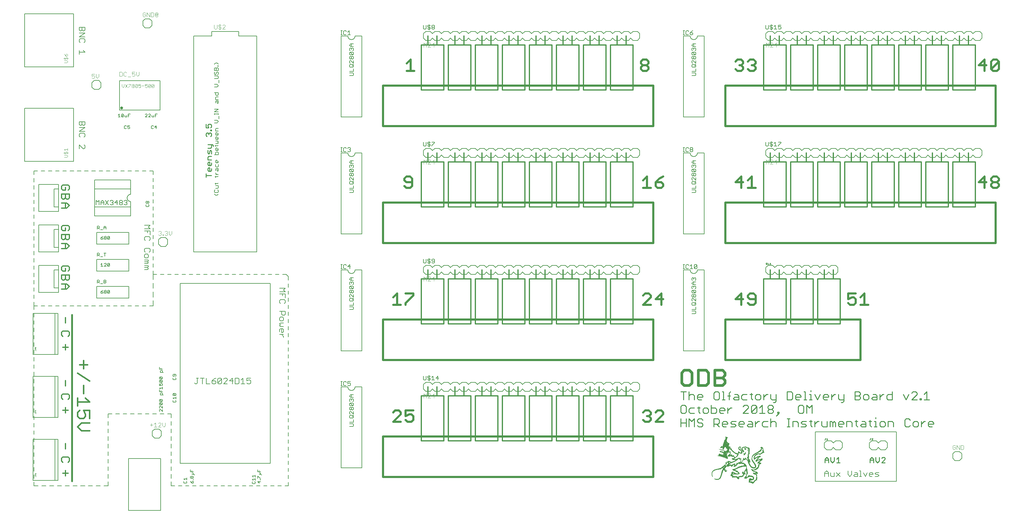
<source format=gto>
G04 EAGLE Gerber X2 export*
%TF.Part,Single*%
%TF.FileFunction,Other,Top Silkscreen*%
%TF.FilePolarity,Positive*%
%TF.GenerationSoftware,Autodesk,EAGLE,9.1.1*%
%TF.CreationDate,2018-10-12T17:39:12Z*%
G75*
%MOMM*%
%FSLAX34Y34*%
%LPD*%
%AMOC8*
5,1,8,0,0,1.08239X$1,22.5*%
G01*
%ADD10C,0.609600*%
%ADD11C,0.304800*%
%ADD12C,0.762000*%
%ADD13C,0.254000*%
%ADD14C,0.457200*%
%ADD15C,0.508000*%
%ADD16C,0.177800*%
%ADD17C,0.279400*%
%ADD18C,0.152400*%
%ADD19C,0.584200*%
%ADD20C,0.101600*%
%ADD21C,0.127000*%
%ADD22C,0.203200*%
%ADD23C,0.812219*%
%ADD24C,0.076200*%
%ADD25C,0.025400*%
%ADD26R,0.127000X0.025400*%
%ADD27R,0.203200X0.025400*%
%ADD28R,0.228600X0.025400*%
%ADD29R,0.025400X0.025400*%
%ADD30R,0.279400X0.025400*%
%ADD31R,0.355600X0.025400*%
%ADD32R,0.431800X0.025400*%
%ADD33R,0.508000X0.025400*%
%ADD34R,0.609600X0.025400*%
%ADD35R,0.711200X0.025400*%
%ADD36R,0.812800X0.025400*%
%ADD37R,0.914400X0.025400*%
%ADD38R,1.041400X0.025400*%
%ADD39R,1.193800X0.025400*%
%ADD40R,1.346200X0.025400*%
%ADD41R,1.524000X0.025400*%
%ADD42R,1.574800X0.025400*%
%ADD43R,0.939800X0.025400*%
%ADD44R,0.381000X0.025400*%
%ADD45R,0.304800X0.025400*%
%ADD46R,0.889000X0.025400*%
%ADD47R,0.457200X0.025400*%
%ADD48R,0.406400X0.025400*%
%ADD49R,0.254000X0.025400*%
%ADD50R,0.330200X0.025400*%
%ADD51R,0.050800X0.025400*%
%ADD52R,0.533400X0.025400*%
%ADD53R,0.558800X0.025400*%
%ADD54R,0.660400X0.025400*%
%ADD55R,0.482600X0.025400*%
%ADD56R,0.787400X0.025400*%
%ADD57R,1.016000X0.025400*%
%ADD58R,1.092200X0.025400*%
%ADD59R,1.117600X0.025400*%
%ADD60R,1.168400X0.025400*%
%ADD61R,0.635000X0.025400*%
%ADD62R,1.219200X0.025400*%
%ADD63R,1.244600X0.025400*%
%ADD64R,1.270000X0.025400*%
%ADD65R,0.838200X0.025400*%
%ADD66R,0.685800X0.025400*%
%ADD67R,0.177800X0.025400*%
%ADD68R,0.076200X0.025400*%
%ADD69R,0.863600X0.025400*%
%ADD70R,0.736600X0.025400*%
%ADD71R,0.152400X0.025400*%
%ADD72R,1.549400X0.025400*%
%ADD73R,1.066800X0.025400*%
%ADD74R,1.498600X0.025400*%
%ADD75R,1.143000X0.025400*%
%ADD76R,1.447800X0.025400*%
%ADD77R,0.101600X0.025400*%
%ADD78R,1.397000X0.025400*%
%ADD79R,1.422400X0.025400*%
%ADD80R,0.990600X0.025400*%
%ADD81R,1.295400X0.025400*%
%ADD82R,0.584200X0.025400*%
%ADD83R,2.082800X0.025400*%
%ADD84R,2.159000X0.025400*%
%ADD85R,2.209800X0.025400*%
%ADD86R,2.260600X0.025400*%
%ADD87R,1.473200X0.025400*%
%ADD88R,0.762000X0.025400*%
%ADD89R,0.965200X0.025400*%
%ADD90R,1.905000X0.025400*%
%ADD91R,1.828800X0.025400*%
%ADD92R,1.727200X0.025400*%
%ADD93R,1.651000X0.025400*%
%ADD94R,1.625600X0.025400*%
%ADD95R,1.752600X0.025400*%
%ADD96R,1.701800X0.025400*%
%ADD97R,1.600200X0.025400*%
%ADD98R,1.676400X0.025400*%
%ADD99R,1.803400X0.025400*%
%ADD100R,1.981200X0.025400*%
%ADD101R,2.032000X0.025400*%
%ADD102R,2.108200X0.025400*%
%ADD103R,2.387600X0.025400*%
%ADD104R,2.438400X0.025400*%
%ADD105R,2.514600X0.025400*%
%ADD106R,2.463800X0.025400*%
%ADD107R,2.413000X0.025400*%
%ADD108R,2.362200X0.025400*%
%ADD109R,2.336800X0.025400*%
%ADD110R,2.590800X0.025400*%
%ADD111R,2.692400X0.025400*%
%ADD112R,1.854200X0.025400*%
%ADD113R,1.320800X0.025400*%
%ADD114R,1.371600X0.025400*%
%ADD115R,2.540000X0.025400*%
%ADD116R,1.778000X0.025400*%


D10*
X1765300Y1041400D02*
X1765300Y1155700D01*
X1003300Y1155700D01*
X1003300Y1041400D01*
X1765300Y1041400D01*
D11*
X1708150Y1143000D02*
X1708150Y1270000D01*
X1644650Y1270000D01*
X1644650Y1143000D01*
X1708150Y1143000D01*
X1631950Y1143000D02*
X1631950Y1270000D01*
X1568450Y1270000D01*
X1568450Y1143000D01*
X1631950Y1143000D01*
X1555750Y1143000D02*
X1555750Y1270000D01*
X1492250Y1270000D01*
X1492250Y1143000D01*
X1555750Y1143000D01*
X1479550Y1143000D02*
X1479550Y1270000D01*
X1416050Y1270000D01*
X1416050Y1143000D01*
X1479550Y1143000D01*
X1403350Y1143000D02*
X1403350Y1270000D01*
X1339850Y1270000D01*
X1339850Y1143000D01*
X1403350Y1143000D01*
X1327150Y1143000D02*
X1327150Y1270000D01*
X1263650Y1270000D01*
X1263650Y1143000D01*
X1327150Y1143000D01*
X1250950Y1143000D02*
X1250950Y1270000D01*
X1187450Y1270000D01*
X1187450Y1143000D01*
X1250950Y1143000D01*
X1174750Y1143000D02*
X1174750Y1270000D01*
X1111250Y1270000D01*
X1111250Y1143000D01*
X1174750Y1143000D01*
X1155700Y1270000D02*
X1155700Y1295400D01*
X1130300Y1295400D02*
X1130300Y1270000D01*
X1206500Y1270000D02*
X1206500Y1295400D01*
X1231900Y1295400D02*
X1231900Y1270000D01*
X1308100Y1270000D02*
X1308100Y1295400D01*
X1282700Y1295400D02*
X1282700Y1270000D01*
X1358900Y1270000D02*
X1358900Y1295400D01*
X1384300Y1295400D02*
X1384300Y1270000D01*
X1460500Y1270000D02*
X1460500Y1295400D01*
X1435100Y1295400D02*
X1435100Y1270000D01*
X1511300Y1270000D02*
X1511300Y1295400D01*
X1536700Y1295400D02*
X1536700Y1270000D01*
X1612900Y1270000D02*
X1612900Y1295400D01*
X1587500Y1295400D02*
X1587500Y1270000D01*
X1663700Y1270000D02*
X1663700Y1295400D01*
X1689100Y1295400D02*
X1689100Y1270000D01*
D12*
X1852513Y351827D02*
X1866918Y351827D01*
X1852513Y351827D02*
X1845310Y344624D01*
X1845310Y315813D01*
X1852513Y308610D01*
X1866918Y308610D01*
X1874121Y315813D01*
X1874121Y344624D01*
X1866918Y351827D01*
X1892086Y351827D02*
X1892086Y308610D01*
X1913694Y308610D01*
X1920897Y315813D01*
X1920897Y344624D01*
X1913694Y351827D01*
X1892086Y351827D01*
X1938862Y351827D02*
X1938862Y308610D01*
X1938862Y351827D02*
X1960470Y351827D01*
X1967673Y344624D01*
X1967673Y337421D01*
X1960470Y330218D01*
X1967673Y323016D01*
X1967673Y315813D01*
X1960470Y308610D01*
X1938862Y308610D01*
X1938862Y330218D02*
X1960470Y330218D01*
D13*
X1850397Y290850D02*
X1850397Y267970D01*
X1842770Y290850D02*
X1858023Y290850D01*
X1866158Y290850D02*
X1866158Y267970D01*
X1866158Y279410D02*
X1869971Y283223D01*
X1877598Y283223D01*
X1881411Y279410D01*
X1881411Y267970D01*
X1893359Y267970D02*
X1900986Y267970D01*
X1893359Y267970D02*
X1889546Y271783D01*
X1889546Y279410D01*
X1893359Y283223D01*
X1900986Y283223D01*
X1904799Y279410D01*
X1904799Y275597D01*
X1889546Y275597D01*
X1940135Y290850D02*
X1947762Y290850D01*
X1940135Y290850D02*
X1936322Y287036D01*
X1936322Y271783D01*
X1940135Y267970D01*
X1947762Y267970D01*
X1951575Y271783D01*
X1951575Y287036D01*
X1947762Y290850D01*
X1959710Y290850D02*
X1963523Y290850D01*
X1963523Y267970D01*
X1959710Y267970D02*
X1967336Y267970D01*
X1979115Y267970D02*
X1979115Y287036D01*
X1982928Y290850D01*
X1982928Y279410D02*
X1975302Y279410D01*
X1994707Y283223D02*
X2002334Y283223D01*
X2006147Y279410D01*
X2006147Y267970D01*
X1994707Y267970D01*
X1990894Y271783D01*
X1994707Y275597D01*
X2006147Y275597D01*
X2018095Y283223D02*
X2029535Y283223D01*
X2018095Y283223D02*
X2014282Y279410D01*
X2014282Y271783D01*
X2018095Y267970D01*
X2029535Y267970D01*
X2041483Y271783D02*
X2041483Y287036D01*
X2041483Y271783D02*
X2045296Y267970D01*
X2045296Y283223D02*
X2037670Y283223D01*
X2057075Y267970D02*
X2064701Y267970D01*
X2068515Y271783D01*
X2068515Y279410D01*
X2064701Y283223D01*
X2057075Y283223D01*
X2053262Y279410D01*
X2053262Y271783D01*
X2057075Y267970D01*
X2076650Y267970D02*
X2076650Y283223D01*
X2076650Y275597D02*
X2084276Y283223D01*
X2088089Y283223D01*
X2096140Y283223D02*
X2096140Y271783D01*
X2099953Y267970D01*
X2111393Y267970D01*
X2111393Y264157D02*
X2111393Y283223D01*
X2111393Y264157D02*
X2107579Y260344D01*
X2103766Y260344D01*
X2142916Y267970D02*
X2142916Y290850D01*
X2142916Y267970D02*
X2154355Y267970D01*
X2158169Y271783D01*
X2158169Y287036D01*
X2154355Y290850D01*
X2142916Y290850D01*
X2170117Y267970D02*
X2177743Y267970D01*
X2170117Y267970D02*
X2166304Y271783D01*
X2166304Y279410D01*
X2170117Y283223D01*
X2177743Y283223D01*
X2181557Y279410D01*
X2181557Y275597D01*
X2166304Y275597D01*
X2189692Y290850D02*
X2193505Y290850D01*
X2193505Y267970D01*
X2189692Y267970D02*
X2197318Y267970D01*
X2205283Y283223D02*
X2209097Y283223D01*
X2209097Y267970D01*
X2212910Y267970D02*
X2205283Y267970D01*
X2209097Y290850D02*
X2209097Y294663D01*
X2220875Y283223D02*
X2228502Y267970D01*
X2236128Y283223D01*
X2248077Y267970D02*
X2255703Y267970D01*
X2248077Y267970D02*
X2244263Y271783D01*
X2244263Y279410D01*
X2248077Y283223D01*
X2255703Y283223D01*
X2259516Y279410D01*
X2259516Y275597D01*
X2244263Y275597D01*
X2267651Y283223D02*
X2267651Y267970D01*
X2267651Y275597D02*
X2275278Y283223D01*
X2279091Y283223D01*
X2287141Y283223D02*
X2287141Y271783D01*
X2290955Y267970D01*
X2302394Y267970D01*
X2302394Y264157D02*
X2302394Y283223D01*
X2302394Y264157D02*
X2298581Y260344D01*
X2294768Y260344D01*
X2333917Y267970D02*
X2333917Y290850D01*
X2345357Y290850D01*
X2349170Y287036D01*
X2349170Y283223D01*
X2345357Y279410D01*
X2349170Y275597D01*
X2349170Y271783D01*
X2345357Y267970D01*
X2333917Y267970D01*
X2333917Y279410D02*
X2345357Y279410D01*
X2361119Y267970D02*
X2368745Y267970D01*
X2372558Y271783D01*
X2372558Y279410D01*
X2368745Y283223D01*
X2361119Y283223D01*
X2357305Y279410D01*
X2357305Y271783D01*
X2361119Y267970D01*
X2384506Y283223D02*
X2392133Y283223D01*
X2395946Y279410D01*
X2395946Y267970D01*
X2384506Y267970D01*
X2380693Y271783D01*
X2384506Y275597D01*
X2395946Y275597D01*
X2404081Y283223D02*
X2404081Y267970D01*
X2404081Y275597D02*
X2411708Y283223D01*
X2415521Y283223D01*
X2438824Y290850D02*
X2438824Y267970D01*
X2427384Y267970D01*
X2423571Y271783D01*
X2423571Y279410D01*
X2427384Y283223D01*
X2438824Y283223D01*
X2470347Y283223D02*
X2477974Y267970D01*
X2485600Y283223D01*
X2493735Y267970D02*
X2508988Y267970D01*
X2493735Y267970D02*
X2508988Y283223D01*
X2508988Y287036D01*
X2505175Y290850D01*
X2497548Y290850D01*
X2493735Y287036D01*
X2517123Y271783D02*
X2517123Y267970D01*
X2517123Y271783D02*
X2520936Y271783D01*
X2520936Y267970D01*
X2517123Y267970D01*
X2528817Y283223D02*
X2536444Y290850D01*
X2536444Y267970D01*
X2544070Y267970D02*
X2528817Y267970D01*
X1854210Y252750D02*
X1846583Y252750D01*
X1842770Y248936D01*
X1842770Y233683D01*
X1846583Y229870D01*
X1854210Y229870D01*
X1858023Y233683D01*
X1858023Y248936D01*
X1854210Y252750D01*
X1869971Y245123D02*
X1881411Y245123D01*
X1869971Y245123D02*
X1866158Y241310D01*
X1866158Y233683D01*
X1869971Y229870D01*
X1881411Y229870D01*
X1893359Y233683D02*
X1893359Y248936D01*
X1893359Y233683D02*
X1897172Y229870D01*
X1897172Y245123D02*
X1889546Y245123D01*
X1908951Y229870D02*
X1916578Y229870D01*
X1920391Y233683D01*
X1920391Y241310D01*
X1916578Y245123D01*
X1908951Y245123D01*
X1905138Y241310D01*
X1905138Y233683D01*
X1908951Y229870D01*
X1928526Y229870D02*
X1928526Y252750D01*
X1928526Y229870D02*
X1939966Y229870D01*
X1943779Y233683D01*
X1943779Y241310D01*
X1939966Y245123D01*
X1928526Y245123D01*
X1955727Y229870D02*
X1963354Y229870D01*
X1955727Y229870D02*
X1951914Y233683D01*
X1951914Y241310D01*
X1955727Y245123D01*
X1963354Y245123D01*
X1967167Y241310D01*
X1967167Y237497D01*
X1951914Y237497D01*
X1975302Y245123D02*
X1975302Y229870D01*
X1975302Y237497D02*
X1982928Y245123D01*
X1986742Y245123D01*
X2018180Y229870D02*
X2033433Y229870D01*
X2018180Y229870D02*
X2033433Y245123D01*
X2033433Y248936D01*
X2029620Y252750D01*
X2021993Y252750D01*
X2018180Y248936D01*
X2041568Y248936D02*
X2041568Y233683D01*
X2041568Y248936D02*
X2045381Y252750D01*
X2053007Y252750D01*
X2056821Y248936D01*
X2056821Y233683D01*
X2053007Y229870D01*
X2045381Y229870D01*
X2041568Y233683D01*
X2056821Y248936D01*
X2064956Y245123D02*
X2072582Y252750D01*
X2072582Y229870D01*
X2064956Y229870D02*
X2080209Y229870D01*
X2088344Y248936D02*
X2092157Y252750D01*
X2099783Y252750D01*
X2103597Y248936D01*
X2103597Y245123D01*
X2099783Y241310D01*
X2103597Y237497D01*
X2103597Y233683D01*
X2099783Y229870D01*
X2092157Y229870D01*
X2088344Y233683D01*
X2088344Y237497D01*
X2092157Y241310D01*
X2088344Y245123D01*
X2088344Y248936D01*
X2092157Y241310D02*
X2099783Y241310D01*
X2111732Y222244D02*
X2119358Y229870D01*
X2119358Y233683D01*
X2115545Y233683D01*
X2115545Y229870D01*
X2119358Y229870D01*
X2177913Y252750D02*
X2185539Y252750D01*
X2177913Y252750D02*
X2174100Y248936D01*
X2174100Y233683D01*
X2177913Y229870D01*
X2185539Y229870D01*
X2189353Y233683D01*
X2189353Y248936D01*
X2185539Y252750D01*
X2197488Y252750D02*
X2197488Y229870D01*
X2205114Y245123D02*
X2197488Y252750D01*
X2205114Y245123D02*
X2212741Y252750D01*
X2212741Y229870D01*
X1842770Y214650D02*
X1842770Y191770D01*
X1842770Y203210D02*
X1858023Y203210D01*
X1858023Y214650D02*
X1858023Y191770D01*
X1866158Y191770D02*
X1866158Y214650D01*
X1873784Y207023D01*
X1881411Y214650D01*
X1881411Y191770D01*
X1900986Y214650D02*
X1904799Y210836D01*
X1900986Y214650D02*
X1893359Y214650D01*
X1889546Y210836D01*
X1889546Y207023D01*
X1893359Y203210D01*
X1900986Y203210D01*
X1904799Y199397D01*
X1904799Y195583D01*
X1900986Y191770D01*
X1893359Y191770D01*
X1889546Y195583D01*
X1936322Y191770D02*
X1936322Y214650D01*
X1947762Y214650D01*
X1951575Y210836D01*
X1951575Y203210D01*
X1947762Y199397D01*
X1936322Y199397D01*
X1943948Y199397D02*
X1951575Y191770D01*
X1963523Y191770D02*
X1971150Y191770D01*
X1963523Y191770D02*
X1959710Y195583D01*
X1959710Y203210D01*
X1963523Y207023D01*
X1971150Y207023D01*
X1974963Y203210D01*
X1974963Y199397D01*
X1959710Y199397D01*
X1983098Y191770D02*
X1994538Y191770D01*
X1998351Y195583D01*
X1994538Y199397D01*
X1986911Y199397D01*
X1983098Y203210D01*
X1986911Y207023D01*
X1998351Y207023D01*
X2010299Y191770D02*
X2017926Y191770D01*
X2010299Y191770D02*
X2006486Y195583D01*
X2006486Y203210D01*
X2010299Y207023D01*
X2017926Y207023D01*
X2021739Y203210D01*
X2021739Y199397D01*
X2006486Y199397D01*
X2033687Y207023D02*
X2041314Y207023D01*
X2045127Y203210D01*
X2045127Y191770D01*
X2033687Y191770D01*
X2029874Y195583D01*
X2033687Y199397D01*
X2045127Y199397D01*
X2053262Y207023D02*
X2053262Y191770D01*
X2053262Y199397D02*
X2060888Y207023D01*
X2064701Y207023D01*
X2076565Y207023D02*
X2088005Y207023D01*
X2076565Y207023D02*
X2072752Y203210D01*
X2072752Y195583D01*
X2076565Y191770D01*
X2088005Y191770D01*
X2096140Y191770D02*
X2096140Y214650D01*
X2099953Y207023D02*
X2096140Y203210D01*
X2099953Y207023D02*
X2107579Y207023D01*
X2111393Y203210D01*
X2111393Y191770D01*
X2142916Y191770D02*
X2150542Y191770D01*
X2146729Y191770D02*
X2146729Y214650D01*
X2142916Y214650D02*
X2150542Y214650D01*
X2158508Y207023D02*
X2158508Y191770D01*
X2158508Y207023D02*
X2169947Y207023D01*
X2173761Y203210D01*
X2173761Y191770D01*
X2181896Y191770D02*
X2193335Y191770D01*
X2197149Y195583D01*
X2193335Y199397D01*
X2185709Y199397D01*
X2181896Y203210D01*
X2185709Y207023D01*
X2197149Y207023D01*
X2209097Y210836D02*
X2209097Y195583D01*
X2212910Y191770D01*
X2212910Y207023D02*
X2205284Y207023D01*
X2220875Y207023D02*
X2220875Y191770D01*
X2220875Y199397D02*
X2228502Y207023D01*
X2232315Y207023D01*
X2240365Y207023D02*
X2240365Y195583D01*
X2244179Y191770D01*
X2255618Y191770D01*
X2255618Y207023D01*
X2263753Y207023D02*
X2263753Y191770D01*
X2263753Y207023D02*
X2267567Y207023D01*
X2271380Y203210D01*
X2271380Y191770D01*
X2271380Y203210D02*
X2275193Y207023D01*
X2279006Y203210D01*
X2279006Y191770D01*
X2290955Y191770D02*
X2298581Y191770D01*
X2290955Y191770D02*
X2287141Y195583D01*
X2287141Y203210D01*
X2290955Y207023D01*
X2298581Y207023D01*
X2302394Y203210D01*
X2302394Y199397D01*
X2287141Y199397D01*
X2310529Y207023D02*
X2310529Y191770D01*
X2310529Y207023D02*
X2321969Y207023D01*
X2325782Y203210D01*
X2325782Y191770D01*
X2337731Y195583D02*
X2337731Y210836D01*
X2337731Y195583D02*
X2341544Y191770D01*
X2341544Y207023D02*
X2333917Y207023D01*
X2353323Y207023D02*
X2360949Y207023D01*
X2364762Y203210D01*
X2364762Y191770D01*
X2353323Y191770D01*
X2349509Y195583D01*
X2353323Y199397D01*
X2364762Y199397D01*
X2376711Y195583D02*
X2376711Y210836D01*
X2376711Y195583D02*
X2380524Y191770D01*
X2380524Y207023D02*
X2372897Y207023D01*
X2388489Y207023D02*
X2392302Y207023D01*
X2392302Y191770D01*
X2388489Y191770D02*
X2396116Y191770D01*
X2392302Y214650D02*
X2392302Y218463D01*
X2407894Y191770D02*
X2415521Y191770D01*
X2419334Y195583D01*
X2419334Y203210D01*
X2415521Y207023D01*
X2407894Y207023D01*
X2404081Y203210D01*
X2404081Y195583D01*
X2407894Y191770D01*
X2427469Y191770D02*
X2427469Y207023D01*
X2438909Y207023D01*
X2442722Y203210D01*
X2442722Y191770D01*
X2485685Y214650D02*
X2489498Y210836D01*
X2485685Y214650D02*
X2478058Y214650D01*
X2474245Y210836D01*
X2474245Y195583D01*
X2478058Y191770D01*
X2485685Y191770D01*
X2489498Y195583D01*
X2501446Y191770D02*
X2509073Y191770D01*
X2512886Y195583D01*
X2512886Y203210D01*
X2509073Y207023D01*
X2501446Y207023D01*
X2497633Y203210D01*
X2497633Y195583D01*
X2501446Y191770D01*
X2521021Y191770D02*
X2521021Y207023D01*
X2521021Y199397D02*
X2528648Y207023D01*
X2532461Y207023D01*
X2544324Y191770D02*
X2551951Y191770D01*
X2544324Y191770D02*
X2540511Y195583D01*
X2540511Y203210D01*
X2544324Y207023D01*
X2551951Y207023D01*
X2555764Y203210D01*
X2555764Y199397D01*
X2540511Y199397D01*
D11*
X111688Y595376D02*
X96774Y595376D01*
X111688Y595376D02*
X119145Y587919D01*
X111688Y580462D01*
X96774Y580462D01*
X107960Y580462D02*
X107960Y595376D01*
X119145Y620776D02*
X96774Y620776D01*
X119145Y620776D02*
X119145Y609590D01*
X115417Y605862D01*
X111688Y605862D01*
X107960Y609590D01*
X104231Y605862D01*
X100503Y605862D01*
X96774Y609590D01*
X96774Y620776D01*
X107960Y620776D02*
X107960Y609590D01*
X115417Y631262D02*
X119145Y634990D01*
X119145Y642448D01*
X115417Y646176D01*
X100503Y646176D01*
X96774Y642448D01*
X96774Y634990D01*
X100503Y631262D01*
X107960Y631262D01*
X107960Y638719D01*
X115417Y745562D02*
X119145Y749290D01*
X119145Y756748D01*
X115417Y760476D01*
X100503Y760476D01*
X96774Y756748D01*
X96774Y749290D01*
X100503Y745562D01*
X107960Y745562D01*
X107960Y753019D01*
X119145Y735076D02*
X96774Y735076D01*
X119145Y735076D02*
X119145Y723890D01*
X115417Y720162D01*
X111688Y720162D01*
X107960Y723890D01*
X104231Y720162D01*
X100503Y720162D01*
X96774Y723890D01*
X96774Y735076D01*
X107960Y735076D02*
X107960Y723890D01*
X111688Y709676D02*
X96774Y709676D01*
X111688Y709676D02*
X119145Y702219D01*
X111688Y694762D01*
X96774Y694762D01*
X107960Y694762D02*
X107960Y709676D01*
X107960Y246126D02*
X107960Y231212D01*
X115417Y238669D02*
X100503Y238669D01*
X107960Y307412D02*
X107960Y322326D01*
X119145Y273040D02*
X115417Y269312D01*
X119145Y273040D02*
X119145Y280498D01*
X115417Y284226D01*
X100503Y284226D01*
X96774Y280498D01*
X96774Y273040D01*
X100503Y269312D01*
D14*
X158764Y356343D02*
X158764Y378714D01*
X147579Y367528D02*
X169950Y367528D01*
X141986Y343632D02*
X175543Y321261D01*
X158764Y308550D02*
X158764Y286179D01*
X164357Y273468D02*
X175543Y262283D01*
X141986Y262283D01*
X141986Y273468D02*
X141986Y251097D01*
X175543Y238386D02*
X175543Y216015D01*
X175543Y238386D02*
X158764Y238386D01*
X164357Y227201D01*
X164357Y221608D01*
X158764Y216015D01*
X147579Y216015D01*
X141986Y221608D01*
X141986Y232793D01*
X147579Y238386D01*
X153172Y203304D02*
X175543Y203304D01*
X153172Y203304D02*
X141986Y192119D01*
X153172Y180933D01*
X175543Y180933D01*
D11*
X115417Y447112D02*
X119145Y450840D01*
X119145Y458298D01*
X115417Y462026D01*
X100503Y462026D01*
X96774Y458298D01*
X96774Y450840D01*
X100503Y447112D01*
X107960Y485212D02*
X107960Y500126D01*
X107960Y423926D02*
X107960Y409012D01*
X115417Y416469D02*
X100503Y416469D01*
D10*
X1765300Y711200D02*
X1765300Y825500D01*
X1003300Y825500D01*
X1003300Y711200D01*
X1765300Y711200D01*
D11*
X1708150Y812800D02*
X1708150Y939800D01*
X1644650Y939800D01*
X1644650Y812800D01*
X1708150Y812800D01*
X1631950Y812800D02*
X1631950Y939800D01*
X1568450Y939800D01*
X1568450Y812800D01*
X1631950Y812800D01*
X1555750Y812800D02*
X1555750Y939800D01*
X1492250Y939800D01*
X1492250Y812800D01*
X1555750Y812800D01*
X1479550Y812800D02*
X1479550Y939800D01*
X1416050Y939800D01*
X1416050Y812800D01*
X1479550Y812800D01*
X1403350Y812800D02*
X1403350Y939800D01*
X1339850Y939800D01*
X1339850Y812800D01*
X1403350Y812800D01*
X1327150Y812800D02*
X1327150Y939800D01*
X1263650Y939800D01*
X1263650Y812800D01*
X1327150Y812800D01*
X1250950Y812800D02*
X1250950Y939800D01*
X1187450Y939800D01*
X1187450Y812800D01*
X1250950Y812800D01*
X1174750Y812800D02*
X1174750Y939800D01*
X1111250Y939800D01*
X1111250Y812800D01*
X1174750Y812800D01*
X1155700Y939800D02*
X1155700Y965200D01*
X1130300Y965200D02*
X1130300Y939800D01*
X1206500Y939800D02*
X1206500Y965200D01*
X1231900Y965200D02*
X1231900Y939800D01*
X1308100Y939800D02*
X1308100Y965200D01*
X1282700Y965200D02*
X1282700Y939800D01*
X1358900Y939800D02*
X1358900Y965200D01*
X1384300Y965200D02*
X1384300Y939800D01*
X1460500Y939800D02*
X1460500Y965200D01*
X1435100Y965200D02*
X1435100Y939800D01*
X1511300Y939800D02*
X1511300Y965200D01*
X1536700Y965200D02*
X1536700Y939800D01*
X1612900Y939800D02*
X1612900Y965200D01*
X1587500Y965200D02*
X1587500Y939800D01*
X1663700Y939800D02*
X1663700Y965200D01*
X1689100Y965200D02*
X1689100Y939800D01*
D10*
X1765300Y495300D02*
X1765300Y381000D01*
X1765300Y495300D02*
X1003300Y495300D01*
X1003300Y381000D01*
X1765300Y381000D01*
D11*
X1708150Y482600D02*
X1708150Y609600D01*
X1644650Y609600D01*
X1644650Y482600D01*
X1708150Y482600D01*
X1631950Y482600D02*
X1631950Y609600D01*
X1568450Y609600D01*
X1568450Y482600D01*
X1631950Y482600D01*
X1555750Y482600D02*
X1555750Y609600D01*
X1492250Y609600D01*
X1492250Y482600D01*
X1555750Y482600D01*
X1479550Y482600D02*
X1479550Y609600D01*
X1416050Y609600D01*
X1416050Y482600D01*
X1479550Y482600D01*
X1403350Y482600D02*
X1403350Y609600D01*
X1339850Y609600D01*
X1339850Y482600D01*
X1403350Y482600D01*
X1327150Y482600D02*
X1327150Y609600D01*
X1263650Y609600D01*
X1263650Y482600D01*
X1327150Y482600D01*
X1250950Y482600D02*
X1250950Y609600D01*
X1187450Y609600D01*
X1187450Y482600D01*
X1250950Y482600D01*
X1174750Y482600D02*
X1174750Y609600D01*
X1111250Y609600D01*
X1111250Y482600D01*
X1174750Y482600D01*
X1155700Y609600D02*
X1155700Y635000D01*
X1130300Y635000D02*
X1130300Y609600D01*
X1206500Y609600D02*
X1206500Y635000D01*
X1231900Y635000D02*
X1231900Y609600D01*
X1308100Y609600D02*
X1308100Y635000D01*
X1282700Y635000D02*
X1282700Y609600D01*
X1358900Y609600D02*
X1358900Y635000D01*
X1384300Y635000D02*
X1384300Y609600D01*
X1460500Y609600D02*
X1460500Y635000D01*
X1435100Y635000D02*
X1435100Y609600D01*
X1511300Y609600D02*
X1511300Y635000D01*
X1536700Y635000D02*
X1536700Y609600D01*
X1612900Y609600D02*
X1612900Y635000D01*
X1587500Y635000D02*
X1587500Y609600D01*
X1663700Y609600D02*
X1663700Y635000D01*
X1689100Y635000D02*
X1689100Y609600D01*
D10*
X1765300Y165100D02*
X1765300Y50800D01*
X1765300Y165100D02*
X1003300Y165100D01*
X1003300Y50800D01*
X1765300Y50800D01*
D11*
X1708150Y152400D02*
X1708150Y279400D01*
X1644650Y279400D01*
X1644650Y152400D01*
X1708150Y152400D01*
X1631950Y152400D02*
X1631950Y279400D01*
X1568450Y279400D01*
X1568450Y152400D01*
X1631950Y152400D01*
X1555750Y152400D02*
X1555750Y279400D01*
X1492250Y279400D01*
X1492250Y152400D01*
X1555750Y152400D01*
X1479550Y152400D02*
X1479550Y279400D01*
X1416050Y279400D01*
X1416050Y152400D01*
X1479550Y152400D01*
X1403350Y152400D02*
X1403350Y279400D01*
X1339850Y279400D01*
X1339850Y152400D01*
X1403350Y152400D01*
X1327150Y152400D02*
X1327150Y279400D01*
X1263650Y279400D01*
X1263650Y152400D01*
X1327150Y152400D01*
X1250950Y152400D02*
X1250950Y279400D01*
X1187450Y279400D01*
X1187450Y152400D01*
X1250950Y152400D01*
X1174750Y152400D02*
X1174750Y279400D01*
X1111250Y279400D01*
X1111250Y152400D01*
X1174750Y152400D01*
X1155700Y279400D02*
X1155700Y304800D01*
X1130300Y304800D02*
X1130300Y279400D01*
X1206500Y279400D02*
X1206500Y304800D01*
X1231900Y304800D02*
X1231900Y279400D01*
X1308100Y279400D02*
X1308100Y304800D01*
X1282700Y304800D02*
X1282700Y279400D01*
X1358900Y279400D02*
X1358900Y304800D01*
X1384300Y304800D02*
X1384300Y279400D01*
X1460500Y279400D02*
X1460500Y304800D01*
X1435100Y304800D02*
X1435100Y279400D01*
X1511300Y279400D02*
X1511300Y304800D01*
X1536700Y304800D02*
X1536700Y279400D01*
X1612900Y279400D02*
X1612900Y304800D01*
X1587500Y304800D02*
X1587500Y279400D01*
X1663700Y279400D02*
X1663700Y304800D01*
X1689100Y304800D02*
X1689100Y279400D01*
D10*
X2730500Y1041400D02*
X2730500Y1155700D01*
X1968500Y1155700D01*
X1968500Y1041400D01*
X2730500Y1041400D01*
D11*
X2673350Y1143000D02*
X2673350Y1270000D01*
X2609850Y1270000D01*
X2609850Y1143000D01*
X2673350Y1143000D01*
X2597150Y1143000D02*
X2597150Y1270000D01*
X2533650Y1270000D01*
X2533650Y1143000D01*
X2597150Y1143000D01*
X2520950Y1143000D02*
X2520950Y1270000D01*
X2457450Y1270000D01*
X2457450Y1143000D01*
X2520950Y1143000D01*
X2444750Y1143000D02*
X2444750Y1270000D01*
X2381250Y1270000D01*
X2381250Y1143000D01*
X2444750Y1143000D01*
X2368550Y1143000D02*
X2368550Y1270000D01*
X2305050Y1270000D01*
X2305050Y1143000D01*
X2368550Y1143000D01*
X2292350Y1143000D02*
X2292350Y1270000D01*
X2228850Y1270000D01*
X2228850Y1143000D01*
X2292350Y1143000D01*
X2216150Y1143000D02*
X2216150Y1270000D01*
X2152650Y1270000D01*
X2152650Y1143000D01*
X2216150Y1143000D01*
X2139950Y1143000D02*
X2139950Y1270000D01*
X2076450Y1270000D01*
X2076450Y1143000D01*
X2139950Y1143000D01*
X2120900Y1270000D02*
X2120900Y1295400D01*
X2095500Y1295400D02*
X2095500Y1270000D01*
X2171700Y1270000D02*
X2171700Y1295400D01*
X2197100Y1295400D02*
X2197100Y1270000D01*
X2273300Y1270000D02*
X2273300Y1295400D01*
X2247900Y1295400D02*
X2247900Y1270000D01*
X2324100Y1270000D02*
X2324100Y1295400D01*
X2349500Y1295400D02*
X2349500Y1270000D01*
X2425700Y1270000D02*
X2425700Y1295400D01*
X2400300Y1295400D02*
X2400300Y1270000D01*
X2476500Y1270000D02*
X2476500Y1295400D01*
X2501900Y1295400D02*
X2501900Y1270000D01*
X2578100Y1270000D02*
X2578100Y1295400D01*
X2552700Y1295400D02*
X2552700Y1270000D01*
X2628900Y1270000D02*
X2628900Y1295400D01*
X2654300Y1295400D02*
X2654300Y1270000D01*
D10*
X2730500Y825500D02*
X2730500Y711200D01*
X2730500Y825500D02*
X1968500Y825500D01*
X1968500Y711200D01*
X2730500Y711200D01*
D11*
X2673350Y812800D02*
X2673350Y939800D01*
X2609850Y939800D01*
X2609850Y812800D01*
X2673350Y812800D01*
X2597150Y812800D02*
X2597150Y939800D01*
X2533650Y939800D01*
X2533650Y812800D01*
X2597150Y812800D01*
X2520950Y812800D02*
X2520950Y939800D01*
X2457450Y939800D01*
X2457450Y812800D01*
X2520950Y812800D01*
X2444750Y812800D02*
X2444750Y939800D01*
X2381250Y939800D01*
X2381250Y812800D01*
X2444750Y812800D01*
X2368550Y812800D02*
X2368550Y939800D01*
X2305050Y939800D01*
X2305050Y812800D01*
X2368550Y812800D01*
X2292350Y812800D02*
X2292350Y939800D01*
X2228850Y939800D01*
X2228850Y812800D01*
X2292350Y812800D01*
X2216150Y812800D02*
X2216150Y939800D01*
X2152650Y939800D01*
X2152650Y812800D01*
X2216150Y812800D01*
X2139950Y812800D02*
X2139950Y939800D01*
X2076450Y939800D01*
X2076450Y812800D01*
X2139950Y812800D01*
X2120900Y939800D02*
X2120900Y965200D01*
X2095500Y965200D02*
X2095500Y939800D01*
X2171700Y939800D02*
X2171700Y965200D01*
X2197100Y965200D02*
X2197100Y939800D01*
X2273300Y939800D02*
X2273300Y965200D01*
X2247900Y965200D02*
X2247900Y939800D01*
X2324100Y939800D02*
X2324100Y965200D01*
X2349500Y965200D02*
X2349500Y939800D01*
X2425700Y939800D02*
X2425700Y965200D01*
X2400300Y965200D02*
X2400300Y939800D01*
X2476500Y939800D02*
X2476500Y965200D01*
X2501900Y965200D02*
X2501900Y939800D01*
X2578100Y939800D02*
X2578100Y965200D01*
X2552700Y965200D02*
X2552700Y939800D01*
X2628900Y939800D02*
X2628900Y965200D01*
X2654300Y965200D02*
X2654300Y939800D01*
D10*
X2349500Y495300D02*
X2349500Y381000D01*
X2349500Y495300D02*
X1968500Y495300D01*
X1968500Y381000D01*
X2349500Y381000D01*
D11*
X2292350Y482600D02*
X2292350Y609600D01*
X2228850Y609600D01*
X2228850Y482600D01*
X2292350Y482600D01*
X2216150Y482600D02*
X2216150Y609600D01*
X2152650Y609600D01*
X2152650Y482600D01*
X2216150Y482600D01*
X2139950Y482600D02*
X2139950Y609600D01*
X2076450Y609600D01*
X2076450Y482600D01*
X2139950Y482600D01*
X2120900Y609600D02*
X2120900Y635000D01*
X2095500Y635000D02*
X2095500Y609600D01*
X2171700Y609600D02*
X2171700Y635000D01*
X2197100Y635000D02*
X2197100Y609600D01*
X2273300Y609600D02*
X2273300Y635000D01*
X2247900Y635000D02*
X2247900Y609600D01*
X107960Y68326D02*
X107960Y53412D01*
X115417Y60869D02*
X100503Y60869D01*
X107960Y129612D02*
X107960Y144526D01*
X119145Y95240D02*
X115417Y91512D01*
X119145Y95240D02*
X119145Y102698D01*
X115417Y106426D01*
X100503Y106426D01*
X96774Y102698D01*
X96774Y95240D01*
X100503Y91512D01*
D15*
X127000Y38100D02*
X127000Y508000D01*
D11*
X115417Y859862D02*
X119145Y863590D01*
X119145Y871048D01*
X115417Y874776D01*
X100503Y874776D01*
X96774Y871048D01*
X96774Y863590D01*
X100503Y859862D01*
X107960Y859862D01*
X107960Y867319D01*
X119145Y849376D02*
X96774Y849376D01*
X119145Y849376D02*
X119145Y838190D01*
X115417Y834462D01*
X111688Y834462D01*
X107960Y838190D01*
X104231Y834462D01*
X100503Y834462D01*
X96774Y838190D01*
X96774Y849376D01*
X107960Y849376D02*
X107960Y838190D01*
X111688Y823976D02*
X96774Y823976D01*
X111688Y823976D02*
X119145Y816519D01*
X111688Y809062D01*
X96774Y809062D01*
X107960Y809062D02*
X107960Y823976D01*
D16*
X2248789Y62366D02*
X2248789Y51689D01*
X2248789Y62366D02*
X2254128Y67705D01*
X2259466Y62366D01*
X2259466Y51689D01*
X2259466Y59697D02*
X2248789Y59697D01*
X2265161Y62366D02*
X2265161Y54358D01*
X2267830Y51689D01*
X2275838Y51689D01*
X2275838Y62366D01*
X2281532Y62366D02*
X2292209Y51689D01*
X2281532Y51689D02*
X2292209Y62366D01*
X2314275Y67705D02*
X2314275Y57028D01*
X2319614Y51689D01*
X2324952Y57028D01*
X2324952Y67705D01*
X2333316Y62366D02*
X2338655Y62366D01*
X2341324Y59697D01*
X2341324Y51689D01*
X2333316Y51689D01*
X2330647Y54358D01*
X2333316Y57028D01*
X2341324Y57028D01*
X2347018Y67705D02*
X2349688Y67705D01*
X2349688Y51689D01*
X2352357Y51689D02*
X2347018Y51689D01*
X2357933Y62366D02*
X2363271Y51689D01*
X2368610Y62366D01*
X2376974Y51689D02*
X2382312Y51689D01*
X2376974Y51689D02*
X2374304Y54358D01*
X2374304Y59697D01*
X2376974Y62366D01*
X2382312Y62366D01*
X2384981Y59697D01*
X2384981Y57028D01*
X2374304Y57028D01*
X2390676Y51689D02*
X2398684Y51689D01*
X2401353Y54358D01*
X2398684Y57028D01*
X2393345Y57028D01*
X2390676Y59697D01*
X2393345Y62366D01*
X2401353Y62366D01*
D17*
X2249297Y90297D02*
X2249297Y100296D01*
X2254297Y105296D01*
X2259296Y100296D01*
X2259296Y90297D01*
X2259296Y97796D02*
X2249297Y97796D01*
X2265669Y95297D02*
X2265669Y105296D01*
X2265669Y95297D02*
X2270668Y90297D01*
X2275668Y95297D01*
X2275668Y105296D01*
X2282040Y100296D02*
X2287040Y105296D01*
X2287040Y90297D01*
X2292039Y90297D02*
X2282040Y90297D01*
X2376297Y90297D02*
X2376297Y100296D01*
X2381297Y105296D01*
X2386296Y100296D01*
X2386296Y90297D01*
X2386296Y97796D02*
X2376297Y97796D01*
X2392669Y95297D02*
X2392669Y105296D01*
X2392669Y95297D02*
X2397668Y90297D01*
X2402668Y95297D01*
X2402668Y105296D01*
X2409040Y90297D02*
X2419039Y90297D01*
X2409040Y90297D02*
X2419039Y100296D01*
X2419039Y102796D01*
X2416540Y105296D01*
X2411540Y105296D01*
X2409040Y102796D01*
D18*
X2451100Y177800D02*
X2222500Y177800D01*
X2451100Y177800D02*
X2451100Y38100D01*
X2222500Y38100D01*
X2222500Y177800D01*
X29435Y914400D02*
X19050Y914400D01*
X39435Y914400D02*
X49821Y914400D01*
X59821Y914400D02*
X70206Y914400D01*
X80206Y914400D02*
X90591Y914400D01*
X100591Y914400D02*
X110976Y914400D01*
X120976Y914400D02*
X131362Y914400D01*
X141362Y914400D02*
X151747Y914400D01*
X161747Y914400D02*
X172132Y914400D01*
X182132Y914400D02*
X192518Y914400D01*
X202518Y914400D02*
X212903Y914400D01*
X222903Y914400D02*
X233288Y914400D01*
X243288Y914400D02*
X253674Y914400D01*
X263674Y914400D02*
X274059Y914400D01*
X284059Y914400D02*
X294444Y914400D01*
X304444Y914400D02*
X314829Y914400D01*
X324829Y914400D02*
X335215Y914400D01*
X345215Y914400D02*
X355600Y914400D01*
X355600Y904260D01*
X355600Y894260D02*
X355600Y884120D01*
X355600Y874120D02*
X355600Y863980D01*
X355600Y853980D02*
X355600Y843840D01*
X355600Y833840D02*
X355600Y823700D01*
X355600Y813700D02*
X355600Y803560D01*
X355600Y793560D02*
X355600Y783420D01*
X355600Y773420D02*
X355600Y763280D01*
X355600Y753280D02*
X355600Y743140D01*
X355600Y733140D02*
X355600Y723000D01*
X355600Y713000D02*
X355600Y702860D01*
X355600Y692860D02*
X355600Y682720D01*
X355600Y672720D02*
X355600Y662580D01*
X355600Y652580D02*
X355600Y642440D01*
X355600Y632440D02*
X355600Y622300D01*
X355600Y607575D01*
X355600Y597575D02*
X355600Y582850D01*
X355600Y572850D02*
X355600Y558125D01*
X355600Y548125D02*
X355600Y533400D01*
X345215Y533400D01*
X335215Y533400D02*
X324829Y533400D01*
X314829Y533400D02*
X304444Y533400D01*
X294444Y533400D02*
X284059Y533400D01*
X274059Y533400D02*
X263674Y533400D01*
X253674Y533400D02*
X243288Y533400D01*
X233288Y533400D02*
X222903Y533400D01*
X212903Y533400D02*
X202518Y533400D01*
X192518Y533400D02*
X182132Y533400D01*
X172132Y533400D02*
X161747Y533400D01*
X151747Y533400D02*
X141362Y533400D01*
X131362Y533400D02*
X120976Y533400D01*
X110976Y533400D02*
X100591Y533400D01*
X90591Y533400D02*
X80206Y533400D01*
X70206Y533400D02*
X59821Y533400D01*
X49821Y533400D02*
X39435Y533400D01*
X29435Y533400D02*
X19050Y533400D01*
X19050Y543979D01*
X19050Y553979D02*
X19050Y564558D01*
X19050Y574558D02*
X19050Y585137D01*
X19050Y595137D02*
X19050Y605716D01*
X19050Y615716D02*
X19050Y626295D01*
X19050Y636295D02*
X19050Y646874D01*
X19050Y656874D02*
X19050Y667453D01*
X19050Y677453D02*
X19050Y688032D01*
X19050Y698032D02*
X19050Y708611D01*
X19050Y718611D02*
X19050Y729189D01*
X19050Y739189D02*
X19050Y749768D01*
X19050Y759768D02*
X19050Y770347D01*
X19050Y780347D02*
X19050Y790926D01*
X19050Y800926D02*
X19050Y811505D01*
X19050Y821505D02*
X19050Y832084D01*
X19050Y842084D02*
X19050Y852663D01*
X19050Y862663D02*
X19050Y873242D01*
X19050Y883242D02*
X19050Y893821D01*
X19050Y903821D02*
X19050Y914400D01*
X355600Y622300D02*
X365845Y622300D01*
X375845Y622300D02*
X386089Y622300D01*
X396089Y622300D02*
X406334Y622300D01*
X416334Y622300D02*
X426579Y622300D01*
X436579Y622300D02*
X446824Y622300D01*
X456824Y622300D02*
X467068Y622300D01*
X477068Y622300D02*
X487313Y622300D01*
X497313Y622300D02*
X507558Y622300D01*
X517558Y622300D02*
X527803Y622300D01*
X537803Y622300D02*
X548047Y622300D01*
X558047Y622300D02*
X568292Y622300D01*
X578292Y622300D02*
X588537Y622300D01*
X598537Y622300D02*
X608782Y622300D01*
X618782Y622300D02*
X629026Y622300D01*
X639026Y622300D02*
X649271Y622300D01*
X659271Y622300D02*
X669516Y622300D01*
X679516Y622300D02*
X689761Y622300D01*
X699761Y622300D02*
X710005Y622300D01*
X720005Y622300D02*
X730250Y622300D01*
X736600Y615950D01*
X736600Y605932D01*
X736600Y595932D02*
X736600Y585913D01*
X736600Y575913D02*
X736600Y565895D01*
X736600Y555895D02*
X736600Y545877D01*
X736600Y535877D02*
X736600Y525858D01*
X736600Y515858D02*
X736600Y505840D01*
X736600Y495840D02*
X736600Y485822D01*
X736600Y475822D02*
X736600Y465803D01*
X736600Y455803D02*
X736600Y445785D01*
X736600Y435785D02*
X736600Y425767D01*
X736600Y415767D02*
X736600Y405748D01*
X736600Y395748D02*
X736600Y385730D01*
X736600Y375730D02*
X736600Y365712D01*
X736600Y355712D02*
X736600Y345693D01*
X736600Y335693D02*
X736600Y325675D01*
X736600Y315675D02*
X736600Y305657D01*
X736600Y295657D02*
X736600Y285638D01*
X736600Y275638D02*
X736600Y265620D01*
X736600Y255620D02*
X736600Y245602D01*
X736600Y235602D02*
X736600Y225583D01*
X736600Y215583D02*
X736600Y205565D01*
X736600Y195565D02*
X736600Y185547D01*
X736600Y175547D02*
X736600Y165528D01*
X736600Y155528D02*
X736600Y145510D01*
X736600Y135510D02*
X736600Y125492D01*
X736600Y115492D02*
X736600Y105473D01*
X736600Y95473D02*
X736600Y85455D01*
X736600Y75455D02*
X736600Y65437D01*
X736600Y55437D02*
X736600Y45418D01*
X736600Y35418D02*
X736600Y25400D01*
X726588Y25400D01*
X716588Y25400D02*
X706576Y25400D01*
X696576Y25400D02*
X686565Y25400D01*
X676565Y25400D02*
X666553Y25400D01*
X656553Y25400D02*
X646541Y25400D01*
X636541Y25400D02*
X626529Y25400D01*
X616529Y25400D02*
X606518Y25400D01*
X596518Y25400D02*
X586506Y25400D01*
X576506Y25400D02*
X566494Y25400D01*
X556494Y25400D02*
X546482Y25400D01*
X536482Y25400D02*
X526471Y25400D01*
X516471Y25400D02*
X506459Y25400D01*
X496459Y25400D02*
X486447Y25400D01*
X476447Y25400D02*
X466435Y25400D01*
X456435Y25400D02*
X446424Y25400D01*
X436424Y25400D02*
X426412Y25400D01*
X416412Y25400D02*
X406400Y25400D01*
X406400Y36720D01*
X406400Y46720D02*
X406400Y58040D01*
X406400Y68040D02*
X406400Y79360D01*
X406400Y89360D02*
X406400Y100680D01*
X406400Y110680D02*
X406400Y122000D01*
X406400Y132000D02*
X406400Y143320D01*
X406400Y153320D02*
X406400Y164640D01*
X406400Y174640D02*
X406400Y185960D01*
X406400Y195960D02*
X406400Y207280D01*
X406400Y217280D02*
X406400Y228600D01*
X395533Y228600D01*
X385533Y228600D02*
X374667Y228600D01*
X364667Y228600D02*
X353800Y228600D01*
X343800Y228600D02*
X332933Y228600D01*
X322933Y228600D02*
X312067Y228600D01*
X302067Y228600D02*
X291200Y228600D01*
X281200Y228600D02*
X270333Y228600D01*
X260333Y228600D02*
X249467Y228600D01*
X239467Y228600D02*
X228600Y228600D01*
X228600Y217280D01*
X228600Y207280D02*
X228600Y195960D01*
X228600Y185960D02*
X228600Y174640D01*
X228600Y164640D02*
X228600Y153320D01*
X228600Y143320D02*
X228600Y132000D01*
X228600Y122000D02*
X228600Y110680D01*
X228600Y100680D02*
X228600Y89360D01*
X228600Y79360D02*
X228600Y68040D01*
X228600Y58040D02*
X228600Y46720D01*
X228600Y36720D02*
X228600Y25400D01*
X216645Y25400D01*
X206645Y25400D02*
X194690Y25400D01*
X184690Y25400D02*
X172735Y25400D01*
X162735Y25400D02*
X150780Y25400D01*
X140780Y25400D02*
X128825Y25400D01*
X118825Y25400D02*
X106870Y25400D01*
X96870Y25400D02*
X84915Y25400D01*
X74915Y25400D02*
X62960Y25400D01*
X52960Y25400D02*
X41005Y25400D01*
X31005Y25400D02*
X19050Y25400D01*
X19050Y36120D01*
X19050Y46120D02*
X19050Y56840D01*
X19050Y66840D02*
X19050Y77560D01*
X19050Y87560D02*
X19050Y98280D01*
X19050Y108280D02*
X19050Y119000D01*
X19050Y129000D02*
X19050Y139720D01*
X19050Y149720D02*
X19050Y160440D01*
X19050Y170440D02*
X19050Y181160D01*
X19050Y191160D02*
X19050Y201880D01*
X19050Y211880D02*
X19050Y222600D01*
X19050Y232600D02*
X19050Y243320D01*
X19050Y253320D02*
X19050Y264040D01*
X19050Y274040D02*
X19050Y284760D01*
X19050Y294760D02*
X19050Y305480D01*
X19050Y315480D02*
X19050Y326200D01*
X19050Y336200D02*
X19050Y346920D01*
X19050Y356920D02*
X19050Y367640D01*
X19050Y377640D02*
X19050Y388360D01*
X19050Y398360D02*
X19050Y409080D01*
X19050Y419080D02*
X19050Y429800D01*
X19050Y439800D02*
X19050Y450520D01*
X19050Y460520D02*
X19050Y471240D01*
X19050Y481240D02*
X19050Y491960D01*
X19050Y501960D02*
X19050Y512680D01*
X19050Y522680D02*
X19050Y533400D01*
X711962Y583438D02*
X728232Y583438D01*
X722809Y578015D01*
X728232Y572591D01*
X711962Y572591D01*
X711962Y567066D02*
X728232Y567066D01*
X728232Y556220D01*
X720097Y561643D02*
X720097Y567066D01*
X728232Y542560D02*
X725520Y539848D01*
X728232Y542560D02*
X728232Y547983D01*
X725520Y550695D01*
X714674Y550695D01*
X711962Y547983D01*
X711962Y542560D01*
X714674Y539848D01*
X711962Y517952D02*
X728232Y517952D01*
X728232Y509817D01*
X725520Y507105D01*
X720097Y507105D01*
X717385Y509817D01*
X717385Y517952D01*
X711962Y498869D02*
X711962Y493445D01*
X714674Y490734D01*
X720097Y490734D01*
X722809Y493445D01*
X722809Y498869D01*
X720097Y501580D01*
X714674Y501580D01*
X711962Y498869D01*
X714674Y485209D02*
X722809Y485209D01*
X714674Y485209D02*
X711962Y482497D01*
X714674Y479785D01*
X711962Y477074D01*
X714674Y474362D01*
X722809Y474362D01*
X711962Y466125D02*
X711962Y460702D01*
X711962Y466125D02*
X714674Y468837D01*
X720097Y468837D01*
X722809Y466125D01*
X722809Y460702D01*
X720097Y457990D01*
X717385Y457990D01*
X717385Y468837D01*
X711962Y452466D02*
X722809Y452466D01*
X717385Y452466D02*
X722809Y447042D01*
X722809Y444331D01*
X347232Y761238D02*
X330962Y761238D01*
X341809Y755815D02*
X347232Y761238D01*
X341809Y755815D02*
X347232Y750391D01*
X330962Y750391D01*
X330962Y744866D02*
X347232Y744866D01*
X347232Y734020D01*
X339097Y739443D02*
X339097Y744866D01*
X347232Y720360D02*
X344520Y717648D01*
X347232Y720360D02*
X347232Y725783D01*
X344520Y728495D01*
X333674Y728495D01*
X330962Y725783D01*
X330962Y720360D01*
X333674Y717648D01*
X347232Y687617D02*
X344520Y684905D01*
X347232Y687617D02*
X347232Y693040D01*
X344520Y695752D01*
X333674Y695752D01*
X330962Y693040D01*
X330962Y687617D01*
X333674Y684905D01*
X330962Y676669D02*
X330962Y671245D01*
X333674Y668534D01*
X339097Y668534D01*
X341809Y671245D01*
X341809Y676669D01*
X339097Y679380D01*
X333674Y679380D01*
X330962Y676669D01*
X330962Y663009D02*
X341809Y663009D01*
X341809Y660297D01*
X339097Y657585D01*
X330962Y657585D01*
X339097Y657585D02*
X341809Y654874D01*
X339097Y652162D01*
X330962Y652162D01*
X330962Y646637D02*
X341809Y646637D01*
X341809Y643925D01*
X339097Y641214D01*
X330962Y641214D01*
X339097Y641214D02*
X341809Y638502D01*
X339097Y635790D01*
X330962Y635790D01*
X472046Y315894D02*
X474758Y313182D01*
X477469Y313182D01*
X480181Y315894D01*
X480181Y329452D01*
X477469Y329452D02*
X482893Y329452D01*
X493841Y329452D02*
X493841Y313182D01*
X488418Y329452D02*
X499264Y329452D01*
X504789Y329452D02*
X504789Y313182D01*
X515636Y313182D01*
X526584Y326740D02*
X532007Y329452D01*
X526584Y326740D02*
X521161Y321317D01*
X521161Y315894D01*
X523872Y313182D01*
X529296Y313182D01*
X532007Y315894D01*
X532007Y318605D01*
X529296Y321317D01*
X521161Y321317D01*
X537532Y315894D02*
X537532Y326740D01*
X540244Y329452D01*
X545667Y329452D01*
X548379Y326740D01*
X548379Y315894D01*
X545667Y313182D01*
X540244Y313182D01*
X537532Y315894D01*
X548379Y326740D01*
X553904Y313182D02*
X564751Y313182D01*
X553904Y313182D02*
X564751Y324029D01*
X564751Y326740D01*
X562039Y329452D01*
X556616Y329452D01*
X553904Y326740D01*
X578410Y329452D02*
X578410Y313182D01*
X570275Y321317D02*
X578410Y329452D01*
X581122Y321317D02*
X570275Y321317D01*
X586647Y329452D02*
X586647Y313182D01*
X594782Y313182D01*
X597494Y315894D01*
X597494Y326740D01*
X594782Y329452D01*
X586647Y329452D01*
X603019Y324029D02*
X608442Y329452D01*
X608442Y313182D01*
X603019Y313182D02*
X613865Y313182D01*
X619390Y329452D02*
X630237Y329452D01*
X619390Y329452D02*
X619390Y321317D01*
X624813Y324029D01*
X627525Y324029D01*
X630237Y321317D01*
X630237Y315894D01*
X627525Y313182D01*
X622102Y313182D01*
X619390Y315894D01*
D19*
X1736471Y888045D02*
X1747233Y898807D01*
X1747233Y866521D01*
X1736471Y866521D02*
X1757995Y866521D01*
X1782315Y893426D02*
X1793077Y898807D01*
X1782315Y893426D02*
X1771553Y882664D01*
X1771553Y871902D01*
X1776934Y866521D01*
X1787696Y866521D01*
X1793077Y871902D01*
X1793077Y877283D01*
X1787696Y882664D01*
X1771553Y882664D01*
X1068752Y866521D02*
X1063371Y871902D01*
X1068752Y866521D02*
X1079514Y866521D01*
X1084895Y871902D01*
X1084895Y893426D01*
X1079514Y898807D01*
X1068752Y898807D01*
X1063371Y893426D01*
X1063371Y888045D01*
X1068752Y882664D01*
X1084895Y882664D01*
X1069721Y1218245D02*
X1080483Y1229007D01*
X1080483Y1196721D01*
X1069721Y1196721D02*
X1091245Y1196721D01*
X1730121Y1223626D02*
X1735502Y1229007D01*
X1746264Y1229007D01*
X1751645Y1223626D01*
X1751645Y1218245D01*
X1746264Y1212864D01*
X1751645Y1207483D01*
X1751645Y1202102D01*
X1746264Y1196721D01*
X1735502Y1196721D01*
X1730121Y1202102D01*
X1730121Y1207483D01*
X1735502Y1212864D01*
X1730121Y1218245D01*
X1730121Y1223626D01*
X1735502Y1212864D02*
X1746264Y1212864D01*
X1042383Y568607D02*
X1031621Y557845D01*
X1042383Y568607D02*
X1042383Y536321D01*
X1031621Y536321D02*
X1053145Y536321D01*
X1066703Y568607D02*
X1088227Y568607D01*
X1088227Y563226D01*
X1066703Y541702D01*
X1066703Y536321D01*
X1736471Y536321D02*
X1757995Y536321D01*
X1736471Y536321D02*
X1757995Y557845D01*
X1757995Y563226D01*
X1752614Y568607D01*
X1741852Y568607D01*
X1736471Y563226D01*
X1787696Y568607D02*
X1787696Y536321D01*
X1771553Y552464D02*
X1787696Y568607D01*
X1793077Y552464D02*
X1771553Y552464D01*
X1053145Y206121D02*
X1031621Y206121D01*
X1053145Y227645D01*
X1053145Y233026D01*
X1047764Y238407D01*
X1037002Y238407D01*
X1031621Y233026D01*
X1066703Y238407D02*
X1088227Y238407D01*
X1066703Y238407D02*
X1066703Y222264D01*
X1077465Y227645D01*
X1082846Y227645D01*
X1088227Y222264D01*
X1088227Y211502D01*
X1082846Y206121D01*
X1072084Y206121D01*
X1066703Y211502D01*
X1736471Y233026D02*
X1741852Y238407D01*
X1752614Y238407D01*
X1757995Y233026D01*
X1757995Y227645D01*
X1752614Y222264D01*
X1747233Y222264D01*
X1752614Y222264D02*
X1757995Y216883D01*
X1757995Y211502D01*
X1752614Y206121D01*
X1741852Y206121D01*
X1736471Y211502D01*
X1771553Y206121D02*
X1793077Y206121D01*
X1771553Y206121D02*
X1793077Y227645D01*
X1793077Y233026D01*
X1787696Y238407D01*
X1776934Y238407D01*
X1771553Y233026D01*
X1996821Y1223626D02*
X2002202Y1229007D01*
X2012964Y1229007D01*
X2018345Y1223626D01*
X2018345Y1218245D01*
X2012964Y1212864D01*
X2007583Y1212864D01*
X2012964Y1212864D02*
X2018345Y1207483D01*
X2018345Y1202102D01*
X2012964Y1196721D01*
X2002202Y1196721D01*
X1996821Y1202102D01*
X2031903Y1223626D02*
X2037284Y1229007D01*
X2048046Y1229007D01*
X2053427Y1223626D01*
X2053427Y1218245D01*
X2048046Y1212864D01*
X2042665Y1212864D01*
X2048046Y1212864D02*
X2053427Y1207483D01*
X2053427Y1202102D01*
X2048046Y1196721D01*
X2037284Y1196721D01*
X2031903Y1202102D01*
X2698764Y1196721D02*
X2698764Y1229007D01*
X2682621Y1212864D01*
X2704145Y1212864D01*
X2717703Y1202102D02*
X2717703Y1223626D01*
X2723084Y1229007D01*
X2733846Y1229007D01*
X2739227Y1223626D01*
X2739227Y1202102D01*
X2733846Y1196721D01*
X2723084Y1196721D01*
X2717703Y1202102D01*
X2739227Y1223626D01*
X2012964Y898807D02*
X2012964Y866521D01*
X1996821Y882664D02*
X2012964Y898807D01*
X2018345Y882664D02*
X1996821Y882664D01*
X2031903Y888045D02*
X2042665Y898807D01*
X2042665Y866521D01*
X2031903Y866521D02*
X2053427Y866521D01*
X2698764Y866521D02*
X2698764Y898807D01*
X2682621Y882664D01*
X2704145Y882664D01*
X2717703Y893426D02*
X2723084Y898807D01*
X2733846Y898807D01*
X2739227Y893426D01*
X2739227Y888045D01*
X2733846Y882664D01*
X2739227Y877283D01*
X2739227Y871902D01*
X2733846Y866521D01*
X2723084Y866521D01*
X2717703Y871902D01*
X2717703Y877283D01*
X2723084Y882664D01*
X2717703Y888045D01*
X2717703Y893426D01*
X2723084Y882664D02*
X2733846Y882664D01*
X2012964Y568607D02*
X2012964Y536321D01*
X1996821Y552464D02*
X2012964Y568607D01*
X2018345Y552464D02*
X1996821Y552464D01*
X2031903Y541702D02*
X2037284Y536321D01*
X2048046Y536321D01*
X2053427Y541702D01*
X2053427Y563226D01*
X2048046Y568607D01*
X2037284Y568607D01*
X2031903Y563226D01*
X2031903Y557845D01*
X2037284Y552464D01*
X2053427Y552464D01*
X2314321Y568607D02*
X2335845Y568607D01*
X2314321Y568607D02*
X2314321Y552464D01*
X2325083Y557845D01*
X2330464Y557845D01*
X2335845Y552464D01*
X2335845Y541702D01*
X2330464Y536321D01*
X2319702Y536321D01*
X2314321Y541702D01*
X2349403Y557845D02*
X2360165Y568607D01*
X2360165Y536321D01*
X2349403Y536321D02*
X2370927Y536321D01*
D20*
X267208Y1152909D02*
X267208Y1159010D01*
X267208Y1152909D02*
X270259Y1149858D01*
X273309Y1152909D01*
X273309Y1159010D01*
X276563Y1159010D02*
X282664Y1149858D01*
X276563Y1149858D02*
X282664Y1159010D01*
X285918Y1159010D02*
X292020Y1159010D01*
X292020Y1157485D01*
X285918Y1151383D01*
X285918Y1149858D01*
X295274Y1157485D02*
X296799Y1159010D01*
X299849Y1159010D01*
X301375Y1157485D01*
X301375Y1155959D01*
X299849Y1154434D01*
X301375Y1152909D01*
X301375Y1151383D01*
X299849Y1149858D01*
X296799Y1149858D01*
X295274Y1151383D01*
X295274Y1152909D01*
X296799Y1154434D01*
X295274Y1155959D01*
X295274Y1157485D01*
X296799Y1154434D02*
X299849Y1154434D01*
X304629Y1151383D02*
X304629Y1157485D01*
X306154Y1159010D01*
X309205Y1159010D01*
X310730Y1157485D01*
X310730Y1151383D01*
X309205Y1149858D01*
X306154Y1149858D01*
X304629Y1151383D01*
X310730Y1157485D01*
X313984Y1159010D02*
X320085Y1159010D01*
X313984Y1159010D02*
X313984Y1154434D01*
X317035Y1155959D01*
X318560Y1155959D01*
X320085Y1154434D01*
X320085Y1151383D01*
X318560Y1149858D01*
X315509Y1149858D01*
X313984Y1151383D01*
X323339Y1154434D02*
X329440Y1154434D01*
X332694Y1159010D02*
X338796Y1159010D01*
X332694Y1159010D02*
X332694Y1154434D01*
X335745Y1155959D01*
X337270Y1155959D01*
X338796Y1154434D01*
X338796Y1151383D01*
X337270Y1149858D01*
X334220Y1149858D01*
X332694Y1151383D01*
X342050Y1151383D02*
X342050Y1157485D01*
X343575Y1159010D01*
X346625Y1159010D01*
X348151Y1157485D01*
X348151Y1151383D01*
X346625Y1149858D01*
X343575Y1149858D01*
X342050Y1151383D01*
X348151Y1157485D01*
X351405Y1157485D02*
X351405Y1151383D01*
X351405Y1157485D02*
X352930Y1159010D01*
X355981Y1159010D01*
X357506Y1157485D01*
X357506Y1151383D01*
X355981Y1149858D01*
X352930Y1149858D01*
X351405Y1151383D01*
X357506Y1157485D01*
D17*
X504304Y901747D02*
X519303Y901747D01*
X504304Y896747D02*
X504304Y906746D01*
X519303Y915618D02*
X519303Y920618D01*
X519303Y915618D02*
X516803Y913119D01*
X511804Y913119D01*
X509304Y915618D01*
X509304Y920618D01*
X511804Y923118D01*
X514303Y923118D01*
X514303Y913119D01*
X519303Y931990D02*
X519303Y936990D01*
X519303Y931990D02*
X516803Y929490D01*
X511804Y929490D01*
X509304Y931990D01*
X509304Y936990D01*
X511804Y939489D01*
X514303Y939489D01*
X514303Y929490D01*
X519303Y945862D02*
X509304Y945862D01*
X509304Y953361D01*
X511804Y955861D01*
X519303Y955861D01*
X519303Y962233D02*
X519303Y969733D01*
X516803Y972232D01*
X514303Y969733D01*
X514303Y964733D01*
X511804Y962233D01*
X509304Y964733D01*
X509304Y972232D01*
X509304Y978605D02*
X516803Y978605D01*
X519303Y981105D01*
X519303Y988604D01*
X521803Y988604D02*
X509304Y988604D01*
X521803Y988604D02*
X524303Y986104D01*
X524303Y983604D01*
X506804Y1011348D02*
X504304Y1013848D01*
X504304Y1018847D01*
X506804Y1021347D01*
X509304Y1021347D01*
X511804Y1018847D01*
X511804Y1016348D01*
X511804Y1018847D02*
X514303Y1021347D01*
X516803Y1021347D01*
X519303Y1018847D01*
X519303Y1013848D01*
X516803Y1011348D01*
X516803Y1027720D02*
X519303Y1027720D01*
X516803Y1027720D02*
X516803Y1030219D01*
X519303Y1030219D01*
X519303Y1027720D01*
X504304Y1035905D02*
X504304Y1045904D01*
X504304Y1035905D02*
X511804Y1035905D01*
X509304Y1040905D01*
X509304Y1043405D01*
X511804Y1045904D01*
X516803Y1045904D01*
X519303Y1043405D01*
X519303Y1038405D01*
X516803Y1035905D01*
D21*
X539115Y848998D02*
X535302Y845185D01*
X531489Y845185D01*
X527675Y848998D01*
X527675Y858701D02*
X529582Y860607D01*
X527675Y858701D02*
X527675Y854888D01*
X529582Y852981D01*
X537208Y852981D01*
X539115Y854888D01*
X539115Y858701D01*
X537208Y860607D01*
X537208Y864675D02*
X531489Y864675D01*
X537208Y864675D02*
X539115Y866582D01*
X539115Y872301D01*
X531489Y872301D01*
X529582Y878276D02*
X537208Y878276D01*
X539115Y880182D01*
X531489Y880182D02*
X531489Y876369D01*
X529582Y897765D02*
X537208Y897765D01*
X539115Y899672D01*
X531489Y899672D02*
X531489Y895859D01*
X531489Y903655D02*
X539115Y903655D01*
X535302Y903655D02*
X531489Y907468D01*
X531489Y909375D01*
X531489Y915306D02*
X531489Y919120D01*
X533395Y921026D01*
X539115Y921026D01*
X539115Y915306D01*
X537208Y913400D01*
X535302Y915306D01*
X535302Y921026D01*
X531489Y927000D02*
X531489Y932720D01*
X531489Y927000D02*
X533395Y925094D01*
X537208Y925094D01*
X539115Y927000D01*
X539115Y932720D01*
X539115Y938694D02*
X539115Y942508D01*
X539115Y938694D02*
X537208Y936788D01*
X533395Y936788D01*
X531489Y938694D01*
X531489Y942508D01*
X533395Y944414D01*
X535302Y944414D01*
X535302Y936788D01*
X539115Y960176D02*
X527675Y960176D01*
X539115Y960176D02*
X539115Y965896D01*
X537208Y967802D01*
X533395Y967802D01*
X531489Y965896D01*
X531489Y960176D01*
X539115Y973776D02*
X539115Y977590D01*
X539115Y973776D02*
X537208Y971870D01*
X533395Y971870D01*
X531489Y973776D01*
X531489Y977590D01*
X533395Y979496D01*
X535302Y979496D01*
X535302Y971870D01*
X537208Y985470D02*
X529582Y985470D01*
X537208Y985470D02*
X539115Y987377D01*
X531489Y987377D02*
X531489Y983564D01*
X531489Y991360D02*
X537208Y991360D01*
X539115Y993266D01*
X537208Y995173D01*
X539115Y997079D01*
X537208Y998986D01*
X531489Y998986D01*
X539115Y1004960D02*
X539115Y1008773D01*
X539115Y1004960D02*
X537208Y1003054D01*
X533395Y1003054D01*
X531489Y1004960D01*
X531489Y1008773D01*
X533395Y1010680D01*
X535302Y1010680D01*
X535302Y1003054D01*
X539115Y1016654D02*
X539115Y1020467D01*
X539115Y1016654D02*
X537208Y1014748D01*
X533395Y1014748D01*
X531489Y1016654D01*
X531489Y1020467D01*
X533395Y1022374D01*
X535302Y1022374D01*
X535302Y1014748D01*
X539115Y1026441D02*
X531489Y1026441D01*
X531489Y1032161D01*
X533395Y1034068D01*
X539115Y1034068D01*
X535302Y1049829D02*
X527675Y1049829D01*
X535302Y1049829D02*
X539115Y1053643D01*
X535302Y1057456D01*
X527675Y1057456D01*
X541022Y1061523D02*
X541022Y1069150D01*
X539115Y1073217D02*
X539115Y1077031D01*
X539115Y1075124D02*
X527675Y1075124D01*
X527675Y1073217D02*
X527675Y1077031D01*
X527675Y1081013D02*
X539115Y1081013D01*
X539115Y1088640D02*
X527675Y1081013D01*
X527675Y1088640D02*
X539115Y1088640D01*
X531489Y1106308D02*
X531489Y1110121D01*
X533395Y1112028D01*
X539115Y1112028D01*
X539115Y1106308D01*
X537208Y1104401D01*
X535302Y1106308D01*
X535302Y1112028D01*
X539115Y1116095D02*
X531489Y1116095D01*
X531489Y1121815D01*
X533395Y1123722D01*
X539115Y1123722D01*
X539115Y1135416D02*
X527675Y1135416D01*
X539115Y1135416D02*
X539115Y1129696D01*
X537208Y1127789D01*
X533395Y1127789D01*
X531489Y1129696D01*
X531489Y1135416D01*
X527675Y1151177D02*
X535302Y1151177D01*
X539115Y1154990D01*
X535302Y1158804D01*
X527675Y1158804D01*
X541022Y1162871D02*
X541022Y1170498D01*
X537208Y1174565D02*
X527675Y1174565D01*
X537208Y1174565D02*
X539115Y1176472D01*
X539115Y1180285D01*
X537208Y1182192D01*
X527675Y1182192D01*
X527675Y1191979D02*
X529582Y1193886D01*
X527675Y1191979D02*
X527675Y1188166D01*
X529582Y1186259D01*
X531489Y1186259D01*
X533395Y1188166D01*
X533395Y1191979D01*
X535302Y1193886D01*
X537208Y1193886D01*
X539115Y1191979D01*
X539115Y1188166D01*
X537208Y1186259D01*
X539115Y1197953D02*
X527675Y1197953D01*
X527675Y1203673D01*
X529582Y1205580D01*
X531489Y1205580D01*
X533395Y1203673D01*
X535302Y1205580D01*
X537208Y1205580D01*
X539115Y1203673D01*
X539115Y1197953D01*
X533395Y1197953D02*
X533395Y1203673D01*
X537208Y1209647D02*
X539115Y1209647D01*
X537208Y1209647D02*
X537208Y1211554D01*
X539115Y1211554D01*
X539115Y1209647D01*
X539115Y1215494D02*
X535302Y1219307D01*
X531489Y1219307D01*
X527675Y1215494D01*
D18*
X163082Y1320038D02*
X146812Y1320038D01*
X163082Y1320038D02*
X163082Y1311903D01*
X160370Y1309191D01*
X157659Y1309191D01*
X154947Y1311903D01*
X152235Y1309191D01*
X149524Y1309191D01*
X146812Y1311903D01*
X146812Y1320038D01*
X154947Y1320038D02*
X154947Y1311903D01*
X146812Y1303666D02*
X163082Y1303666D01*
X146812Y1292820D01*
X163082Y1292820D01*
X163082Y1279160D02*
X160370Y1276448D01*
X163082Y1279160D02*
X163082Y1284583D01*
X160370Y1287295D01*
X149524Y1287295D01*
X146812Y1284583D01*
X146812Y1279160D01*
X149524Y1276448D01*
X157659Y1254552D02*
X163082Y1249128D01*
X146812Y1249128D01*
X146812Y1243705D02*
X146812Y1254552D01*
X146812Y1053338D02*
X163082Y1053338D01*
X163082Y1045203D01*
X160370Y1042491D01*
X157659Y1042491D01*
X154947Y1045203D01*
X152235Y1042491D01*
X149524Y1042491D01*
X146812Y1045203D01*
X146812Y1053338D01*
X154947Y1053338D02*
X154947Y1045203D01*
X146812Y1036966D02*
X163082Y1036966D01*
X146812Y1026120D01*
X163082Y1026120D01*
X163082Y1012460D02*
X160370Y1009748D01*
X163082Y1012460D02*
X163082Y1017883D01*
X160370Y1020595D01*
X149524Y1020595D01*
X146812Y1017883D01*
X146812Y1012460D01*
X149524Y1009748D01*
X146812Y987852D02*
X146812Y977005D01*
X146812Y987852D02*
X157659Y977005D01*
X160370Y977005D01*
X163082Y979717D01*
X163082Y985140D01*
X160370Y987852D01*
X190500Y787400D02*
X292100Y787400D01*
X292100Y889000D02*
X190500Y889000D01*
X190500Y812800D02*
X190500Y787400D01*
X292100Y787400D02*
X292100Y812800D01*
X292100Y863600D02*
X292100Y889000D01*
X292100Y848360D02*
X291853Y848357D01*
X291605Y848348D01*
X291358Y848333D01*
X291112Y848312D01*
X290866Y848285D01*
X290621Y848252D01*
X290376Y848213D01*
X290133Y848168D01*
X289891Y848117D01*
X289650Y848060D01*
X289411Y847998D01*
X289173Y847929D01*
X288937Y847855D01*
X288703Y847775D01*
X288471Y847690D01*
X288241Y847598D01*
X288013Y847502D01*
X287788Y847399D01*
X287565Y847292D01*
X287345Y847178D01*
X287128Y847060D01*
X286913Y846936D01*
X286702Y846807D01*
X286494Y846673D01*
X286289Y846534D01*
X286088Y846390D01*
X285890Y846242D01*
X285696Y846088D01*
X285506Y845930D01*
X285320Y845767D01*
X285138Y845600D01*
X284960Y845428D01*
X284786Y845252D01*
X284616Y845072D01*
X284451Y844887D01*
X284291Y844699D01*
X284135Y844507D01*
X283983Y844311D01*
X283837Y844112D01*
X283695Y843909D01*
X283559Y843702D01*
X283427Y843493D01*
X283301Y843280D01*
X283180Y843064D01*
X283064Y842846D01*
X282954Y842624D01*
X282849Y842400D01*
X282749Y842174D01*
X282655Y841945D01*
X282567Y841714D01*
X282484Y841480D01*
X282407Y841245D01*
X282336Y841008D01*
X282270Y840770D01*
X282211Y840530D01*
X282157Y840288D01*
X282109Y840045D01*
X282067Y839802D01*
X282031Y839557D01*
X282001Y839311D01*
X281977Y839065D01*
X281959Y838818D01*
X281947Y838571D01*
X281941Y838324D01*
X281941Y838076D01*
X281947Y837829D01*
X281959Y837582D01*
X281977Y837335D01*
X282001Y837089D01*
X282031Y836843D01*
X282067Y836598D01*
X282109Y836355D01*
X282157Y836112D01*
X282211Y835870D01*
X282270Y835630D01*
X282336Y835392D01*
X282407Y835155D01*
X282484Y834920D01*
X282567Y834686D01*
X282655Y834455D01*
X282749Y834226D01*
X282849Y834000D01*
X282954Y833776D01*
X283064Y833554D01*
X283180Y833336D01*
X283301Y833120D01*
X283427Y832907D01*
X283559Y832698D01*
X283695Y832491D01*
X283837Y832288D01*
X283983Y832089D01*
X284135Y831893D01*
X284291Y831701D01*
X284451Y831513D01*
X284616Y831328D01*
X284786Y831148D01*
X284960Y830972D01*
X285138Y830800D01*
X285320Y830633D01*
X285506Y830470D01*
X285696Y830312D01*
X285890Y830158D01*
X286088Y830010D01*
X286289Y829866D01*
X286494Y829727D01*
X286702Y829593D01*
X286913Y829464D01*
X287128Y829340D01*
X287345Y829222D01*
X287565Y829108D01*
X287788Y829001D01*
X288013Y828898D01*
X288241Y828802D01*
X288471Y828710D01*
X288703Y828625D01*
X288937Y828545D01*
X289173Y828471D01*
X289411Y828402D01*
X289650Y828340D01*
X289891Y828283D01*
X290133Y828232D01*
X290376Y828187D01*
X290621Y828148D01*
X290866Y828115D01*
X291112Y828088D01*
X291358Y828067D01*
X291605Y828052D01*
X291853Y828043D01*
X292100Y828040D01*
X292100Y812800D02*
X190500Y812800D01*
D22*
X292100Y812800D02*
X292100Y828040D01*
D18*
X190500Y812800D02*
X190500Y863600D01*
X292100Y863600D01*
X292100Y848360D01*
X190500Y863600D02*
X190500Y889000D01*
X194831Y831099D02*
X194831Y818388D01*
X199068Y826862D02*
X194831Y831099D01*
X199068Y826862D02*
X203305Y831099D01*
X203305Y818388D01*
X207928Y818388D02*
X207928Y826862D01*
X212165Y831099D01*
X216402Y826862D01*
X216402Y818388D01*
X216402Y824743D02*
X207928Y824743D01*
X221026Y831099D02*
X229500Y818388D01*
X221026Y818388D02*
X229500Y831099D01*
X234123Y828980D02*
X236241Y831099D01*
X240478Y831099D01*
X242597Y828980D01*
X242597Y826862D01*
X240478Y824743D01*
X238360Y824743D01*
X240478Y824743D02*
X242597Y822625D01*
X242597Y820506D01*
X240478Y818388D01*
X236241Y818388D01*
X234123Y820506D01*
X253576Y818388D02*
X253576Y831099D01*
X247220Y824743D01*
X255694Y824743D01*
X260317Y828980D02*
X262436Y831099D01*
X266673Y831099D01*
X268791Y828980D01*
X268791Y826862D01*
X266673Y824743D01*
X268791Y822625D01*
X268791Y820506D01*
X266673Y818388D01*
X262436Y818388D01*
X260317Y820506D01*
X260317Y822625D01*
X262436Y824743D01*
X260317Y826862D01*
X260317Y828980D01*
X262436Y824743D02*
X266673Y824743D01*
X273415Y828980D02*
X275533Y831099D01*
X279770Y831099D01*
X281889Y828980D01*
X281889Y826862D01*
X279770Y824743D01*
X277652Y824743D01*
X279770Y824743D02*
X281889Y822625D01*
X281889Y820506D01*
X279770Y818388D01*
X275533Y818388D01*
X273415Y820506D01*
D21*
X286200Y-44000D02*
X376200Y-44000D01*
X286200Y-44000D02*
X286200Y102000D01*
X376200Y102000D01*
X376200Y-44000D01*
D18*
X943610Y1066800D02*
X943610Y1295400D01*
X885190Y1295400D02*
X885190Y1066800D01*
X943610Y1066800D01*
X943610Y1295400D02*
X924560Y1295400D01*
X904240Y1295400D02*
X885190Y1295400D01*
X904240Y1295400D02*
X904243Y1295153D01*
X904252Y1294905D01*
X904267Y1294658D01*
X904288Y1294412D01*
X904315Y1294166D01*
X904348Y1293921D01*
X904387Y1293676D01*
X904432Y1293433D01*
X904483Y1293191D01*
X904540Y1292950D01*
X904602Y1292711D01*
X904671Y1292473D01*
X904745Y1292237D01*
X904825Y1292003D01*
X904910Y1291771D01*
X905002Y1291541D01*
X905098Y1291313D01*
X905201Y1291088D01*
X905308Y1290865D01*
X905422Y1290645D01*
X905540Y1290428D01*
X905664Y1290213D01*
X905793Y1290002D01*
X905927Y1289794D01*
X906066Y1289589D01*
X906210Y1289388D01*
X906358Y1289190D01*
X906512Y1288996D01*
X906670Y1288806D01*
X906833Y1288620D01*
X907000Y1288438D01*
X907172Y1288260D01*
X907348Y1288086D01*
X907528Y1287916D01*
X907713Y1287751D01*
X907901Y1287591D01*
X908093Y1287435D01*
X908289Y1287283D01*
X908488Y1287137D01*
X908691Y1286995D01*
X908898Y1286859D01*
X909107Y1286727D01*
X909320Y1286601D01*
X909536Y1286480D01*
X909754Y1286364D01*
X909976Y1286254D01*
X910200Y1286149D01*
X910426Y1286049D01*
X910655Y1285955D01*
X910886Y1285867D01*
X911120Y1285784D01*
X911355Y1285707D01*
X911592Y1285636D01*
X911830Y1285570D01*
X912070Y1285511D01*
X912312Y1285457D01*
X912555Y1285409D01*
X912798Y1285367D01*
X913043Y1285331D01*
X913289Y1285301D01*
X913535Y1285277D01*
X913782Y1285259D01*
X914029Y1285247D01*
X914276Y1285241D01*
X914524Y1285241D01*
X914771Y1285247D01*
X915018Y1285259D01*
X915265Y1285277D01*
X915511Y1285301D01*
X915757Y1285331D01*
X916002Y1285367D01*
X916245Y1285409D01*
X916488Y1285457D01*
X916730Y1285511D01*
X916970Y1285570D01*
X917208Y1285636D01*
X917445Y1285707D01*
X917680Y1285784D01*
X917914Y1285867D01*
X918145Y1285955D01*
X918374Y1286049D01*
X918600Y1286149D01*
X918824Y1286254D01*
X919046Y1286364D01*
X919264Y1286480D01*
X919480Y1286601D01*
X919693Y1286727D01*
X919902Y1286859D01*
X920109Y1286995D01*
X920312Y1287137D01*
X920511Y1287283D01*
X920707Y1287435D01*
X920899Y1287591D01*
X921087Y1287751D01*
X921272Y1287916D01*
X921452Y1288086D01*
X921628Y1288260D01*
X921800Y1288438D01*
X921967Y1288620D01*
X922130Y1288806D01*
X922288Y1288996D01*
X922442Y1289190D01*
X922590Y1289388D01*
X922734Y1289589D01*
X922873Y1289794D01*
X923007Y1290002D01*
X923136Y1290213D01*
X923260Y1290428D01*
X923378Y1290645D01*
X923492Y1290865D01*
X923599Y1291088D01*
X923702Y1291313D01*
X923798Y1291541D01*
X923890Y1291771D01*
X923975Y1292003D01*
X924055Y1292237D01*
X924129Y1292473D01*
X924198Y1292711D01*
X924260Y1292950D01*
X924317Y1293191D01*
X924368Y1293433D01*
X924413Y1293676D01*
X924452Y1293921D01*
X924485Y1294166D01*
X924512Y1294412D01*
X924533Y1294658D01*
X924548Y1294905D01*
X924557Y1295153D01*
X924560Y1295400D01*
D21*
X888368Y1298575D02*
X884555Y1298575D01*
X886462Y1298575D02*
X886462Y1310015D01*
X888368Y1310015D02*
X884555Y1310015D01*
X898071Y1310015D02*
X899977Y1308108D01*
X898071Y1310015D02*
X894258Y1310015D01*
X892351Y1308108D01*
X892351Y1300482D01*
X894258Y1298575D01*
X898071Y1298575D01*
X899977Y1300482D01*
X904045Y1306202D02*
X907858Y1310015D01*
X907858Y1298575D01*
X904045Y1298575D02*
X911671Y1298575D01*
X908675Y1183433D02*
X918208Y1183433D01*
X920115Y1185340D01*
X920115Y1189153D01*
X918208Y1191060D01*
X908675Y1191060D01*
X908675Y1195127D02*
X920115Y1195127D01*
X920115Y1202754D01*
X918208Y1206821D02*
X910582Y1206821D01*
X908675Y1208728D01*
X908675Y1212541D01*
X910582Y1214448D01*
X918208Y1214448D01*
X920115Y1212541D01*
X920115Y1208728D01*
X918208Y1206821D01*
X916302Y1210634D02*
X920115Y1214448D01*
X920115Y1218515D02*
X920115Y1226141D01*
X920115Y1218515D02*
X912489Y1226141D01*
X910582Y1226141D01*
X908675Y1224235D01*
X908675Y1220422D01*
X910582Y1218515D01*
X910582Y1230209D02*
X908675Y1232116D01*
X908675Y1235929D01*
X910582Y1237835D01*
X912489Y1237835D01*
X914395Y1235929D01*
X916302Y1237835D01*
X918208Y1237835D01*
X920115Y1235929D01*
X920115Y1232116D01*
X918208Y1230209D01*
X916302Y1230209D01*
X914395Y1232116D01*
X912489Y1230209D01*
X910582Y1230209D01*
X914395Y1232116D02*
X914395Y1235929D01*
X918208Y1241903D02*
X910582Y1241903D01*
X908675Y1243810D01*
X908675Y1247623D01*
X910582Y1249529D01*
X918208Y1249529D01*
X920115Y1247623D01*
X920115Y1243810D01*
X918208Y1241903D01*
X910582Y1249529D01*
X910582Y1253597D02*
X908675Y1255504D01*
X908675Y1259317D01*
X910582Y1261223D01*
X912489Y1261223D01*
X914395Y1259317D01*
X914395Y1257410D01*
X914395Y1259317D02*
X916302Y1261223D01*
X918208Y1261223D01*
X920115Y1259317D01*
X920115Y1255504D01*
X918208Y1253597D01*
X920115Y1265291D02*
X912489Y1265291D01*
X908675Y1269104D01*
X912489Y1272917D01*
X920115Y1272917D01*
X914395Y1272917D02*
X914395Y1265291D01*
D22*
X374468Y1085900D02*
X260532Y1085900D01*
X374468Y1085900D02*
X374468Y1169300D01*
X260532Y1169300D01*
X260532Y1085900D01*
D23*
X266700Y1092200D03*
D20*
X260858Y1181608D02*
X260858Y1193302D01*
X260858Y1181608D02*
X266705Y1181608D01*
X268654Y1183557D01*
X268654Y1191353D01*
X266705Y1193302D01*
X260858Y1193302D01*
X278399Y1193302D02*
X280348Y1191353D01*
X278399Y1193302D02*
X274501Y1193302D01*
X272552Y1191353D01*
X272552Y1183557D01*
X274501Y1181608D01*
X278399Y1181608D01*
X280348Y1183557D01*
X284246Y1179659D02*
X292042Y1179659D01*
X295940Y1193302D02*
X303736Y1193302D01*
X295940Y1193302D02*
X295940Y1187455D01*
X299838Y1189404D01*
X301787Y1189404D01*
X303736Y1187455D01*
X303736Y1183557D01*
X301787Y1181608D01*
X297889Y1181608D01*
X295940Y1183557D01*
X307634Y1185506D02*
X307634Y1193302D01*
X307634Y1185506D02*
X311532Y1181608D01*
X315430Y1185506D01*
X315430Y1193302D01*
D21*
X131318Y1207770D02*
X131318Y1357630D01*
X-7112Y1357630D01*
X-7112Y1207770D01*
X131318Y1207770D01*
D24*
X112351Y1219581D02*
X104513Y1219581D01*
X112351Y1219581D02*
X113919Y1221149D01*
X113919Y1224284D01*
X112351Y1225852D01*
X104513Y1225852D01*
X112351Y1228936D02*
X113919Y1230504D01*
X113919Y1233639D01*
X112351Y1235207D01*
X110784Y1235207D01*
X109216Y1233639D01*
X109216Y1230504D01*
X107648Y1228936D01*
X106081Y1228936D01*
X104513Y1230504D01*
X104513Y1233639D01*
X106081Y1235207D01*
X102945Y1232072D02*
X115487Y1232072D01*
X106081Y1241427D02*
X104513Y1244562D01*
X106081Y1241427D02*
X109216Y1238291D01*
X112351Y1238291D01*
X113919Y1239859D01*
X113919Y1242994D01*
X112351Y1244562D01*
X110784Y1244562D01*
X109216Y1242994D01*
X109216Y1238291D01*
D21*
X431800Y596900D02*
X431800Y88900D01*
X431800Y596900D02*
X685800Y596900D01*
X685800Y88900D01*
X431800Y88900D01*
X88900Y685800D02*
X33020Y685800D01*
X33020Y762000D02*
X88900Y762000D01*
X33020Y762000D02*
X33020Y685800D01*
X88900Y749300D02*
X88900Y762000D01*
X88900Y749300D02*
X88900Y698500D01*
X88900Y685800D01*
X88900Y698500D02*
X76200Y698500D01*
X76200Y749300D01*
X88900Y749300D01*
X88900Y571500D02*
X33020Y571500D01*
X33020Y647700D02*
X88900Y647700D01*
X33020Y647700D02*
X33020Y571500D01*
X88900Y635000D02*
X88900Y647700D01*
X88900Y635000D02*
X88900Y584200D01*
X88900Y571500D01*
X88900Y584200D02*
X76200Y584200D01*
X76200Y635000D01*
X88900Y635000D01*
D22*
X16800Y334300D02*
X16800Y218300D01*
X16800Y334300D02*
X78800Y334300D01*
X86800Y334300D01*
X86800Y218300D01*
X78800Y218300D01*
X16800Y218300D01*
X78800Y218300D02*
X78800Y334300D01*
D25*
X25273Y229363D02*
X24637Y228727D01*
X25273Y229363D02*
X25273Y229998D01*
X24637Y230634D01*
X21460Y230634D01*
X21460Y231269D02*
X21460Y229998D01*
X21460Y232469D02*
X25273Y232469D01*
X21460Y232469D02*
X21460Y234376D01*
X22095Y235011D01*
X23366Y235011D01*
X24002Y234376D01*
X24002Y232469D01*
X25273Y238118D02*
X21460Y238118D01*
X23366Y236211D01*
X23366Y238753D01*
D22*
X16800Y396100D02*
X16800Y512100D01*
X78800Y512100D01*
X86800Y512100D01*
X86800Y396100D01*
X78800Y396100D01*
X16800Y396100D01*
X78800Y396100D02*
X78800Y512100D01*
D25*
X25273Y407163D02*
X24637Y406527D01*
X25273Y407163D02*
X25273Y407798D01*
X24637Y408434D01*
X21460Y408434D01*
X21460Y409069D02*
X21460Y407798D01*
X21460Y410269D02*
X25273Y410269D01*
X21460Y410269D02*
X21460Y412176D01*
X22095Y412811D01*
X23366Y412811D01*
X24002Y412176D01*
X24002Y410269D01*
X21460Y414011D02*
X21460Y416553D01*
X21460Y414011D02*
X23366Y414011D01*
X22731Y415282D01*
X22731Y415918D01*
X23366Y416553D01*
X24637Y416553D01*
X25273Y415918D01*
X25273Y414647D01*
X24637Y414011D01*
D22*
X1250950Y1308100D02*
X1263650Y1308100D01*
X1270000Y1301750D01*
X1270000Y1289050D02*
X1263650Y1282700D01*
X1225550Y1308100D02*
X1219200Y1301750D01*
X1225550Y1308100D02*
X1238250Y1308100D01*
X1244600Y1301750D01*
X1244600Y1289050D02*
X1238250Y1282700D01*
X1225550Y1282700D01*
X1219200Y1289050D01*
X1244600Y1301750D02*
X1250950Y1308100D01*
X1244600Y1289050D02*
X1250950Y1282700D01*
X1263650Y1282700D01*
X1187450Y1308100D02*
X1174750Y1308100D01*
X1187450Y1308100D02*
X1193800Y1301750D01*
X1193800Y1289050D02*
X1187450Y1282700D01*
X1193800Y1301750D02*
X1200150Y1308100D01*
X1212850Y1308100D01*
X1219200Y1301750D01*
X1219200Y1289050D02*
X1212850Y1282700D01*
X1200150Y1282700D01*
X1193800Y1289050D01*
X1149350Y1308100D02*
X1143000Y1301750D01*
X1149350Y1308100D02*
X1162050Y1308100D01*
X1168400Y1301750D01*
X1168400Y1289050D02*
X1162050Y1282700D01*
X1149350Y1282700D01*
X1143000Y1289050D01*
X1168400Y1301750D02*
X1174750Y1308100D01*
X1168400Y1289050D02*
X1174750Y1282700D01*
X1187450Y1282700D01*
X1123950Y1308100D02*
X1117600Y1301750D01*
X1123950Y1308100D02*
X1136650Y1308100D01*
X1143000Y1301750D01*
X1143000Y1289050D02*
X1136650Y1282700D01*
X1123950Y1282700D01*
X1117600Y1289050D01*
X1428750Y1308100D02*
X1441450Y1308100D01*
X1447800Y1301750D01*
X1447800Y1289050D02*
X1441450Y1282700D01*
X1403350Y1308100D02*
X1397000Y1301750D01*
X1403350Y1308100D02*
X1416050Y1308100D01*
X1422400Y1301750D01*
X1422400Y1289050D02*
X1416050Y1282700D01*
X1403350Y1282700D01*
X1397000Y1289050D01*
X1422400Y1301750D02*
X1428750Y1308100D01*
X1422400Y1289050D02*
X1428750Y1282700D01*
X1441450Y1282700D01*
X1365250Y1308100D02*
X1352550Y1308100D01*
X1365250Y1308100D02*
X1371600Y1301750D01*
X1371600Y1289050D02*
X1365250Y1282700D01*
X1371600Y1301750D02*
X1377950Y1308100D01*
X1390650Y1308100D01*
X1397000Y1301750D01*
X1397000Y1289050D02*
X1390650Y1282700D01*
X1377950Y1282700D01*
X1371600Y1289050D01*
X1327150Y1308100D02*
X1320800Y1301750D01*
X1327150Y1308100D02*
X1339850Y1308100D01*
X1346200Y1301750D01*
X1346200Y1289050D02*
X1339850Y1282700D01*
X1327150Y1282700D01*
X1320800Y1289050D01*
X1346200Y1301750D02*
X1352550Y1308100D01*
X1346200Y1289050D02*
X1352550Y1282700D01*
X1365250Y1282700D01*
X1289050Y1308100D02*
X1276350Y1308100D01*
X1289050Y1308100D02*
X1295400Y1301750D01*
X1295400Y1289050D02*
X1289050Y1282700D01*
X1295400Y1301750D02*
X1301750Y1308100D01*
X1314450Y1308100D01*
X1320800Y1301750D01*
X1320800Y1289050D02*
X1314450Y1282700D01*
X1301750Y1282700D01*
X1295400Y1289050D01*
X1276350Y1308100D02*
X1270000Y1301750D01*
X1270000Y1289050D02*
X1276350Y1282700D01*
X1289050Y1282700D01*
X1447800Y1301750D02*
X1454150Y1308100D01*
X1466850Y1308100D01*
X1473200Y1301750D01*
X1473200Y1289050D02*
X1466850Y1282700D01*
X1454150Y1282700D01*
X1447800Y1289050D01*
X1473200Y1301750D02*
X1479550Y1308100D01*
X1492250Y1308100D01*
X1498600Y1301750D01*
X1498600Y1289050D02*
X1492250Y1282700D01*
X1479550Y1282700D01*
X1473200Y1289050D01*
X1498600Y1301750D02*
X1504950Y1308100D01*
X1517650Y1308100D01*
X1524000Y1301750D01*
X1524000Y1289050D02*
X1517650Y1282700D01*
X1504950Y1282700D01*
X1498600Y1289050D01*
X1524000Y1301750D02*
X1530350Y1308100D01*
X1543050Y1308100D01*
X1549400Y1301750D01*
X1549400Y1289050D02*
X1543050Y1282700D01*
X1530350Y1282700D01*
X1524000Y1289050D01*
X1549400Y1301750D02*
X1555750Y1308100D01*
X1568450Y1308100D01*
X1574800Y1301750D01*
X1574800Y1289050D02*
X1568450Y1282700D01*
X1555750Y1282700D01*
X1549400Y1289050D01*
X1574800Y1301750D02*
X1581150Y1308100D01*
X1593850Y1308100D01*
X1600200Y1301750D01*
X1600200Y1289050D02*
X1593850Y1282700D01*
X1581150Y1282700D01*
X1574800Y1289050D01*
X1600200Y1301750D02*
X1606550Y1308100D01*
X1619250Y1308100D01*
X1625600Y1301750D01*
X1625600Y1289050D02*
X1619250Y1282700D01*
X1606550Y1282700D01*
X1600200Y1289050D01*
X1625600Y1301750D02*
X1631950Y1308100D01*
X1644650Y1308100D01*
X1651000Y1301750D01*
X1651000Y1289050D02*
X1644650Y1282700D01*
X1631950Y1282700D01*
X1625600Y1289050D01*
X1651000Y1301750D02*
X1657350Y1308100D01*
X1670050Y1308100D01*
X1676400Y1301750D01*
X1676400Y1289050D02*
X1670050Y1282700D01*
X1657350Y1282700D01*
X1651000Y1289050D01*
X1676400Y1301750D02*
X1682750Y1308100D01*
X1695450Y1308100D01*
X1701800Y1301750D01*
X1701800Y1289050D02*
X1695450Y1282700D01*
X1682750Y1282700D01*
X1676400Y1289050D01*
X1701800Y1301750D02*
X1708150Y1308100D01*
X1720850Y1308100D01*
X1727200Y1301750D01*
X1727200Y1289050D01*
X1720850Y1282700D01*
X1708150Y1282700D01*
X1701800Y1289050D01*
X1117600Y1289050D02*
X1117600Y1301750D01*
D21*
X1117473Y1316230D02*
X1117473Y1325763D01*
X1117473Y1316230D02*
X1119380Y1314323D01*
X1123193Y1314323D01*
X1125100Y1316230D01*
X1125100Y1325763D01*
X1129167Y1316230D02*
X1131074Y1314323D01*
X1134887Y1314323D01*
X1136793Y1316230D01*
X1136793Y1318136D01*
X1134887Y1320043D01*
X1131074Y1320043D01*
X1129167Y1321950D01*
X1129167Y1323856D01*
X1131074Y1325763D01*
X1134887Y1325763D01*
X1136793Y1323856D01*
X1132980Y1327669D02*
X1132980Y1312416D01*
X1140861Y1323856D02*
X1142768Y1325763D01*
X1146581Y1325763D01*
X1148487Y1323856D01*
X1148487Y1321950D01*
X1146581Y1320043D01*
X1148487Y1318136D01*
X1148487Y1316230D01*
X1146581Y1314323D01*
X1142768Y1314323D01*
X1140861Y1316230D01*
X1140861Y1318136D01*
X1142768Y1320043D01*
X1140861Y1321950D01*
X1140861Y1323856D01*
X1142768Y1320043D02*
X1146581Y1320043D01*
D20*
X1118108Y1275852D02*
X1118108Y1264158D01*
X1122006Y1271954D02*
X1118108Y1275852D01*
X1122006Y1271954D02*
X1125904Y1275852D01*
X1125904Y1264158D01*
X1129802Y1264158D02*
X1137598Y1264158D01*
X1129802Y1264158D02*
X1137598Y1271954D01*
X1137598Y1273903D01*
X1135649Y1275852D01*
X1131751Y1275852D01*
X1129802Y1273903D01*
X1147343Y1275852D02*
X1147343Y1264158D01*
X1141496Y1270005D02*
X1147343Y1275852D01*
X1149292Y1270005D02*
X1141496Y1270005D01*
D22*
X286300Y740400D02*
X286300Y707400D01*
X196300Y707400D01*
X196300Y740400D01*
X286300Y740400D01*
D18*
X197612Y750062D02*
X197612Y758705D01*
X201934Y758705D01*
X203374Y757265D01*
X203374Y754384D01*
X201934Y752943D01*
X197612Y752943D01*
X200493Y752943D02*
X203374Y750062D01*
X206967Y748621D02*
X212729Y748621D01*
X216322Y750062D02*
X216322Y755824D01*
X219204Y758705D01*
X222085Y755824D01*
X222085Y750062D01*
X222085Y754384D02*
X216322Y754384D01*
X213534Y729495D02*
X210653Y728055D01*
X207772Y725174D01*
X207772Y722293D01*
X209213Y720852D01*
X212094Y720852D01*
X213534Y722293D01*
X213534Y723733D01*
X212094Y725174D01*
X207772Y725174D01*
X217127Y728055D02*
X218568Y729495D01*
X221449Y729495D01*
X222889Y728055D01*
X222889Y726614D01*
X221449Y725174D01*
X222889Y723733D01*
X222889Y722293D01*
X221449Y720852D01*
X218568Y720852D01*
X217127Y722293D01*
X217127Y723733D01*
X218568Y725174D01*
X217127Y726614D01*
X217127Y728055D01*
X218568Y725174D02*
X221449Y725174D01*
X226482Y722293D02*
X226482Y728055D01*
X227923Y729495D01*
X230804Y729495D01*
X232245Y728055D01*
X232245Y722293D01*
X230804Y720852D01*
X227923Y720852D01*
X226482Y722293D01*
X232245Y728055D01*
D22*
X196300Y664200D02*
X196300Y631200D01*
X196300Y664200D02*
X286300Y664200D01*
X286300Y631200D01*
X196300Y631200D01*
D18*
X197612Y673862D02*
X197612Y682505D01*
X201934Y682505D01*
X203374Y681065D01*
X203374Y678184D01*
X201934Y676743D01*
X197612Y676743D01*
X200493Y676743D02*
X203374Y673862D01*
X206967Y672421D02*
X212729Y672421D01*
X219204Y673862D02*
X219204Y682505D01*
X222085Y682505D02*
X216322Y682505D01*
X210653Y653295D02*
X207772Y650414D01*
X210653Y653295D02*
X210653Y644652D01*
X207772Y644652D02*
X213534Y644652D01*
X217127Y644652D02*
X222889Y644652D01*
X217127Y644652D02*
X222889Y650414D01*
X222889Y651855D01*
X221449Y653295D01*
X218568Y653295D01*
X217127Y651855D01*
X226482Y651855D02*
X226482Y646093D01*
X226482Y651855D02*
X227923Y653295D01*
X230804Y653295D01*
X232245Y651855D01*
X232245Y646093D01*
X230804Y644652D01*
X227923Y644652D01*
X226482Y646093D01*
X232245Y651855D01*
D22*
X196300Y588000D02*
X196300Y555000D01*
X196300Y588000D02*
X286300Y588000D01*
X286300Y555000D01*
X196300Y555000D01*
D18*
X197612Y597662D02*
X197612Y606305D01*
X201934Y606305D01*
X203374Y604865D01*
X203374Y601984D01*
X201934Y600543D01*
X197612Y600543D01*
X200493Y600543D02*
X203374Y597662D01*
X206967Y596221D02*
X212729Y596221D01*
X216322Y597662D02*
X216322Y606305D01*
X220644Y606305D01*
X222085Y604865D01*
X222085Y603424D01*
X220644Y601984D01*
X222085Y600543D01*
X222085Y599103D01*
X220644Y597662D01*
X216322Y597662D01*
X216322Y601984D02*
X220644Y601984D01*
X213534Y577095D02*
X210653Y575655D01*
X207772Y572774D01*
X207772Y569893D01*
X209213Y568452D01*
X212094Y568452D01*
X213534Y569893D01*
X213534Y571333D01*
X212094Y572774D01*
X207772Y572774D01*
X217127Y575655D02*
X218568Y577095D01*
X221449Y577095D01*
X222889Y575655D01*
X222889Y574214D01*
X221449Y572774D01*
X222889Y571333D01*
X222889Y569893D01*
X221449Y568452D01*
X218568Y568452D01*
X217127Y569893D01*
X217127Y571333D01*
X218568Y572774D01*
X217127Y574214D01*
X217127Y575655D01*
X218568Y572774D02*
X221449Y572774D01*
X226482Y569893D02*
X226482Y575655D01*
X227923Y577095D01*
X230804Y577095D01*
X232245Y575655D01*
X232245Y569893D01*
X230804Y568452D01*
X227923Y568452D01*
X226482Y569893D01*
X232245Y575655D01*
X356114Y1040475D02*
X354673Y1041915D01*
X351792Y1041915D01*
X350352Y1040475D01*
X350352Y1034713D01*
X351792Y1033272D01*
X354673Y1033272D01*
X356114Y1034713D01*
X364029Y1033272D02*
X364029Y1041915D01*
X359707Y1037594D01*
X365469Y1037594D01*
X338673Y1066292D02*
X332911Y1066292D01*
X338673Y1072054D01*
X338673Y1073495D01*
X337233Y1074935D01*
X334352Y1074935D01*
X332911Y1073495D01*
X342266Y1066292D02*
X348029Y1066292D01*
X348029Y1072054D02*
X342266Y1066292D01*
X348029Y1072054D02*
X348029Y1073495D01*
X346588Y1074935D01*
X343707Y1074935D01*
X342266Y1073495D01*
X351622Y1072054D02*
X351622Y1067733D01*
X353062Y1066292D01*
X357384Y1066292D01*
X357384Y1072054D01*
X360977Y1074935D02*
X360977Y1066292D01*
X360977Y1074935D02*
X366739Y1074935D01*
X363858Y1070614D02*
X360977Y1070614D01*
X279914Y1040475D02*
X278473Y1041915D01*
X275592Y1041915D01*
X274152Y1040475D01*
X274152Y1034713D01*
X275592Y1033272D01*
X278473Y1033272D01*
X279914Y1034713D01*
X283507Y1041915D02*
X289269Y1041915D01*
X283507Y1041915D02*
X283507Y1037594D01*
X286388Y1039034D01*
X287829Y1039034D01*
X289269Y1037594D01*
X289269Y1034713D01*
X287829Y1033272D01*
X284947Y1033272D01*
X283507Y1034713D01*
X256711Y1072054D02*
X259592Y1074935D01*
X259592Y1066292D01*
X256711Y1066292D02*
X262473Y1066292D01*
X266066Y1067733D02*
X266066Y1073495D01*
X267507Y1074935D01*
X270388Y1074935D01*
X271829Y1073495D01*
X271829Y1067733D01*
X270388Y1066292D01*
X267507Y1066292D01*
X266066Y1067733D01*
X271829Y1073495D01*
X275422Y1072054D02*
X275422Y1067733D01*
X276862Y1066292D01*
X281184Y1066292D01*
X281184Y1072054D01*
X284777Y1074935D02*
X284777Y1066292D01*
X284777Y1074935D02*
X290539Y1074935D01*
X287658Y1070614D02*
X284777Y1070614D01*
X336205Y819324D02*
X334765Y817884D01*
X334765Y815003D01*
X336205Y813562D01*
X341967Y813562D01*
X343408Y815003D01*
X343408Y817884D01*
X341967Y819324D01*
X336205Y822917D02*
X334765Y824358D01*
X334765Y827239D01*
X336205Y828679D01*
X337646Y828679D01*
X339086Y827239D01*
X340527Y828679D01*
X341967Y828679D01*
X343408Y827239D01*
X343408Y824358D01*
X341967Y822917D01*
X340527Y822917D01*
X339086Y824358D01*
X337646Y822917D01*
X336205Y822917D01*
X339086Y824358D02*
X339086Y827239D01*
D22*
X2628900Y121920D02*
X2635250Y115570D01*
X2628900Y121920D02*
X2616200Y121920D01*
X2609850Y115570D01*
X2609850Y102870D01*
X2616200Y96520D01*
X2628900Y96520D01*
X2635250Y102870D01*
X2635250Y115570D01*
D20*
X2617392Y137761D02*
X2615443Y139710D01*
X2611545Y139710D01*
X2609596Y137761D01*
X2609596Y129965D01*
X2611545Y128016D01*
X2615443Y128016D01*
X2617392Y129965D01*
X2617392Y133863D01*
X2613494Y133863D01*
X2621290Y128016D02*
X2621290Y139710D01*
X2629086Y128016D01*
X2629086Y139710D01*
X2632984Y139710D02*
X2632984Y128016D01*
X2638831Y128016D01*
X2640780Y129965D01*
X2640780Y137761D01*
X2638831Y139710D01*
X2632984Y139710D01*
D22*
X208280Y1163320D02*
X201930Y1169670D01*
X189230Y1169670D01*
X182880Y1163320D01*
X182880Y1150620D01*
X189230Y1144270D01*
X201930Y1144270D01*
X208280Y1150620D01*
X208280Y1163320D01*
D20*
X190422Y1187460D02*
X182626Y1187460D01*
X182626Y1181613D01*
X186524Y1183562D01*
X188473Y1183562D01*
X190422Y1181613D01*
X190422Y1177715D01*
X188473Y1175766D01*
X184575Y1175766D01*
X182626Y1177715D01*
X194320Y1179664D02*
X194320Y1187460D01*
X194320Y1179664D02*
X198218Y1175766D01*
X202116Y1179664D01*
X202116Y1187460D01*
D22*
X389890Y726440D02*
X396240Y720090D01*
X389890Y726440D02*
X377190Y726440D01*
X370840Y720090D01*
X370840Y707390D01*
X377190Y701040D01*
X389890Y701040D01*
X396240Y707390D01*
X396240Y720090D01*
D20*
X372535Y744230D02*
X370586Y742281D01*
X372535Y744230D02*
X376433Y744230D01*
X378382Y742281D01*
X378382Y740332D01*
X376433Y738383D01*
X374484Y738383D01*
X376433Y738383D02*
X378382Y736434D01*
X378382Y734485D01*
X376433Y732536D01*
X372535Y732536D01*
X370586Y734485D01*
X382280Y734485D02*
X382280Y732536D01*
X382280Y734485D02*
X384229Y734485D01*
X384229Y732536D01*
X382280Y732536D01*
X388127Y742281D02*
X390076Y744230D01*
X393974Y744230D01*
X395923Y742281D01*
X395923Y740332D01*
X393974Y738383D01*
X392025Y738383D01*
X393974Y738383D02*
X395923Y736434D01*
X395923Y734485D01*
X393974Y732536D01*
X390076Y732536D01*
X388127Y734485D01*
X399821Y736434D02*
X399821Y744230D01*
X399821Y736434D02*
X403719Y732536D01*
X407617Y736434D01*
X407617Y744230D01*
D22*
X351790Y1337310D02*
X345440Y1343660D01*
X332740Y1343660D01*
X326390Y1337310D01*
X326390Y1324610D01*
X332740Y1318260D01*
X345440Y1318260D01*
X351790Y1324610D01*
X351790Y1337310D01*
D20*
X333932Y1359501D02*
X331983Y1361450D01*
X328085Y1361450D01*
X326136Y1359501D01*
X326136Y1351705D01*
X328085Y1349756D01*
X331983Y1349756D01*
X333932Y1351705D01*
X333932Y1355603D01*
X330034Y1355603D01*
X337830Y1349756D02*
X337830Y1361450D01*
X345626Y1349756D01*
X345626Y1361450D01*
X349524Y1361450D02*
X349524Y1349756D01*
X355371Y1349756D01*
X357320Y1351705D01*
X357320Y1359501D01*
X355371Y1361450D01*
X349524Y1361450D01*
X367065Y1349756D02*
X369014Y1351705D01*
X367065Y1349756D02*
X363167Y1349756D01*
X361218Y1351705D01*
X361218Y1359501D01*
X363167Y1361450D01*
X367065Y1361450D01*
X369014Y1359501D01*
X369014Y1355603D01*
X367065Y1353654D01*
X363167Y1353654D01*
X363167Y1357552D01*
X367065Y1357552D01*
X367065Y1353654D01*
D22*
X372110Y185420D02*
X378460Y179070D01*
X372110Y185420D02*
X359410Y185420D01*
X353060Y179070D01*
X353060Y166370D01*
X359410Y160020D01*
X372110Y160020D01*
X378460Y166370D01*
X378460Y179070D01*
D20*
X354252Y197363D02*
X346456Y197363D01*
X350354Y201261D02*
X350354Y193465D01*
X358150Y199312D02*
X362048Y203210D01*
X362048Y191516D01*
X358150Y191516D02*
X365946Y191516D01*
X369844Y191516D02*
X377640Y191516D01*
X369844Y191516D02*
X377640Y199312D01*
X377640Y201261D01*
X375691Y203210D01*
X371793Y203210D01*
X369844Y201261D01*
X381538Y203210D02*
X381538Y195414D01*
X385436Y191516D01*
X389334Y195414D01*
X389334Y203210D01*
D18*
X410965Y328934D02*
X412405Y330374D01*
X410965Y328934D02*
X410965Y326053D01*
X412405Y324612D01*
X418167Y324612D01*
X419608Y326053D01*
X419608Y328934D01*
X418167Y330374D01*
X418167Y333967D02*
X419608Y335408D01*
X419608Y338289D01*
X418167Y339729D01*
X412405Y339729D01*
X410965Y338289D01*
X410965Y335408D01*
X412405Y333967D01*
X413846Y333967D01*
X415286Y335408D01*
X415286Y339729D01*
X375746Y298496D02*
X372865Y301377D01*
X381508Y301377D01*
X381508Y298496D02*
X381508Y304258D01*
X372865Y307851D02*
X372865Y313613D01*
X372865Y307851D02*
X377186Y307851D01*
X375746Y310732D01*
X375746Y312173D01*
X377186Y313613D01*
X380067Y313613D01*
X381508Y312173D01*
X381508Y309291D01*
X380067Y307851D01*
X380067Y317206D02*
X374305Y317206D01*
X372865Y318647D01*
X372865Y321528D01*
X374305Y322968D01*
X380067Y322968D01*
X381508Y321528D01*
X381508Y318647D01*
X380067Y317206D01*
X374305Y322968D01*
X374305Y326561D02*
X380067Y326561D01*
X374305Y326561D02*
X372865Y328002D01*
X372865Y330883D01*
X374305Y332323D01*
X380067Y332323D01*
X381508Y330883D01*
X381508Y328002D01*
X380067Y326561D01*
X374305Y332323D01*
X375746Y345272D02*
X384389Y345272D01*
X375746Y345272D02*
X375746Y349593D01*
X377186Y351034D01*
X380067Y351034D01*
X381508Y349593D01*
X381508Y345272D01*
X381508Y354627D02*
X372865Y354627D01*
X372865Y360389D01*
X377186Y357508D02*
X377186Y354627D01*
X412405Y266874D02*
X410965Y265434D01*
X410965Y262553D01*
X412405Y261112D01*
X418167Y261112D01*
X419608Y262553D01*
X419608Y265434D01*
X418167Y266874D01*
X413846Y270467D02*
X410965Y273348D01*
X419608Y273348D01*
X419608Y270467D02*
X419608Y276229D01*
X418167Y279822D02*
X412405Y279822D01*
X410965Y281263D01*
X410965Y284144D01*
X412405Y285585D01*
X418167Y285585D01*
X419608Y284144D01*
X419608Y281263D01*
X418167Y279822D01*
X412405Y285585D01*
X381508Y240758D02*
X381508Y234996D01*
X375746Y240758D01*
X374305Y240758D01*
X372865Y239317D01*
X372865Y236436D01*
X374305Y234996D01*
X381508Y244351D02*
X381508Y250113D01*
X381508Y244351D02*
X375746Y250113D01*
X374305Y250113D01*
X372865Y248673D01*
X372865Y245791D01*
X374305Y244351D01*
X374305Y253706D02*
X380067Y253706D01*
X374305Y253706D02*
X372865Y255147D01*
X372865Y258028D01*
X374305Y259468D01*
X380067Y259468D01*
X381508Y258028D01*
X381508Y255147D01*
X380067Y253706D01*
X374305Y259468D01*
X374305Y263061D02*
X380067Y263061D01*
X374305Y263061D02*
X372865Y264502D01*
X372865Y267383D01*
X374305Y268823D01*
X380067Y268823D01*
X381508Y267383D01*
X381508Y264502D01*
X380067Y263061D01*
X374305Y268823D01*
X375746Y281772D02*
X384389Y281772D01*
X375746Y281772D02*
X375746Y286093D01*
X377186Y287534D01*
X380067Y287534D01*
X381508Y286093D01*
X381508Y281772D01*
X381508Y291127D02*
X372865Y291127D01*
X372865Y296889D01*
X377186Y294008D02*
X377186Y291127D01*
X634485Y35564D02*
X635925Y37004D01*
X634485Y35564D02*
X634485Y32683D01*
X635925Y31242D01*
X641687Y31242D01*
X643128Y32683D01*
X643128Y35564D01*
X641687Y37004D01*
X637366Y40597D02*
X634485Y43478D01*
X643128Y43478D01*
X643128Y40597D02*
X643128Y46359D01*
X637366Y49952D02*
X634485Y52834D01*
X643128Y52834D01*
X643128Y55715D02*
X643128Y49952D01*
X649725Y36834D02*
X658368Y36834D01*
X654046Y32512D02*
X649725Y36834D01*
X654046Y38274D02*
X654046Y32512D01*
X656927Y41867D02*
X658368Y41867D01*
X656927Y41867D02*
X656927Y43308D01*
X658368Y43308D01*
X658368Y41867D01*
X649725Y46545D02*
X649725Y52307D01*
X651165Y52307D01*
X656927Y46545D01*
X658368Y46545D01*
X656927Y57341D02*
X654046Y57341D01*
X656927Y57341D02*
X658368Y58781D01*
X658368Y60222D01*
X656927Y61662D01*
X654046Y61662D01*
X656927Y57341D02*
X659809Y57341D01*
X661249Y55900D01*
X658368Y65255D02*
X649725Y65255D01*
X649725Y71017D01*
X654046Y68136D02*
X654046Y65255D01*
D22*
X596900Y1308100D02*
X520700Y1308100D01*
X596900Y1308100D02*
X596900Y1295400D01*
X647700Y1295400D01*
X647700Y685800D01*
X469900Y685800D01*
X469900Y1295400D01*
X520700Y1295400D01*
X520700Y1308100D01*
D20*
X527558Y1316907D02*
X527558Y1326652D01*
X527558Y1316907D02*
X529507Y1314958D01*
X533405Y1314958D01*
X535354Y1316907D01*
X535354Y1326652D01*
X539252Y1316907D02*
X541201Y1314958D01*
X545099Y1314958D01*
X547048Y1316907D01*
X547048Y1318856D01*
X545099Y1320805D01*
X541201Y1320805D01*
X539252Y1322754D01*
X539252Y1324703D01*
X541201Y1326652D01*
X545099Y1326652D01*
X547048Y1324703D01*
X543150Y1328601D02*
X543150Y1313009D01*
X550946Y1314958D02*
X558742Y1314958D01*
X550946Y1314958D02*
X558742Y1322754D01*
X558742Y1324703D01*
X556793Y1326652D01*
X552895Y1326652D01*
X550946Y1324703D01*
D21*
X131318Y1090930D02*
X131318Y941070D01*
X131318Y1090930D02*
X-7112Y1090930D01*
X-7112Y941070D01*
X131318Y941070D01*
D24*
X112351Y952881D02*
X104513Y952881D01*
X112351Y952881D02*
X113919Y954449D01*
X113919Y957584D01*
X112351Y959152D01*
X104513Y959152D01*
X112351Y962236D02*
X113919Y963804D01*
X113919Y966939D01*
X112351Y968507D01*
X110784Y968507D01*
X109216Y966939D01*
X109216Y963804D01*
X107648Y962236D01*
X106081Y962236D01*
X104513Y963804D01*
X104513Y966939D01*
X106081Y968507D01*
X102945Y965372D02*
X115487Y965372D01*
X107648Y971591D02*
X104513Y974727D01*
X113919Y974727D01*
X113919Y977862D02*
X113919Y971591D01*
D18*
X943610Y965200D02*
X943610Y736600D01*
X885190Y736600D02*
X885190Y965200D01*
X885190Y736600D02*
X943610Y736600D01*
X943610Y965200D02*
X924560Y965200D01*
X904240Y965200D02*
X885190Y965200D01*
X904240Y965200D02*
X904243Y964953D01*
X904252Y964705D01*
X904267Y964458D01*
X904288Y964212D01*
X904315Y963966D01*
X904348Y963721D01*
X904387Y963476D01*
X904432Y963233D01*
X904483Y962991D01*
X904540Y962750D01*
X904602Y962511D01*
X904671Y962273D01*
X904745Y962037D01*
X904825Y961803D01*
X904910Y961571D01*
X905002Y961341D01*
X905098Y961113D01*
X905201Y960888D01*
X905308Y960665D01*
X905422Y960445D01*
X905540Y960228D01*
X905664Y960013D01*
X905793Y959802D01*
X905927Y959594D01*
X906066Y959389D01*
X906210Y959188D01*
X906358Y958990D01*
X906512Y958796D01*
X906670Y958606D01*
X906833Y958420D01*
X907000Y958238D01*
X907172Y958060D01*
X907348Y957886D01*
X907528Y957716D01*
X907713Y957551D01*
X907901Y957391D01*
X908093Y957235D01*
X908289Y957083D01*
X908488Y956937D01*
X908691Y956795D01*
X908898Y956659D01*
X909107Y956527D01*
X909320Y956401D01*
X909536Y956280D01*
X909754Y956164D01*
X909976Y956054D01*
X910200Y955949D01*
X910426Y955849D01*
X910655Y955755D01*
X910886Y955667D01*
X911120Y955584D01*
X911355Y955507D01*
X911592Y955436D01*
X911830Y955370D01*
X912070Y955311D01*
X912312Y955257D01*
X912555Y955209D01*
X912798Y955167D01*
X913043Y955131D01*
X913289Y955101D01*
X913535Y955077D01*
X913782Y955059D01*
X914029Y955047D01*
X914276Y955041D01*
X914524Y955041D01*
X914771Y955047D01*
X915018Y955059D01*
X915265Y955077D01*
X915511Y955101D01*
X915757Y955131D01*
X916002Y955167D01*
X916245Y955209D01*
X916488Y955257D01*
X916730Y955311D01*
X916970Y955370D01*
X917208Y955436D01*
X917445Y955507D01*
X917680Y955584D01*
X917914Y955667D01*
X918145Y955755D01*
X918374Y955849D01*
X918600Y955949D01*
X918824Y956054D01*
X919046Y956164D01*
X919264Y956280D01*
X919480Y956401D01*
X919693Y956527D01*
X919902Y956659D01*
X920109Y956795D01*
X920312Y956937D01*
X920511Y957083D01*
X920707Y957235D01*
X920899Y957391D01*
X921087Y957551D01*
X921272Y957716D01*
X921452Y957886D01*
X921628Y958060D01*
X921800Y958238D01*
X921967Y958420D01*
X922130Y958606D01*
X922288Y958796D01*
X922442Y958990D01*
X922590Y959188D01*
X922734Y959389D01*
X922873Y959594D01*
X923007Y959802D01*
X923136Y960013D01*
X923260Y960228D01*
X923378Y960445D01*
X923492Y960665D01*
X923599Y960888D01*
X923702Y961113D01*
X923798Y961341D01*
X923890Y961571D01*
X923975Y961803D01*
X924055Y962037D01*
X924129Y962273D01*
X924198Y962511D01*
X924260Y962750D01*
X924317Y962991D01*
X924368Y963233D01*
X924413Y963476D01*
X924452Y963721D01*
X924485Y963966D01*
X924512Y964212D01*
X924533Y964458D01*
X924548Y964705D01*
X924557Y964953D01*
X924560Y965200D01*
D21*
X888368Y968375D02*
X884555Y968375D01*
X886462Y968375D02*
X886462Y979815D01*
X888368Y979815D02*
X884555Y979815D01*
X898071Y979815D02*
X899977Y977908D01*
X898071Y979815D02*
X894258Y979815D01*
X892351Y977908D01*
X892351Y970282D01*
X894258Y968375D01*
X898071Y968375D01*
X899977Y970282D01*
X904045Y977908D02*
X905952Y979815D01*
X909765Y979815D01*
X911671Y977908D01*
X911671Y976002D01*
X909765Y974095D01*
X907858Y974095D01*
X909765Y974095D02*
X911671Y972188D01*
X911671Y970282D01*
X909765Y968375D01*
X905952Y968375D01*
X904045Y970282D01*
X908675Y853233D02*
X918208Y853233D01*
X920115Y855140D01*
X920115Y858953D01*
X918208Y860860D01*
X908675Y860860D01*
X908675Y864927D02*
X920115Y864927D01*
X920115Y872554D01*
X918208Y876621D02*
X910582Y876621D01*
X908675Y878528D01*
X908675Y882341D01*
X910582Y884248D01*
X918208Y884248D01*
X920115Y882341D01*
X920115Y878528D01*
X918208Y876621D01*
X916302Y880434D02*
X920115Y884248D01*
X920115Y888315D02*
X920115Y895941D01*
X920115Y888315D02*
X912489Y895941D01*
X910582Y895941D01*
X908675Y894035D01*
X908675Y890222D01*
X910582Y888315D01*
X910582Y900009D02*
X908675Y901916D01*
X908675Y905729D01*
X910582Y907635D01*
X912489Y907635D01*
X914395Y905729D01*
X916302Y907635D01*
X918208Y907635D01*
X920115Y905729D01*
X920115Y901916D01*
X918208Y900009D01*
X916302Y900009D01*
X914395Y901916D01*
X912489Y900009D01*
X910582Y900009D01*
X914395Y901916D02*
X914395Y905729D01*
X918208Y911703D02*
X910582Y911703D01*
X908675Y913610D01*
X908675Y917423D01*
X910582Y919329D01*
X918208Y919329D01*
X920115Y917423D01*
X920115Y913610D01*
X918208Y911703D01*
X910582Y919329D01*
X910582Y923397D02*
X908675Y925304D01*
X908675Y929117D01*
X910582Y931023D01*
X912489Y931023D01*
X914395Y929117D01*
X914395Y927210D01*
X914395Y929117D02*
X916302Y931023D01*
X918208Y931023D01*
X920115Y929117D01*
X920115Y925304D01*
X918208Y923397D01*
X920115Y935091D02*
X912489Y935091D01*
X908675Y938904D01*
X912489Y942717D01*
X920115Y942717D01*
X914395Y942717D02*
X914395Y935091D01*
D22*
X1250950Y977900D02*
X1263650Y977900D01*
X1270000Y971550D01*
X1270000Y958850D02*
X1263650Y952500D01*
X1225550Y977900D02*
X1219200Y971550D01*
X1225550Y977900D02*
X1238250Y977900D01*
X1244600Y971550D01*
X1244600Y958850D02*
X1238250Y952500D01*
X1225550Y952500D01*
X1219200Y958850D01*
X1244600Y971550D02*
X1250950Y977900D01*
X1244600Y958850D02*
X1250950Y952500D01*
X1263650Y952500D01*
X1187450Y977900D02*
X1174750Y977900D01*
X1187450Y977900D02*
X1193800Y971550D01*
X1193800Y958850D02*
X1187450Y952500D01*
X1193800Y971550D02*
X1200150Y977900D01*
X1212850Y977900D01*
X1219200Y971550D01*
X1219200Y958850D02*
X1212850Y952500D01*
X1200150Y952500D01*
X1193800Y958850D01*
X1149350Y977900D02*
X1143000Y971550D01*
X1149350Y977900D02*
X1162050Y977900D01*
X1168400Y971550D01*
X1168400Y958850D02*
X1162050Y952500D01*
X1149350Y952500D01*
X1143000Y958850D01*
X1168400Y971550D02*
X1174750Y977900D01*
X1168400Y958850D02*
X1174750Y952500D01*
X1187450Y952500D01*
X1123950Y977900D02*
X1117600Y971550D01*
X1123950Y977900D02*
X1136650Y977900D01*
X1143000Y971550D01*
X1143000Y958850D02*
X1136650Y952500D01*
X1123950Y952500D01*
X1117600Y958850D01*
X1428750Y977900D02*
X1441450Y977900D01*
X1447800Y971550D01*
X1447800Y958850D02*
X1441450Y952500D01*
X1403350Y977900D02*
X1397000Y971550D01*
X1403350Y977900D02*
X1416050Y977900D01*
X1422400Y971550D01*
X1422400Y958850D02*
X1416050Y952500D01*
X1403350Y952500D01*
X1397000Y958850D01*
X1422400Y971550D02*
X1428750Y977900D01*
X1422400Y958850D02*
X1428750Y952500D01*
X1441450Y952500D01*
X1365250Y977900D02*
X1352550Y977900D01*
X1365250Y977900D02*
X1371600Y971550D01*
X1371600Y958850D02*
X1365250Y952500D01*
X1371600Y971550D02*
X1377950Y977900D01*
X1390650Y977900D01*
X1397000Y971550D01*
X1397000Y958850D02*
X1390650Y952500D01*
X1377950Y952500D01*
X1371600Y958850D01*
X1327150Y977900D02*
X1320800Y971550D01*
X1327150Y977900D02*
X1339850Y977900D01*
X1346200Y971550D01*
X1346200Y958850D02*
X1339850Y952500D01*
X1327150Y952500D01*
X1320800Y958850D01*
X1346200Y971550D02*
X1352550Y977900D01*
X1346200Y958850D02*
X1352550Y952500D01*
X1365250Y952500D01*
X1289050Y977900D02*
X1276350Y977900D01*
X1289050Y977900D02*
X1295400Y971550D01*
X1295400Y958850D02*
X1289050Y952500D01*
X1295400Y971550D02*
X1301750Y977900D01*
X1314450Y977900D01*
X1320800Y971550D01*
X1320800Y958850D02*
X1314450Y952500D01*
X1301750Y952500D01*
X1295400Y958850D01*
X1276350Y977900D02*
X1270000Y971550D01*
X1270000Y958850D02*
X1276350Y952500D01*
X1289050Y952500D01*
X1447800Y971550D02*
X1454150Y977900D01*
X1466850Y977900D01*
X1473200Y971550D01*
X1473200Y958850D02*
X1466850Y952500D01*
X1454150Y952500D01*
X1447800Y958850D01*
X1473200Y971550D02*
X1479550Y977900D01*
X1492250Y977900D01*
X1498600Y971550D01*
X1498600Y958850D02*
X1492250Y952500D01*
X1479550Y952500D01*
X1473200Y958850D01*
X1498600Y971550D02*
X1504950Y977900D01*
X1517650Y977900D01*
X1524000Y971550D01*
X1524000Y958850D02*
X1517650Y952500D01*
X1504950Y952500D01*
X1498600Y958850D01*
X1524000Y971550D02*
X1530350Y977900D01*
X1543050Y977900D01*
X1549400Y971550D01*
X1549400Y958850D02*
X1543050Y952500D01*
X1530350Y952500D01*
X1524000Y958850D01*
X1549400Y971550D02*
X1555750Y977900D01*
X1568450Y977900D01*
X1574800Y971550D01*
X1574800Y958850D02*
X1568450Y952500D01*
X1555750Y952500D01*
X1549400Y958850D01*
X1574800Y971550D02*
X1581150Y977900D01*
X1593850Y977900D01*
X1600200Y971550D01*
X1600200Y958850D02*
X1593850Y952500D01*
X1581150Y952500D01*
X1574800Y958850D01*
X1600200Y971550D02*
X1606550Y977900D01*
X1619250Y977900D01*
X1625600Y971550D01*
X1625600Y958850D02*
X1619250Y952500D01*
X1606550Y952500D01*
X1600200Y958850D01*
X1625600Y971550D02*
X1631950Y977900D01*
X1644650Y977900D01*
X1651000Y971550D01*
X1651000Y958850D02*
X1644650Y952500D01*
X1631950Y952500D01*
X1625600Y958850D01*
X1651000Y971550D02*
X1657350Y977900D01*
X1670050Y977900D01*
X1676400Y971550D01*
X1676400Y958850D02*
X1670050Y952500D01*
X1657350Y952500D01*
X1651000Y958850D01*
X1676400Y971550D02*
X1682750Y977900D01*
X1695450Y977900D01*
X1701800Y971550D01*
X1701800Y958850D02*
X1695450Y952500D01*
X1682750Y952500D01*
X1676400Y958850D01*
X1701800Y971550D02*
X1708150Y977900D01*
X1720850Y977900D01*
X1727200Y971550D01*
X1727200Y958850D01*
X1720850Y952500D01*
X1708150Y952500D01*
X1701800Y958850D01*
X1117600Y958850D02*
X1117600Y971550D01*
D21*
X1117473Y986030D02*
X1117473Y995563D01*
X1117473Y986030D02*
X1119380Y984123D01*
X1123193Y984123D01*
X1125100Y986030D01*
X1125100Y995563D01*
X1129167Y986030D02*
X1131074Y984123D01*
X1134887Y984123D01*
X1136793Y986030D01*
X1136793Y987936D01*
X1134887Y989843D01*
X1131074Y989843D01*
X1129167Y991750D01*
X1129167Y993656D01*
X1131074Y995563D01*
X1134887Y995563D01*
X1136793Y993656D01*
X1132980Y997469D02*
X1132980Y982216D01*
X1140861Y995563D02*
X1148487Y995563D01*
X1148487Y993656D01*
X1140861Y986030D01*
X1140861Y984123D01*
D20*
X1118108Y945652D02*
X1118108Y933958D01*
X1122006Y941754D02*
X1118108Y945652D01*
X1122006Y941754D02*
X1125904Y945652D01*
X1125904Y933958D01*
X1129802Y933958D02*
X1137598Y933958D01*
X1129802Y933958D02*
X1137598Y941754D01*
X1137598Y943703D01*
X1135649Y945652D01*
X1131751Y945652D01*
X1129802Y943703D01*
X1147343Y945652D02*
X1147343Y933958D01*
X1141496Y939805D02*
X1147343Y945652D01*
X1149292Y939805D02*
X1141496Y939805D01*
D18*
X943610Y635000D02*
X943610Y406400D01*
X885190Y406400D02*
X885190Y635000D01*
X885190Y406400D02*
X943610Y406400D01*
X943610Y635000D02*
X924560Y635000D01*
X904240Y635000D02*
X885190Y635000D01*
X904240Y635000D02*
X904243Y634753D01*
X904252Y634505D01*
X904267Y634258D01*
X904288Y634012D01*
X904315Y633766D01*
X904348Y633521D01*
X904387Y633276D01*
X904432Y633033D01*
X904483Y632791D01*
X904540Y632550D01*
X904602Y632311D01*
X904671Y632073D01*
X904745Y631837D01*
X904825Y631603D01*
X904910Y631371D01*
X905002Y631141D01*
X905098Y630913D01*
X905201Y630688D01*
X905308Y630465D01*
X905422Y630245D01*
X905540Y630028D01*
X905664Y629813D01*
X905793Y629602D01*
X905927Y629394D01*
X906066Y629189D01*
X906210Y628988D01*
X906358Y628790D01*
X906512Y628596D01*
X906670Y628406D01*
X906833Y628220D01*
X907000Y628038D01*
X907172Y627860D01*
X907348Y627686D01*
X907528Y627516D01*
X907713Y627351D01*
X907901Y627191D01*
X908093Y627035D01*
X908289Y626883D01*
X908488Y626737D01*
X908691Y626595D01*
X908898Y626459D01*
X909107Y626327D01*
X909320Y626201D01*
X909536Y626080D01*
X909754Y625964D01*
X909976Y625854D01*
X910200Y625749D01*
X910426Y625649D01*
X910655Y625555D01*
X910886Y625467D01*
X911120Y625384D01*
X911355Y625307D01*
X911592Y625236D01*
X911830Y625170D01*
X912070Y625111D01*
X912312Y625057D01*
X912555Y625009D01*
X912798Y624967D01*
X913043Y624931D01*
X913289Y624901D01*
X913535Y624877D01*
X913782Y624859D01*
X914029Y624847D01*
X914276Y624841D01*
X914524Y624841D01*
X914771Y624847D01*
X915018Y624859D01*
X915265Y624877D01*
X915511Y624901D01*
X915757Y624931D01*
X916002Y624967D01*
X916245Y625009D01*
X916488Y625057D01*
X916730Y625111D01*
X916970Y625170D01*
X917208Y625236D01*
X917445Y625307D01*
X917680Y625384D01*
X917914Y625467D01*
X918145Y625555D01*
X918374Y625649D01*
X918600Y625749D01*
X918824Y625854D01*
X919046Y625964D01*
X919264Y626080D01*
X919480Y626201D01*
X919693Y626327D01*
X919902Y626459D01*
X920109Y626595D01*
X920312Y626737D01*
X920511Y626883D01*
X920707Y627035D01*
X920899Y627191D01*
X921087Y627351D01*
X921272Y627516D01*
X921452Y627686D01*
X921628Y627860D01*
X921800Y628038D01*
X921967Y628220D01*
X922130Y628406D01*
X922288Y628596D01*
X922442Y628790D01*
X922590Y628988D01*
X922734Y629189D01*
X922873Y629394D01*
X923007Y629602D01*
X923136Y629813D01*
X923260Y630028D01*
X923378Y630245D01*
X923492Y630465D01*
X923599Y630688D01*
X923702Y630913D01*
X923798Y631141D01*
X923890Y631371D01*
X923975Y631603D01*
X924055Y631837D01*
X924129Y632073D01*
X924198Y632311D01*
X924260Y632550D01*
X924317Y632791D01*
X924368Y633033D01*
X924413Y633276D01*
X924452Y633521D01*
X924485Y633766D01*
X924512Y634012D01*
X924533Y634258D01*
X924548Y634505D01*
X924557Y634753D01*
X924560Y635000D01*
D21*
X888368Y638175D02*
X884555Y638175D01*
X886462Y638175D02*
X886462Y649615D01*
X888368Y649615D02*
X884555Y649615D01*
X898071Y649615D02*
X899977Y647708D01*
X898071Y649615D02*
X894258Y649615D01*
X892351Y647708D01*
X892351Y640082D01*
X894258Y638175D01*
X898071Y638175D01*
X899977Y640082D01*
X909765Y638175D02*
X909765Y649615D01*
X904045Y643895D01*
X911671Y643895D01*
X908675Y523033D02*
X918208Y523033D01*
X920115Y524940D01*
X920115Y528753D01*
X918208Y530660D01*
X908675Y530660D01*
X908675Y534727D02*
X920115Y534727D01*
X920115Y542354D01*
X918208Y546421D02*
X910582Y546421D01*
X908675Y548328D01*
X908675Y552141D01*
X910582Y554048D01*
X918208Y554048D01*
X920115Y552141D01*
X920115Y548328D01*
X918208Y546421D01*
X916302Y550234D02*
X920115Y554048D01*
X920115Y558115D02*
X920115Y565741D01*
X920115Y558115D02*
X912489Y565741D01*
X910582Y565741D01*
X908675Y563835D01*
X908675Y560022D01*
X910582Y558115D01*
X910582Y569809D02*
X908675Y571716D01*
X908675Y575529D01*
X910582Y577435D01*
X912489Y577435D01*
X914395Y575529D01*
X916302Y577435D01*
X918208Y577435D01*
X920115Y575529D01*
X920115Y571716D01*
X918208Y569809D01*
X916302Y569809D01*
X914395Y571716D01*
X912489Y569809D01*
X910582Y569809D01*
X914395Y571716D02*
X914395Y575529D01*
X918208Y581503D02*
X910582Y581503D01*
X908675Y583410D01*
X908675Y587223D01*
X910582Y589129D01*
X918208Y589129D01*
X920115Y587223D01*
X920115Y583410D01*
X918208Y581503D01*
X910582Y589129D01*
X910582Y593197D02*
X908675Y595104D01*
X908675Y598917D01*
X910582Y600823D01*
X912489Y600823D01*
X914395Y598917D01*
X914395Y597010D01*
X914395Y598917D02*
X916302Y600823D01*
X918208Y600823D01*
X920115Y598917D01*
X920115Y595104D01*
X918208Y593197D01*
X920115Y604891D02*
X912489Y604891D01*
X908675Y608704D01*
X912489Y612517D01*
X920115Y612517D01*
X914395Y612517D02*
X914395Y604891D01*
D22*
X1250950Y647700D02*
X1263650Y647700D01*
X1270000Y641350D01*
X1270000Y628650D02*
X1263650Y622300D01*
X1225550Y647700D02*
X1219200Y641350D01*
X1225550Y647700D02*
X1238250Y647700D01*
X1244600Y641350D01*
X1244600Y628650D02*
X1238250Y622300D01*
X1225550Y622300D01*
X1219200Y628650D01*
X1244600Y641350D02*
X1250950Y647700D01*
X1244600Y628650D02*
X1250950Y622300D01*
X1263650Y622300D01*
X1187450Y647700D02*
X1174750Y647700D01*
X1187450Y647700D02*
X1193800Y641350D01*
X1193800Y628650D02*
X1187450Y622300D01*
X1193800Y641350D02*
X1200150Y647700D01*
X1212850Y647700D01*
X1219200Y641350D01*
X1219200Y628650D02*
X1212850Y622300D01*
X1200150Y622300D01*
X1193800Y628650D01*
X1149350Y647700D02*
X1143000Y641350D01*
X1149350Y647700D02*
X1162050Y647700D01*
X1168400Y641350D01*
X1168400Y628650D02*
X1162050Y622300D01*
X1149350Y622300D01*
X1143000Y628650D01*
X1168400Y641350D02*
X1174750Y647700D01*
X1168400Y628650D02*
X1174750Y622300D01*
X1187450Y622300D01*
X1123950Y647700D02*
X1117600Y641350D01*
X1123950Y647700D02*
X1136650Y647700D01*
X1143000Y641350D01*
X1143000Y628650D02*
X1136650Y622300D01*
X1123950Y622300D01*
X1117600Y628650D01*
X1428750Y647700D02*
X1441450Y647700D01*
X1447800Y641350D01*
X1447800Y628650D02*
X1441450Y622300D01*
X1403350Y647700D02*
X1397000Y641350D01*
X1403350Y647700D02*
X1416050Y647700D01*
X1422400Y641350D01*
X1422400Y628650D02*
X1416050Y622300D01*
X1403350Y622300D01*
X1397000Y628650D01*
X1422400Y641350D02*
X1428750Y647700D01*
X1422400Y628650D02*
X1428750Y622300D01*
X1441450Y622300D01*
X1365250Y647700D02*
X1352550Y647700D01*
X1365250Y647700D02*
X1371600Y641350D01*
X1371600Y628650D02*
X1365250Y622300D01*
X1371600Y641350D02*
X1377950Y647700D01*
X1390650Y647700D01*
X1397000Y641350D01*
X1397000Y628650D02*
X1390650Y622300D01*
X1377950Y622300D01*
X1371600Y628650D01*
X1327150Y647700D02*
X1320800Y641350D01*
X1327150Y647700D02*
X1339850Y647700D01*
X1346200Y641350D01*
X1346200Y628650D02*
X1339850Y622300D01*
X1327150Y622300D01*
X1320800Y628650D01*
X1346200Y641350D02*
X1352550Y647700D01*
X1346200Y628650D02*
X1352550Y622300D01*
X1365250Y622300D01*
X1289050Y647700D02*
X1276350Y647700D01*
X1289050Y647700D02*
X1295400Y641350D01*
X1295400Y628650D02*
X1289050Y622300D01*
X1295400Y641350D02*
X1301750Y647700D01*
X1314450Y647700D01*
X1320800Y641350D01*
X1320800Y628650D02*
X1314450Y622300D01*
X1301750Y622300D01*
X1295400Y628650D01*
X1276350Y647700D02*
X1270000Y641350D01*
X1270000Y628650D02*
X1276350Y622300D01*
X1289050Y622300D01*
X1447800Y641350D02*
X1454150Y647700D01*
X1466850Y647700D01*
X1473200Y641350D01*
X1473200Y628650D02*
X1466850Y622300D01*
X1454150Y622300D01*
X1447800Y628650D01*
X1473200Y641350D02*
X1479550Y647700D01*
X1492250Y647700D01*
X1498600Y641350D01*
X1498600Y628650D02*
X1492250Y622300D01*
X1479550Y622300D01*
X1473200Y628650D01*
X1498600Y641350D02*
X1504950Y647700D01*
X1517650Y647700D01*
X1524000Y641350D01*
X1524000Y628650D02*
X1517650Y622300D01*
X1504950Y622300D01*
X1498600Y628650D01*
X1524000Y641350D02*
X1530350Y647700D01*
X1543050Y647700D01*
X1549400Y641350D01*
X1549400Y628650D02*
X1543050Y622300D01*
X1530350Y622300D01*
X1524000Y628650D01*
X1549400Y641350D02*
X1555750Y647700D01*
X1568450Y647700D01*
X1574800Y641350D01*
X1574800Y628650D02*
X1568450Y622300D01*
X1555750Y622300D01*
X1549400Y628650D01*
X1574800Y641350D02*
X1581150Y647700D01*
X1593850Y647700D01*
X1600200Y641350D01*
X1600200Y628650D02*
X1593850Y622300D01*
X1581150Y622300D01*
X1574800Y628650D01*
X1600200Y641350D02*
X1606550Y647700D01*
X1619250Y647700D01*
X1625600Y641350D01*
X1625600Y628650D02*
X1619250Y622300D01*
X1606550Y622300D01*
X1600200Y628650D01*
X1625600Y641350D02*
X1631950Y647700D01*
X1644650Y647700D01*
X1651000Y641350D01*
X1651000Y628650D02*
X1644650Y622300D01*
X1631950Y622300D01*
X1625600Y628650D01*
X1651000Y641350D02*
X1657350Y647700D01*
X1670050Y647700D01*
X1676400Y641350D01*
X1676400Y628650D02*
X1670050Y622300D01*
X1657350Y622300D01*
X1651000Y628650D01*
X1676400Y641350D02*
X1682750Y647700D01*
X1695450Y647700D01*
X1701800Y641350D01*
X1701800Y628650D02*
X1695450Y622300D01*
X1682750Y622300D01*
X1676400Y628650D01*
X1701800Y641350D02*
X1708150Y647700D01*
X1720850Y647700D01*
X1727200Y641350D01*
X1727200Y628650D01*
X1720850Y622300D01*
X1708150Y622300D01*
X1701800Y628650D01*
X1117600Y628650D02*
X1117600Y641350D01*
D21*
X1117473Y655830D02*
X1117473Y665363D01*
X1117473Y655830D02*
X1119380Y653923D01*
X1123193Y653923D01*
X1125100Y655830D01*
X1125100Y665363D01*
X1129167Y655830D02*
X1131074Y653923D01*
X1134887Y653923D01*
X1136793Y655830D01*
X1136793Y657736D01*
X1134887Y659643D01*
X1131074Y659643D01*
X1129167Y661550D01*
X1129167Y663456D01*
X1131074Y665363D01*
X1134887Y665363D01*
X1136793Y663456D01*
X1132980Y667269D02*
X1132980Y652016D01*
X1140861Y655830D02*
X1142768Y653923D01*
X1146581Y653923D01*
X1148487Y655830D01*
X1148487Y663456D01*
X1146581Y665363D01*
X1142768Y665363D01*
X1140861Y663456D01*
X1140861Y661550D01*
X1142768Y659643D01*
X1148487Y659643D01*
D20*
X1118108Y615452D02*
X1118108Y603758D01*
X1122006Y611554D02*
X1118108Y615452D01*
X1122006Y611554D02*
X1125904Y615452D01*
X1125904Y603758D01*
X1129802Y603758D02*
X1137598Y603758D01*
X1129802Y603758D02*
X1137598Y611554D01*
X1137598Y613503D01*
X1135649Y615452D01*
X1131751Y615452D01*
X1129802Y613503D01*
X1147343Y615452D02*
X1147343Y603758D01*
X1141496Y609605D02*
X1147343Y615452D01*
X1149292Y609605D02*
X1141496Y609605D01*
D18*
X943610Y304800D02*
X943610Y76200D01*
X885190Y76200D02*
X885190Y304800D01*
X885190Y76200D02*
X943610Y76200D01*
X943610Y304800D02*
X924560Y304800D01*
X904240Y304800D02*
X885190Y304800D01*
X904240Y304800D02*
X904243Y304553D01*
X904252Y304305D01*
X904267Y304058D01*
X904288Y303812D01*
X904315Y303566D01*
X904348Y303321D01*
X904387Y303076D01*
X904432Y302833D01*
X904483Y302591D01*
X904540Y302350D01*
X904602Y302111D01*
X904671Y301873D01*
X904745Y301637D01*
X904825Y301403D01*
X904910Y301171D01*
X905002Y300941D01*
X905098Y300713D01*
X905201Y300488D01*
X905308Y300265D01*
X905422Y300045D01*
X905540Y299828D01*
X905664Y299613D01*
X905793Y299402D01*
X905927Y299194D01*
X906066Y298989D01*
X906210Y298788D01*
X906358Y298590D01*
X906512Y298396D01*
X906670Y298206D01*
X906833Y298020D01*
X907000Y297838D01*
X907172Y297660D01*
X907348Y297486D01*
X907528Y297316D01*
X907713Y297151D01*
X907901Y296991D01*
X908093Y296835D01*
X908289Y296683D01*
X908488Y296537D01*
X908691Y296395D01*
X908898Y296259D01*
X909107Y296127D01*
X909320Y296001D01*
X909536Y295880D01*
X909754Y295764D01*
X909976Y295654D01*
X910200Y295549D01*
X910426Y295449D01*
X910655Y295355D01*
X910886Y295267D01*
X911120Y295184D01*
X911355Y295107D01*
X911592Y295036D01*
X911830Y294970D01*
X912070Y294911D01*
X912312Y294857D01*
X912555Y294809D01*
X912798Y294767D01*
X913043Y294731D01*
X913289Y294701D01*
X913535Y294677D01*
X913782Y294659D01*
X914029Y294647D01*
X914276Y294641D01*
X914524Y294641D01*
X914771Y294647D01*
X915018Y294659D01*
X915265Y294677D01*
X915511Y294701D01*
X915757Y294731D01*
X916002Y294767D01*
X916245Y294809D01*
X916488Y294857D01*
X916730Y294911D01*
X916970Y294970D01*
X917208Y295036D01*
X917445Y295107D01*
X917680Y295184D01*
X917914Y295267D01*
X918145Y295355D01*
X918374Y295449D01*
X918600Y295549D01*
X918824Y295654D01*
X919046Y295764D01*
X919264Y295880D01*
X919480Y296001D01*
X919693Y296127D01*
X919902Y296259D01*
X920109Y296395D01*
X920312Y296537D01*
X920511Y296683D01*
X920707Y296835D01*
X920899Y296991D01*
X921087Y297151D01*
X921272Y297316D01*
X921452Y297486D01*
X921628Y297660D01*
X921800Y297838D01*
X921967Y298020D01*
X922130Y298206D01*
X922288Y298396D01*
X922442Y298590D01*
X922590Y298788D01*
X922734Y298989D01*
X922873Y299194D01*
X923007Y299402D01*
X923136Y299613D01*
X923260Y299828D01*
X923378Y300045D01*
X923492Y300265D01*
X923599Y300488D01*
X923702Y300713D01*
X923798Y300941D01*
X923890Y301171D01*
X923975Y301403D01*
X924055Y301637D01*
X924129Y301873D01*
X924198Y302111D01*
X924260Y302350D01*
X924317Y302591D01*
X924368Y302833D01*
X924413Y303076D01*
X924452Y303321D01*
X924485Y303566D01*
X924512Y303812D01*
X924533Y304058D01*
X924548Y304305D01*
X924557Y304553D01*
X924560Y304800D01*
D21*
X888368Y307975D02*
X884555Y307975D01*
X886462Y307975D02*
X886462Y319415D01*
X888368Y319415D02*
X884555Y319415D01*
X898071Y319415D02*
X899977Y317508D01*
X898071Y319415D02*
X894258Y319415D01*
X892351Y317508D01*
X892351Y309882D01*
X894258Y307975D01*
X898071Y307975D01*
X899977Y309882D01*
X904045Y319415D02*
X911671Y319415D01*
X904045Y319415D02*
X904045Y313695D01*
X907858Y315602D01*
X909765Y315602D01*
X911671Y313695D01*
X911671Y309882D01*
X909765Y307975D01*
X905952Y307975D01*
X904045Y309882D01*
X908675Y192833D02*
X918208Y192833D01*
X920115Y194740D01*
X920115Y198553D01*
X918208Y200460D01*
X908675Y200460D01*
X908675Y204527D02*
X920115Y204527D01*
X920115Y212154D01*
X918208Y216221D02*
X910582Y216221D01*
X908675Y218128D01*
X908675Y221941D01*
X910582Y223848D01*
X918208Y223848D01*
X920115Y221941D01*
X920115Y218128D01*
X918208Y216221D01*
X916302Y220034D02*
X920115Y223848D01*
X920115Y227915D02*
X920115Y235541D01*
X920115Y227915D02*
X912489Y235541D01*
X910582Y235541D01*
X908675Y233635D01*
X908675Y229822D01*
X910582Y227915D01*
X910582Y239609D02*
X908675Y241516D01*
X908675Y245329D01*
X910582Y247235D01*
X912489Y247235D01*
X914395Y245329D01*
X916302Y247235D01*
X918208Y247235D01*
X920115Y245329D01*
X920115Y241516D01*
X918208Y239609D01*
X916302Y239609D01*
X914395Y241516D01*
X912489Y239609D01*
X910582Y239609D01*
X914395Y241516D02*
X914395Y245329D01*
X918208Y251303D02*
X910582Y251303D01*
X908675Y253210D01*
X908675Y257023D01*
X910582Y258929D01*
X918208Y258929D01*
X920115Y257023D01*
X920115Y253210D01*
X918208Y251303D01*
X910582Y258929D01*
X910582Y262997D02*
X908675Y264904D01*
X908675Y268717D01*
X910582Y270623D01*
X912489Y270623D01*
X914395Y268717D01*
X914395Y266810D01*
X914395Y268717D02*
X916302Y270623D01*
X918208Y270623D01*
X920115Y268717D01*
X920115Y264904D01*
X918208Y262997D01*
X920115Y274691D02*
X912489Y274691D01*
X908675Y278504D01*
X912489Y282317D01*
X920115Y282317D01*
X914395Y282317D02*
X914395Y274691D01*
D22*
X1250950Y317500D02*
X1263650Y317500D01*
X1270000Y311150D01*
X1270000Y298450D02*
X1263650Y292100D01*
X1225550Y317500D02*
X1219200Y311150D01*
X1225550Y317500D02*
X1238250Y317500D01*
X1244600Y311150D01*
X1244600Y298450D02*
X1238250Y292100D01*
X1225550Y292100D01*
X1219200Y298450D01*
X1244600Y311150D02*
X1250950Y317500D01*
X1244600Y298450D02*
X1250950Y292100D01*
X1263650Y292100D01*
X1187450Y317500D02*
X1174750Y317500D01*
X1187450Y317500D02*
X1193800Y311150D01*
X1193800Y298450D02*
X1187450Y292100D01*
X1193800Y311150D02*
X1200150Y317500D01*
X1212850Y317500D01*
X1219200Y311150D01*
X1219200Y298450D02*
X1212850Y292100D01*
X1200150Y292100D01*
X1193800Y298450D01*
X1149350Y317500D02*
X1143000Y311150D01*
X1149350Y317500D02*
X1162050Y317500D01*
X1168400Y311150D01*
X1168400Y298450D02*
X1162050Y292100D01*
X1149350Y292100D01*
X1143000Y298450D01*
X1168400Y311150D02*
X1174750Y317500D01*
X1168400Y298450D02*
X1174750Y292100D01*
X1187450Y292100D01*
X1123950Y317500D02*
X1117600Y311150D01*
X1123950Y317500D02*
X1136650Y317500D01*
X1143000Y311150D01*
X1143000Y298450D02*
X1136650Y292100D01*
X1123950Y292100D01*
X1117600Y298450D01*
X1428750Y317500D02*
X1441450Y317500D01*
X1447800Y311150D01*
X1447800Y298450D02*
X1441450Y292100D01*
X1403350Y317500D02*
X1397000Y311150D01*
X1403350Y317500D02*
X1416050Y317500D01*
X1422400Y311150D01*
X1422400Y298450D02*
X1416050Y292100D01*
X1403350Y292100D01*
X1397000Y298450D01*
X1422400Y311150D02*
X1428750Y317500D01*
X1422400Y298450D02*
X1428750Y292100D01*
X1441450Y292100D01*
X1365250Y317500D02*
X1352550Y317500D01*
X1365250Y317500D02*
X1371600Y311150D01*
X1371600Y298450D02*
X1365250Y292100D01*
X1371600Y311150D02*
X1377950Y317500D01*
X1390650Y317500D01*
X1397000Y311150D01*
X1397000Y298450D02*
X1390650Y292100D01*
X1377950Y292100D01*
X1371600Y298450D01*
X1327150Y317500D02*
X1320800Y311150D01*
X1327150Y317500D02*
X1339850Y317500D01*
X1346200Y311150D01*
X1346200Y298450D02*
X1339850Y292100D01*
X1327150Y292100D01*
X1320800Y298450D01*
X1346200Y311150D02*
X1352550Y317500D01*
X1346200Y298450D02*
X1352550Y292100D01*
X1365250Y292100D01*
X1289050Y317500D02*
X1276350Y317500D01*
X1289050Y317500D02*
X1295400Y311150D01*
X1295400Y298450D02*
X1289050Y292100D01*
X1295400Y311150D02*
X1301750Y317500D01*
X1314450Y317500D01*
X1320800Y311150D01*
X1320800Y298450D02*
X1314450Y292100D01*
X1301750Y292100D01*
X1295400Y298450D01*
X1276350Y317500D02*
X1270000Y311150D01*
X1270000Y298450D02*
X1276350Y292100D01*
X1289050Y292100D01*
X1447800Y311150D02*
X1454150Y317500D01*
X1466850Y317500D01*
X1473200Y311150D01*
X1473200Y298450D02*
X1466850Y292100D01*
X1454150Y292100D01*
X1447800Y298450D01*
X1473200Y311150D02*
X1479550Y317500D01*
X1492250Y317500D01*
X1498600Y311150D01*
X1498600Y298450D02*
X1492250Y292100D01*
X1479550Y292100D01*
X1473200Y298450D01*
X1498600Y311150D02*
X1504950Y317500D01*
X1517650Y317500D01*
X1524000Y311150D01*
X1524000Y298450D02*
X1517650Y292100D01*
X1504950Y292100D01*
X1498600Y298450D01*
X1524000Y311150D02*
X1530350Y317500D01*
X1543050Y317500D01*
X1549400Y311150D01*
X1549400Y298450D02*
X1543050Y292100D01*
X1530350Y292100D01*
X1524000Y298450D01*
X1549400Y311150D02*
X1555750Y317500D01*
X1568450Y317500D01*
X1574800Y311150D01*
X1574800Y298450D02*
X1568450Y292100D01*
X1555750Y292100D01*
X1549400Y298450D01*
X1574800Y311150D02*
X1581150Y317500D01*
X1593850Y317500D01*
X1600200Y311150D01*
X1600200Y298450D02*
X1593850Y292100D01*
X1581150Y292100D01*
X1574800Y298450D01*
X1600200Y311150D02*
X1606550Y317500D01*
X1619250Y317500D01*
X1625600Y311150D01*
X1625600Y298450D02*
X1619250Y292100D01*
X1606550Y292100D01*
X1600200Y298450D01*
X1625600Y311150D02*
X1631950Y317500D01*
X1644650Y317500D01*
X1651000Y311150D01*
X1651000Y298450D02*
X1644650Y292100D01*
X1631950Y292100D01*
X1625600Y298450D01*
X1651000Y311150D02*
X1657350Y317500D01*
X1670050Y317500D01*
X1676400Y311150D01*
X1676400Y298450D02*
X1670050Y292100D01*
X1657350Y292100D01*
X1651000Y298450D01*
X1676400Y311150D02*
X1682750Y317500D01*
X1695450Y317500D01*
X1701800Y311150D01*
X1701800Y298450D02*
X1695450Y292100D01*
X1682750Y292100D01*
X1676400Y298450D01*
X1701800Y311150D02*
X1708150Y317500D01*
X1720850Y317500D01*
X1727200Y311150D01*
X1727200Y298450D01*
X1720850Y292100D01*
X1708150Y292100D01*
X1701800Y298450D01*
X1117600Y298450D02*
X1117600Y311150D01*
D21*
X1117473Y325630D02*
X1117473Y335163D01*
X1117473Y325630D02*
X1119380Y323723D01*
X1123193Y323723D01*
X1125100Y325630D01*
X1125100Y335163D01*
X1129167Y325630D02*
X1131074Y323723D01*
X1134887Y323723D01*
X1136793Y325630D01*
X1136793Y327536D01*
X1134887Y329443D01*
X1131074Y329443D01*
X1129167Y331350D01*
X1129167Y333256D01*
X1131074Y335163D01*
X1134887Y335163D01*
X1136793Y333256D01*
X1132980Y337069D02*
X1132980Y321816D01*
X1140861Y331350D02*
X1144674Y335163D01*
X1144674Y323723D01*
X1140861Y323723D02*
X1148487Y323723D01*
X1158275Y323723D02*
X1158275Y335163D01*
X1152555Y329443D01*
X1160181Y329443D01*
D20*
X1118108Y285252D02*
X1118108Y273558D01*
X1122006Y281354D02*
X1118108Y285252D01*
X1122006Y281354D02*
X1125904Y285252D01*
X1125904Y273558D01*
X1129802Y273558D02*
X1137598Y273558D01*
X1129802Y273558D02*
X1137598Y281354D01*
X1137598Y283303D01*
X1135649Y285252D01*
X1131751Y285252D01*
X1129802Y283303D01*
X1147343Y285252D02*
X1147343Y273558D01*
X1141496Y279405D02*
X1147343Y285252D01*
X1149292Y279405D02*
X1141496Y279405D01*
D18*
X1908810Y1066800D02*
X1908810Y1295400D01*
X1850390Y1295400D02*
X1850390Y1066800D01*
X1908810Y1066800D01*
X1908810Y1295400D02*
X1889760Y1295400D01*
X1869440Y1295400D02*
X1850390Y1295400D01*
X1869440Y1295400D02*
X1869443Y1295153D01*
X1869452Y1294905D01*
X1869467Y1294658D01*
X1869488Y1294412D01*
X1869515Y1294166D01*
X1869548Y1293921D01*
X1869587Y1293676D01*
X1869632Y1293433D01*
X1869683Y1293191D01*
X1869740Y1292950D01*
X1869802Y1292711D01*
X1869871Y1292473D01*
X1869945Y1292237D01*
X1870025Y1292003D01*
X1870110Y1291771D01*
X1870202Y1291541D01*
X1870298Y1291313D01*
X1870401Y1291088D01*
X1870508Y1290865D01*
X1870622Y1290645D01*
X1870740Y1290428D01*
X1870864Y1290213D01*
X1870993Y1290002D01*
X1871127Y1289794D01*
X1871266Y1289589D01*
X1871410Y1289388D01*
X1871558Y1289190D01*
X1871712Y1288996D01*
X1871870Y1288806D01*
X1872033Y1288620D01*
X1872200Y1288438D01*
X1872372Y1288260D01*
X1872548Y1288086D01*
X1872728Y1287916D01*
X1872913Y1287751D01*
X1873101Y1287591D01*
X1873293Y1287435D01*
X1873489Y1287283D01*
X1873688Y1287137D01*
X1873891Y1286995D01*
X1874098Y1286859D01*
X1874307Y1286727D01*
X1874520Y1286601D01*
X1874736Y1286480D01*
X1874954Y1286364D01*
X1875176Y1286254D01*
X1875400Y1286149D01*
X1875626Y1286049D01*
X1875855Y1285955D01*
X1876086Y1285867D01*
X1876320Y1285784D01*
X1876555Y1285707D01*
X1876792Y1285636D01*
X1877030Y1285570D01*
X1877270Y1285511D01*
X1877512Y1285457D01*
X1877755Y1285409D01*
X1877998Y1285367D01*
X1878243Y1285331D01*
X1878489Y1285301D01*
X1878735Y1285277D01*
X1878982Y1285259D01*
X1879229Y1285247D01*
X1879476Y1285241D01*
X1879724Y1285241D01*
X1879971Y1285247D01*
X1880218Y1285259D01*
X1880465Y1285277D01*
X1880711Y1285301D01*
X1880957Y1285331D01*
X1881202Y1285367D01*
X1881445Y1285409D01*
X1881688Y1285457D01*
X1881930Y1285511D01*
X1882170Y1285570D01*
X1882408Y1285636D01*
X1882645Y1285707D01*
X1882880Y1285784D01*
X1883114Y1285867D01*
X1883345Y1285955D01*
X1883574Y1286049D01*
X1883800Y1286149D01*
X1884024Y1286254D01*
X1884246Y1286364D01*
X1884464Y1286480D01*
X1884680Y1286601D01*
X1884893Y1286727D01*
X1885102Y1286859D01*
X1885309Y1286995D01*
X1885512Y1287137D01*
X1885711Y1287283D01*
X1885907Y1287435D01*
X1886099Y1287591D01*
X1886287Y1287751D01*
X1886472Y1287916D01*
X1886652Y1288086D01*
X1886828Y1288260D01*
X1887000Y1288438D01*
X1887167Y1288620D01*
X1887330Y1288806D01*
X1887488Y1288996D01*
X1887642Y1289190D01*
X1887790Y1289388D01*
X1887934Y1289589D01*
X1888073Y1289794D01*
X1888207Y1290002D01*
X1888336Y1290213D01*
X1888460Y1290428D01*
X1888578Y1290645D01*
X1888692Y1290865D01*
X1888799Y1291088D01*
X1888902Y1291313D01*
X1888998Y1291541D01*
X1889090Y1291771D01*
X1889175Y1292003D01*
X1889255Y1292237D01*
X1889329Y1292473D01*
X1889398Y1292711D01*
X1889460Y1292950D01*
X1889517Y1293191D01*
X1889568Y1293433D01*
X1889613Y1293676D01*
X1889652Y1293921D01*
X1889685Y1294166D01*
X1889712Y1294412D01*
X1889733Y1294658D01*
X1889748Y1294905D01*
X1889757Y1295153D01*
X1889760Y1295400D01*
D21*
X1853568Y1298575D02*
X1849755Y1298575D01*
X1851662Y1298575D02*
X1851662Y1310015D01*
X1853568Y1310015D02*
X1849755Y1310015D01*
X1863271Y1310015D02*
X1865177Y1308108D01*
X1863271Y1310015D02*
X1859458Y1310015D01*
X1857551Y1308108D01*
X1857551Y1300482D01*
X1859458Y1298575D01*
X1863271Y1298575D01*
X1865177Y1300482D01*
X1873058Y1308108D02*
X1876871Y1310015D01*
X1873058Y1308108D02*
X1869245Y1304295D01*
X1869245Y1300482D01*
X1871152Y1298575D01*
X1874965Y1298575D01*
X1876871Y1300482D01*
X1876871Y1302388D01*
X1874965Y1304295D01*
X1869245Y1304295D01*
X1873875Y1183433D02*
X1883408Y1183433D01*
X1885315Y1185340D01*
X1885315Y1189153D01*
X1883408Y1191060D01*
X1873875Y1191060D01*
X1873875Y1195127D02*
X1885315Y1195127D01*
X1885315Y1202754D01*
X1883408Y1206821D02*
X1875782Y1206821D01*
X1873875Y1208728D01*
X1873875Y1212541D01*
X1875782Y1214448D01*
X1883408Y1214448D01*
X1885315Y1212541D01*
X1885315Y1208728D01*
X1883408Y1206821D01*
X1881502Y1210634D02*
X1885315Y1214448D01*
X1885315Y1218515D02*
X1885315Y1226141D01*
X1885315Y1218515D02*
X1877689Y1226141D01*
X1875782Y1226141D01*
X1873875Y1224235D01*
X1873875Y1220422D01*
X1875782Y1218515D01*
X1875782Y1230209D02*
X1873875Y1232116D01*
X1873875Y1235929D01*
X1875782Y1237835D01*
X1877689Y1237835D01*
X1879595Y1235929D01*
X1881502Y1237835D01*
X1883408Y1237835D01*
X1885315Y1235929D01*
X1885315Y1232116D01*
X1883408Y1230209D01*
X1881502Y1230209D01*
X1879595Y1232116D01*
X1877689Y1230209D01*
X1875782Y1230209D01*
X1879595Y1232116D02*
X1879595Y1235929D01*
X1883408Y1241903D02*
X1875782Y1241903D01*
X1873875Y1243810D01*
X1873875Y1247623D01*
X1875782Y1249529D01*
X1883408Y1249529D01*
X1885315Y1247623D01*
X1885315Y1243810D01*
X1883408Y1241903D01*
X1875782Y1249529D01*
X1875782Y1253597D02*
X1873875Y1255504D01*
X1873875Y1259317D01*
X1875782Y1261223D01*
X1877689Y1261223D01*
X1879595Y1259317D01*
X1879595Y1257410D01*
X1879595Y1259317D02*
X1881502Y1261223D01*
X1883408Y1261223D01*
X1885315Y1259317D01*
X1885315Y1255504D01*
X1883408Y1253597D01*
X1885315Y1265291D02*
X1877689Y1265291D01*
X1873875Y1269104D01*
X1877689Y1272917D01*
X1885315Y1272917D01*
X1879595Y1272917D02*
X1879595Y1265291D01*
D22*
X2216150Y1308100D02*
X2228850Y1308100D01*
X2235200Y1301750D01*
X2235200Y1289050D02*
X2228850Y1282700D01*
X2190750Y1308100D02*
X2184400Y1301750D01*
X2190750Y1308100D02*
X2203450Y1308100D01*
X2209800Y1301750D01*
X2209800Y1289050D02*
X2203450Y1282700D01*
X2190750Y1282700D01*
X2184400Y1289050D01*
X2209800Y1301750D02*
X2216150Y1308100D01*
X2209800Y1289050D02*
X2216150Y1282700D01*
X2228850Y1282700D01*
X2152650Y1308100D02*
X2139950Y1308100D01*
X2152650Y1308100D02*
X2159000Y1301750D01*
X2159000Y1289050D02*
X2152650Y1282700D01*
X2159000Y1301750D02*
X2165350Y1308100D01*
X2178050Y1308100D01*
X2184400Y1301750D01*
X2184400Y1289050D02*
X2178050Y1282700D01*
X2165350Y1282700D01*
X2159000Y1289050D01*
X2114550Y1308100D02*
X2108200Y1301750D01*
X2114550Y1308100D02*
X2127250Y1308100D01*
X2133600Y1301750D01*
X2133600Y1289050D02*
X2127250Y1282700D01*
X2114550Y1282700D01*
X2108200Y1289050D01*
X2133600Y1301750D02*
X2139950Y1308100D01*
X2133600Y1289050D02*
X2139950Y1282700D01*
X2152650Y1282700D01*
X2089150Y1308100D02*
X2082800Y1301750D01*
X2089150Y1308100D02*
X2101850Y1308100D01*
X2108200Y1301750D01*
X2108200Y1289050D02*
X2101850Y1282700D01*
X2089150Y1282700D01*
X2082800Y1289050D01*
X2393950Y1308100D02*
X2406650Y1308100D01*
X2413000Y1301750D01*
X2413000Y1289050D02*
X2406650Y1282700D01*
X2368550Y1308100D02*
X2362200Y1301750D01*
X2368550Y1308100D02*
X2381250Y1308100D01*
X2387600Y1301750D01*
X2387600Y1289050D02*
X2381250Y1282700D01*
X2368550Y1282700D01*
X2362200Y1289050D01*
X2387600Y1301750D02*
X2393950Y1308100D01*
X2387600Y1289050D02*
X2393950Y1282700D01*
X2406650Y1282700D01*
X2330450Y1308100D02*
X2317750Y1308100D01*
X2330450Y1308100D02*
X2336800Y1301750D01*
X2336800Y1289050D02*
X2330450Y1282700D01*
X2336800Y1301750D02*
X2343150Y1308100D01*
X2355850Y1308100D01*
X2362200Y1301750D01*
X2362200Y1289050D02*
X2355850Y1282700D01*
X2343150Y1282700D01*
X2336800Y1289050D01*
X2292350Y1308100D02*
X2286000Y1301750D01*
X2292350Y1308100D02*
X2305050Y1308100D01*
X2311400Y1301750D01*
X2311400Y1289050D02*
X2305050Y1282700D01*
X2292350Y1282700D01*
X2286000Y1289050D01*
X2311400Y1301750D02*
X2317750Y1308100D01*
X2311400Y1289050D02*
X2317750Y1282700D01*
X2330450Y1282700D01*
X2254250Y1308100D02*
X2241550Y1308100D01*
X2254250Y1308100D02*
X2260600Y1301750D01*
X2260600Y1289050D02*
X2254250Y1282700D01*
X2260600Y1301750D02*
X2266950Y1308100D01*
X2279650Y1308100D01*
X2286000Y1301750D01*
X2286000Y1289050D02*
X2279650Y1282700D01*
X2266950Y1282700D01*
X2260600Y1289050D01*
X2241550Y1308100D02*
X2235200Y1301750D01*
X2235200Y1289050D02*
X2241550Y1282700D01*
X2254250Y1282700D01*
X2413000Y1301750D02*
X2419350Y1308100D01*
X2432050Y1308100D01*
X2438400Y1301750D01*
X2438400Y1289050D02*
X2432050Y1282700D01*
X2419350Y1282700D01*
X2413000Y1289050D01*
X2438400Y1301750D02*
X2444750Y1308100D01*
X2457450Y1308100D01*
X2463800Y1301750D01*
X2463800Y1289050D02*
X2457450Y1282700D01*
X2444750Y1282700D01*
X2438400Y1289050D01*
X2463800Y1301750D02*
X2470150Y1308100D01*
X2482850Y1308100D01*
X2489200Y1301750D01*
X2489200Y1289050D02*
X2482850Y1282700D01*
X2470150Y1282700D01*
X2463800Y1289050D01*
X2489200Y1301750D02*
X2495550Y1308100D01*
X2508250Y1308100D01*
X2514600Y1301750D01*
X2514600Y1289050D02*
X2508250Y1282700D01*
X2495550Y1282700D01*
X2489200Y1289050D01*
X2514600Y1301750D02*
X2520950Y1308100D01*
X2533650Y1308100D01*
X2540000Y1301750D01*
X2540000Y1289050D02*
X2533650Y1282700D01*
X2520950Y1282700D01*
X2514600Y1289050D01*
X2540000Y1301750D02*
X2546350Y1308100D01*
X2559050Y1308100D01*
X2565400Y1301750D01*
X2565400Y1289050D02*
X2559050Y1282700D01*
X2546350Y1282700D01*
X2540000Y1289050D01*
X2565400Y1301750D02*
X2571750Y1308100D01*
X2584450Y1308100D01*
X2590800Y1301750D01*
X2590800Y1289050D02*
X2584450Y1282700D01*
X2571750Y1282700D01*
X2565400Y1289050D01*
X2590800Y1301750D02*
X2597150Y1308100D01*
X2609850Y1308100D01*
X2616200Y1301750D01*
X2616200Y1289050D02*
X2609850Y1282700D01*
X2597150Y1282700D01*
X2590800Y1289050D01*
X2616200Y1301750D02*
X2622550Y1308100D01*
X2635250Y1308100D01*
X2641600Y1301750D01*
X2641600Y1289050D02*
X2635250Y1282700D01*
X2622550Y1282700D01*
X2616200Y1289050D01*
X2641600Y1301750D02*
X2647950Y1308100D01*
X2660650Y1308100D01*
X2667000Y1301750D01*
X2667000Y1289050D02*
X2660650Y1282700D01*
X2647950Y1282700D01*
X2641600Y1289050D01*
X2667000Y1301750D02*
X2673350Y1308100D01*
X2686050Y1308100D01*
X2692400Y1301750D01*
X2692400Y1289050D01*
X2686050Y1282700D01*
X2673350Y1282700D01*
X2667000Y1289050D01*
X2082800Y1289050D02*
X2082800Y1301750D01*
D21*
X2082673Y1316230D02*
X2082673Y1325763D01*
X2082673Y1316230D02*
X2084580Y1314323D01*
X2088393Y1314323D01*
X2090300Y1316230D01*
X2090300Y1325763D01*
X2094367Y1316230D02*
X2096274Y1314323D01*
X2100087Y1314323D01*
X2101993Y1316230D01*
X2101993Y1318136D01*
X2100087Y1320043D01*
X2096274Y1320043D01*
X2094367Y1321950D01*
X2094367Y1323856D01*
X2096274Y1325763D01*
X2100087Y1325763D01*
X2101993Y1323856D01*
X2098180Y1327669D02*
X2098180Y1312416D01*
X2106061Y1321950D02*
X2109874Y1325763D01*
X2109874Y1314323D01*
X2106061Y1314323D02*
X2113687Y1314323D01*
X2117755Y1325763D02*
X2125381Y1325763D01*
X2117755Y1325763D02*
X2117755Y1320043D01*
X2121568Y1321950D01*
X2123475Y1321950D01*
X2125381Y1320043D01*
X2125381Y1316230D01*
X2123475Y1314323D01*
X2119662Y1314323D01*
X2117755Y1316230D01*
D20*
X2083308Y1275852D02*
X2083308Y1264158D01*
X2087206Y1271954D02*
X2083308Y1275852D01*
X2087206Y1271954D02*
X2091104Y1275852D01*
X2091104Y1264158D01*
X2095002Y1264158D02*
X2102798Y1264158D01*
X2095002Y1264158D02*
X2102798Y1271954D01*
X2102798Y1273903D01*
X2100849Y1275852D01*
X2096951Y1275852D01*
X2095002Y1273903D01*
X2112543Y1275852D02*
X2112543Y1264158D01*
X2106696Y1270005D02*
X2112543Y1275852D01*
X2114492Y1270005D02*
X2106696Y1270005D01*
D18*
X1908810Y965200D02*
X1908810Y736600D01*
X1850390Y736600D02*
X1850390Y965200D01*
X1850390Y736600D02*
X1908810Y736600D01*
X1908810Y965200D02*
X1889760Y965200D01*
X1869440Y965200D02*
X1850390Y965200D01*
X1869440Y965200D02*
X1869443Y964953D01*
X1869452Y964705D01*
X1869467Y964458D01*
X1869488Y964212D01*
X1869515Y963966D01*
X1869548Y963721D01*
X1869587Y963476D01*
X1869632Y963233D01*
X1869683Y962991D01*
X1869740Y962750D01*
X1869802Y962511D01*
X1869871Y962273D01*
X1869945Y962037D01*
X1870025Y961803D01*
X1870110Y961571D01*
X1870202Y961341D01*
X1870298Y961113D01*
X1870401Y960888D01*
X1870508Y960665D01*
X1870622Y960445D01*
X1870740Y960228D01*
X1870864Y960013D01*
X1870993Y959802D01*
X1871127Y959594D01*
X1871266Y959389D01*
X1871410Y959188D01*
X1871558Y958990D01*
X1871712Y958796D01*
X1871870Y958606D01*
X1872033Y958420D01*
X1872200Y958238D01*
X1872372Y958060D01*
X1872548Y957886D01*
X1872728Y957716D01*
X1872913Y957551D01*
X1873101Y957391D01*
X1873293Y957235D01*
X1873489Y957083D01*
X1873688Y956937D01*
X1873891Y956795D01*
X1874098Y956659D01*
X1874307Y956527D01*
X1874520Y956401D01*
X1874736Y956280D01*
X1874954Y956164D01*
X1875176Y956054D01*
X1875400Y955949D01*
X1875626Y955849D01*
X1875855Y955755D01*
X1876086Y955667D01*
X1876320Y955584D01*
X1876555Y955507D01*
X1876792Y955436D01*
X1877030Y955370D01*
X1877270Y955311D01*
X1877512Y955257D01*
X1877755Y955209D01*
X1877998Y955167D01*
X1878243Y955131D01*
X1878489Y955101D01*
X1878735Y955077D01*
X1878982Y955059D01*
X1879229Y955047D01*
X1879476Y955041D01*
X1879724Y955041D01*
X1879971Y955047D01*
X1880218Y955059D01*
X1880465Y955077D01*
X1880711Y955101D01*
X1880957Y955131D01*
X1881202Y955167D01*
X1881445Y955209D01*
X1881688Y955257D01*
X1881930Y955311D01*
X1882170Y955370D01*
X1882408Y955436D01*
X1882645Y955507D01*
X1882880Y955584D01*
X1883114Y955667D01*
X1883345Y955755D01*
X1883574Y955849D01*
X1883800Y955949D01*
X1884024Y956054D01*
X1884246Y956164D01*
X1884464Y956280D01*
X1884680Y956401D01*
X1884893Y956527D01*
X1885102Y956659D01*
X1885309Y956795D01*
X1885512Y956937D01*
X1885711Y957083D01*
X1885907Y957235D01*
X1886099Y957391D01*
X1886287Y957551D01*
X1886472Y957716D01*
X1886652Y957886D01*
X1886828Y958060D01*
X1887000Y958238D01*
X1887167Y958420D01*
X1887330Y958606D01*
X1887488Y958796D01*
X1887642Y958990D01*
X1887790Y959188D01*
X1887934Y959389D01*
X1888073Y959594D01*
X1888207Y959802D01*
X1888336Y960013D01*
X1888460Y960228D01*
X1888578Y960445D01*
X1888692Y960665D01*
X1888799Y960888D01*
X1888902Y961113D01*
X1888998Y961341D01*
X1889090Y961571D01*
X1889175Y961803D01*
X1889255Y962037D01*
X1889329Y962273D01*
X1889398Y962511D01*
X1889460Y962750D01*
X1889517Y962991D01*
X1889568Y963233D01*
X1889613Y963476D01*
X1889652Y963721D01*
X1889685Y963966D01*
X1889712Y964212D01*
X1889733Y964458D01*
X1889748Y964705D01*
X1889757Y964953D01*
X1889760Y965200D01*
D21*
X1853568Y968375D02*
X1849755Y968375D01*
X1851662Y968375D02*
X1851662Y979815D01*
X1853568Y979815D02*
X1849755Y979815D01*
X1863271Y979815D02*
X1865177Y977908D01*
X1863271Y979815D02*
X1859458Y979815D01*
X1857551Y977908D01*
X1857551Y970282D01*
X1859458Y968375D01*
X1863271Y968375D01*
X1865177Y970282D01*
X1869245Y977908D02*
X1871152Y979815D01*
X1874965Y979815D01*
X1876871Y977908D01*
X1876871Y976002D01*
X1874965Y974095D01*
X1876871Y972188D01*
X1876871Y970282D01*
X1874965Y968375D01*
X1871152Y968375D01*
X1869245Y970282D01*
X1869245Y972188D01*
X1871152Y974095D01*
X1869245Y976002D01*
X1869245Y977908D01*
X1871152Y974095D02*
X1874965Y974095D01*
X1873875Y853233D02*
X1883408Y853233D01*
X1885315Y855140D01*
X1885315Y858953D01*
X1883408Y860860D01*
X1873875Y860860D01*
X1873875Y864927D02*
X1885315Y864927D01*
X1885315Y872554D01*
X1883408Y876621D02*
X1875782Y876621D01*
X1873875Y878528D01*
X1873875Y882341D01*
X1875782Y884248D01*
X1883408Y884248D01*
X1885315Y882341D01*
X1885315Y878528D01*
X1883408Y876621D01*
X1881502Y880434D02*
X1885315Y884248D01*
X1885315Y888315D02*
X1885315Y895941D01*
X1885315Y888315D02*
X1877689Y895941D01*
X1875782Y895941D01*
X1873875Y894035D01*
X1873875Y890222D01*
X1875782Y888315D01*
X1875782Y900009D02*
X1873875Y901916D01*
X1873875Y905729D01*
X1875782Y907635D01*
X1877689Y907635D01*
X1879595Y905729D01*
X1881502Y907635D01*
X1883408Y907635D01*
X1885315Y905729D01*
X1885315Y901916D01*
X1883408Y900009D01*
X1881502Y900009D01*
X1879595Y901916D01*
X1877689Y900009D01*
X1875782Y900009D01*
X1879595Y901916D02*
X1879595Y905729D01*
X1883408Y911703D02*
X1875782Y911703D01*
X1873875Y913610D01*
X1873875Y917423D01*
X1875782Y919329D01*
X1883408Y919329D01*
X1885315Y917423D01*
X1885315Y913610D01*
X1883408Y911703D01*
X1875782Y919329D01*
X1875782Y923397D02*
X1873875Y925304D01*
X1873875Y929117D01*
X1875782Y931023D01*
X1877689Y931023D01*
X1879595Y929117D01*
X1879595Y927210D01*
X1879595Y929117D02*
X1881502Y931023D01*
X1883408Y931023D01*
X1885315Y929117D01*
X1885315Y925304D01*
X1883408Y923397D01*
X1885315Y935091D02*
X1877689Y935091D01*
X1873875Y938904D01*
X1877689Y942717D01*
X1885315Y942717D01*
X1879595Y942717D02*
X1879595Y935091D01*
D22*
X2216150Y977900D02*
X2228850Y977900D01*
X2235200Y971550D01*
X2235200Y958850D02*
X2228850Y952500D01*
X2190750Y977900D02*
X2184400Y971550D01*
X2190750Y977900D02*
X2203450Y977900D01*
X2209800Y971550D01*
X2209800Y958850D02*
X2203450Y952500D01*
X2190750Y952500D01*
X2184400Y958850D01*
X2209800Y971550D02*
X2216150Y977900D01*
X2209800Y958850D02*
X2216150Y952500D01*
X2228850Y952500D01*
X2152650Y977900D02*
X2139950Y977900D01*
X2152650Y977900D02*
X2159000Y971550D01*
X2159000Y958850D02*
X2152650Y952500D01*
X2159000Y971550D02*
X2165350Y977900D01*
X2178050Y977900D01*
X2184400Y971550D01*
X2184400Y958850D02*
X2178050Y952500D01*
X2165350Y952500D01*
X2159000Y958850D01*
X2114550Y977900D02*
X2108200Y971550D01*
X2114550Y977900D02*
X2127250Y977900D01*
X2133600Y971550D01*
X2133600Y958850D02*
X2127250Y952500D01*
X2114550Y952500D01*
X2108200Y958850D01*
X2133600Y971550D02*
X2139950Y977900D01*
X2133600Y958850D02*
X2139950Y952500D01*
X2152650Y952500D01*
X2089150Y977900D02*
X2082800Y971550D01*
X2089150Y977900D02*
X2101850Y977900D01*
X2108200Y971550D01*
X2108200Y958850D02*
X2101850Y952500D01*
X2089150Y952500D01*
X2082800Y958850D01*
X2393950Y977900D02*
X2406650Y977900D01*
X2413000Y971550D01*
X2413000Y958850D02*
X2406650Y952500D01*
X2368550Y977900D02*
X2362200Y971550D01*
X2368550Y977900D02*
X2381250Y977900D01*
X2387600Y971550D01*
X2387600Y958850D02*
X2381250Y952500D01*
X2368550Y952500D01*
X2362200Y958850D01*
X2387600Y971550D02*
X2393950Y977900D01*
X2387600Y958850D02*
X2393950Y952500D01*
X2406650Y952500D01*
X2330450Y977900D02*
X2317750Y977900D01*
X2330450Y977900D02*
X2336800Y971550D01*
X2336800Y958850D02*
X2330450Y952500D01*
X2336800Y971550D02*
X2343150Y977900D01*
X2355850Y977900D01*
X2362200Y971550D01*
X2362200Y958850D02*
X2355850Y952500D01*
X2343150Y952500D01*
X2336800Y958850D01*
X2292350Y977900D02*
X2286000Y971550D01*
X2292350Y977900D02*
X2305050Y977900D01*
X2311400Y971550D01*
X2311400Y958850D02*
X2305050Y952500D01*
X2292350Y952500D01*
X2286000Y958850D01*
X2311400Y971550D02*
X2317750Y977900D01*
X2311400Y958850D02*
X2317750Y952500D01*
X2330450Y952500D01*
X2254250Y977900D02*
X2241550Y977900D01*
X2254250Y977900D02*
X2260600Y971550D01*
X2260600Y958850D02*
X2254250Y952500D01*
X2260600Y971550D02*
X2266950Y977900D01*
X2279650Y977900D01*
X2286000Y971550D01*
X2286000Y958850D02*
X2279650Y952500D01*
X2266950Y952500D01*
X2260600Y958850D01*
X2241550Y977900D02*
X2235200Y971550D01*
X2235200Y958850D02*
X2241550Y952500D01*
X2254250Y952500D01*
X2413000Y971550D02*
X2419350Y977900D01*
X2432050Y977900D01*
X2438400Y971550D01*
X2438400Y958850D02*
X2432050Y952500D01*
X2419350Y952500D01*
X2413000Y958850D01*
X2438400Y971550D02*
X2444750Y977900D01*
X2457450Y977900D01*
X2463800Y971550D01*
X2463800Y958850D02*
X2457450Y952500D01*
X2444750Y952500D01*
X2438400Y958850D01*
X2463800Y971550D02*
X2470150Y977900D01*
X2482850Y977900D01*
X2489200Y971550D01*
X2489200Y958850D02*
X2482850Y952500D01*
X2470150Y952500D01*
X2463800Y958850D01*
X2489200Y971550D02*
X2495550Y977900D01*
X2508250Y977900D01*
X2514600Y971550D01*
X2514600Y958850D02*
X2508250Y952500D01*
X2495550Y952500D01*
X2489200Y958850D01*
X2514600Y971550D02*
X2520950Y977900D01*
X2533650Y977900D01*
X2540000Y971550D01*
X2540000Y958850D02*
X2533650Y952500D01*
X2520950Y952500D01*
X2514600Y958850D01*
X2540000Y971550D02*
X2546350Y977900D01*
X2559050Y977900D01*
X2565400Y971550D01*
X2565400Y958850D02*
X2559050Y952500D01*
X2546350Y952500D01*
X2540000Y958850D01*
X2565400Y971550D02*
X2571750Y977900D01*
X2584450Y977900D01*
X2590800Y971550D01*
X2590800Y958850D02*
X2584450Y952500D01*
X2571750Y952500D01*
X2565400Y958850D01*
X2590800Y971550D02*
X2597150Y977900D01*
X2609850Y977900D01*
X2616200Y971550D01*
X2616200Y958850D02*
X2609850Y952500D01*
X2597150Y952500D01*
X2590800Y958850D01*
X2616200Y971550D02*
X2622550Y977900D01*
X2635250Y977900D01*
X2641600Y971550D01*
X2641600Y958850D02*
X2635250Y952500D01*
X2622550Y952500D01*
X2616200Y958850D01*
X2641600Y971550D02*
X2647950Y977900D01*
X2660650Y977900D01*
X2667000Y971550D01*
X2667000Y958850D02*
X2660650Y952500D01*
X2647950Y952500D01*
X2641600Y958850D01*
X2667000Y971550D02*
X2673350Y977900D01*
X2686050Y977900D01*
X2692400Y971550D01*
X2692400Y958850D01*
X2686050Y952500D01*
X2673350Y952500D01*
X2667000Y958850D01*
X2082800Y958850D02*
X2082800Y971550D01*
D21*
X2082673Y986030D02*
X2082673Y995563D01*
X2082673Y986030D02*
X2084580Y984123D01*
X2088393Y984123D01*
X2090300Y986030D01*
X2090300Y995563D01*
X2094367Y986030D02*
X2096274Y984123D01*
X2100087Y984123D01*
X2101993Y986030D01*
X2101993Y987936D01*
X2100087Y989843D01*
X2096274Y989843D01*
X2094367Y991750D01*
X2094367Y993656D01*
X2096274Y995563D01*
X2100087Y995563D01*
X2101993Y993656D01*
X2098180Y997469D02*
X2098180Y982216D01*
X2106061Y991750D02*
X2109874Y995563D01*
X2109874Y984123D01*
X2106061Y984123D02*
X2113687Y984123D01*
X2117755Y995563D02*
X2125381Y995563D01*
X2125381Y993656D01*
X2117755Y986030D01*
X2117755Y984123D01*
D20*
X2083308Y945652D02*
X2083308Y933958D01*
X2087206Y941754D02*
X2083308Y945652D01*
X2087206Y941754D02*
X2091104Y945652D01*
X2091104Y933958D01*
X2095002Y933958D02*
X2102798Y933958D01*
X2095002Y933958D02*
X2102798Y941754D01*
X2102798Y943703D01*
X2100849Y945652D01*
X2096951Y945652D01*
X2095002Y943703D01*
X2112543Y945652D02*
X2112543Y933958D01*
X2106696Y939805D02*
X2112543Y945652D01*
X2114492Y939805D02*
X2106696Y939805D01*
D18*
X1908810Y635000D02*
X1908810Y406400D01*
X1850390Y406400D02*
X1850390Y635000D01*
X1850390Y406400D02*
X1908810Y406400D01*
X1908810Y635000D02*
X1889760Y635000D01*
X1869440Y635000D02*
X1850390Y635000D01*
X1869440Y635000D02*
X1869443Y634753D01*
X1869452Y634505D01*
X1869467Y634258D01*
X1869488Y634012D01*
X1869515Y633766D01*
X1869548Y633521D01*
X1869587Y633276D01*
X1869632Y633033D01*
X1869683Y632791D01*
X1869740Y632550D01*
X1869802Y632311D01*
X1869871Y632073D01*
X1869945Y631837D01*
X1870025Y631603D01*
X1870110Y631371D01*
X1870202Y631141D01*
X1870298Y630913D01*
X1870401Y630688D01*
X1870508Y630465D01*
X1870622Y630245D01*
X1870740Y630028D01*
X1870864Y629813D01*
X1870993Y629602D01*
X1871127Y629394D01*
X1871266Y629189D01*
X1871410Y628988D01*
X1871558Y628790D01*
X1871712Y628596D01*
X1871870Y628406D01*
X1872033Y628220D01*
X1872200Y628038D01*
X1872372Y627860D01*
X1872548Y627686D01*
X1872728Y627516D01*
X1872913Y627351D01*
X1873101Y627191D01*
X1873293Y627035D01*
X1873489Y626883D01*
X1873688Y626737D01*
X1873891Y626595D01*
X1874098Y626459D01*
X1874307Y626327D01*
X1874520Y626201D01*
X1874736Y626080D01*
X1874954Y625964D01*
X1875176Y625854D01*
X1875400Y625749D01*
X1875626Y625649D01*
X1875855Y625555D01*
X1876086Y625467D01*
X1876320Y625384D01*
X1876555Y625307D01*
X1876792Y625236D01*
X1877030Y625170D01*
X1877270Y625111D01*
X1877512Y625057D01*
X1877755Y625009D01*
X1877998Y624967D01*
X1878243Y624931D01*
X1878489Y624901D01*
X1878735Y624877D01*
X1878982Y624859D01*
X1879229Y624847D01*
X1879476Y624841D01*
X1879724Y624841D01*
X1879971Y624847D01*
X1880218Y624859D01*
X1880465Y624877D01*
X1880711Y624901D01*
X1880957Y624931D01*
X1881202Y624967D01*
X1881445Y625009D01*
X1881688Y625057D01*
X1881930Y625111D01*
X1882170Y625170D01*
X1882408Y625236D01*
X1882645Y625307D01*
X1882880Y625384D01*
X1883114Y625467D01*
X1883345Y625555D01*
X1883574Y625649D01*
X1883800Y625749D01*
X1884024Y625854D01*
X1884246Y625964D01*
X1884464Y626080D01*
X1884680Y626201D01*
X1884893Y626327D01*
X1885102Y626459D01*
X1885309Y626595D01*
X1885512Y626737D01*
X1885711Y626883D01*
X1885907Y627035D01*
X1886099Y627191D01*
X1886287Y627351D01*
X1886472Y627516D01*
X1886652Y627686D01*
X1886828Y627860D01*
X1887000Y628038D01*
X1887167Y628220D01*
X1887330Y628406D01*
X1887488Y628596D01*
X1887642Y628790D01*
X1887790Y628988D01*
X1887934Y629189D01*
X1888073Y629394D01*
X1888207Y629602D01*
X1888336Y629813D01*
X1888460Y630028D01*
X1888578Y630245D01*
X1888692Y630465D01*
X1888799Y630688D01*
X1888902Y630913D01*
X1888998Y631141D01*
X1889090Y631371D01*
X1889175Y631603D01*
X1889255Y631837D01*
X1889329Y632073D01*
X1889398Y632311D01*
X1889460Y632550D01*
X1889517Y632791D01*
X1889568Y633033D01*
X1889613Y633276D01*
X1889652Y633521D01*
X1889685Y633766D01*
X1889712Y634012D01*
X1889733Y634258D01*
X1889748Y634505D01*
X1889757Y634753D01*
X1889760Y635000D01*
D21*
X1853568Y638175D02*
X1849755Y638175D01*
X1851662Y638175D02*
X1851662Y649615D01*
X1853568Y649615D02*
X1849755Y649615D01*
X1863271Y649615D02*
X1865177Y647708D01*
X1863271Y649615D02*
X1859458Y649615D01*
X1857551Y647708D01*
X1857551Y640082D01*
X1859458Y638175D01*
X1863271Y638175D01*
X1865177Y640082D01*
X1869245Y645802D02*
X1873058Y649615D01*
X1873058Y638175D01*
X1869245Y638175D02*
X1876871Y638175D01*
X1880939Y640082D02*
X1880939Y647708D01*
X1882846Y649615D01*
X1886659Y649615D01*
X1888565Y647708D01*
X1888565Y640082D01*
X1886659Y638175D01*
X1882846Y638175D01*
X1880939Y640082D01*
X1888565Y647708D01*
X1883408Y511339D02*
X1873875Y511339D01*
X1883408Y511339D02*
X1885315Y513246D01*
X1885315Y517059D01*
X1883408Y518966D01*
X1873875Y518966D01*
X1873875Y523033D02*
X1885315Y523033D01*
X1885315Y530660D01*
X1883408Y534727D02*
X1875782Y534727D01*
X1873875Y536634D01*
X1873875Y540447D01*
X1875782Y542354D01*
X1883408Y542354D01*
X1885315Y540447D01*
X1885315Y536634D01*
X1883408Y534727D01*
X1881502Y538540D02*
X1885315Y542354D01*
X1885315Y546421D02*
X1885315Y554047D01*
X1885315Y546421D02*
X1877689Y554047D01*
X1875782Y554047D01*
X1873875Y552141D01*
X1873875Y548328D01*
X1875782Y546421D01*
X1875782Y558115D02*
X1873875Y560022D01*
X1873875Y563835D01*
X1875782Y565741D01*
X1877689Y565741D01*
X1879595Y563835D01*
X1881502Y565741D01*
X1883408Y565741D01*
X1885315Y563835D01*
X1885315Y560022D01*
X1883408Y558115D01*
X1881502Y558115D01*
X1879595Y560022D01*
X1877689Y558115D01*
X1875782Y558115D01*
X1879595Y560022D02*
X1879595Y563835D01*
X1883408Y569809D02*
X1875782Y569809D01*
X1873875Y571716D01*
X1873875Y575529D01*
X1875782Y577435D01*
X1883408Y577435D01*
X1885315Y575529D01*
X1885315Y571716D01*
X1883408Y569809D01*
X1875782Y577435D01*
X1875782Y581503D02*
X1873875Y583410D01*
X1873875Y587223D01*
X1875782Y589129D01*
X1877689Y589129D01*
X1879595Y587223D01*
X1879595Y585316D01*
X1879595Y587223D02*
X1881502Y589129D01*
X1883408Y589129D01*
X1885315Y587223D01*
X1885315Y583410D01*
X1883408Y581503D01*
X1885315Y593197D02*
X1877689Y593197D01*
X1873875Y597010D01*
X1877689Y600823D01*
X1885315Y600823D01*
X1879595Y600823D02*
X1879595Y593197D01*
X1875782Y604891D02*
X1873875Y606797D01*
X1873875Y610611D01*
X1875782Y612517D01*
X1877689Y612517D01*
X1879595Y610611D01*
X1879595Y608704D01*
X1879595Y610611D02*
X1881502Y612517D01*
X1883408Y612517D01*
X1885315Y610611D01*
X1885315Y606797D01*
X1883408Y604891D01*
D22*
X2254250Y152400D02*
X2266950Y152400D01*
X2273300Y146050D01*
X2273300Y133350D02*
X2266950Y127000D01*
X2273300Y146050D02*
X2279650Y152400D01*
X2292350Y152400D01*
X2298700Y146050D01*
X2298700Y133350D02*
X2292350Y127000D01*
X2279650Y127000D01*
X2273300Y133350D01*
X2247900Y133350D02*
X2247900Y146050D01*
X2254250Y152400D01*
X2247900Y133350D02*
X2254250Y127000D01*
X2266950Y127000D01*
X2298700Y133350D02*
X2298700Y146050D01*
D21*
X2249340Y154305D02*
X2248535Y155110D01*
X2249340Y154305D02*
X2250145Y154305D01*
X2250950Y155110D01*
X2250950Y159135D01*
X2250145Y159135D02*
X2251755Y159135D01*
X2254148Y157525D02*
X2255758Y159135D01*
X2255758Y154305D01*
X2254148Y154305D02*
X2257368Y154305D01*
D22*
X2381250Y152400D02*
X2393950Y152400D01*
X2400300Y146050D01*
X2400300Y133350D02*
X2393950Y127000D01*
X2400300Y146050D02*
X2406650Y152400D01*
X2419350Y152400D01*
X2425700Y146050D01*
X2425700Y133350D02*
X2419350Y127000D01*
X2406650Y127000D01*
X2400300Y133350D01*
X2374900Y133350D02*
X2374900Y146050D01*
X2381250Y152400D01*
X2374900Y133350D02*
X2381250Y127000D01*
X2393950Y127000D01*
X2425700Y133350D02*
X2425700Y146050D01*
D21*
X2376340Y154305D02*
X2375535Y155110D01*
X2376340Y154305D02*
X2377145Y154305D01*
X2377950Y155110D01*
X2377950Y159135D01*
X2377145Y159135D02*
X2378755Y159135D01*
X2381148Y154305D02*
X2384368Y154305D01*
X2381148Y154305D02*
X2384368Y157525D01*
X2384368Y158330D01*
X2383563Y159135D01*
X2381953Y159135D01*
X2381148Y158330D01*
D22*
X2254250Y647700D02*
X2241550Y647700D01*
X2254250Y647700D02*
X2260600Y641350D01*
X2260600Y628650D02*
X2254250Y622300D01*
X2216150Y647700D02*
X2209800Y641350D01*
X2216150Y647700D02*
X2228850Y647700D01*
X2235200Y641350D01*
X2235200Y628650D02*
X2228850Y622300D01*
X2216150Y622300D01*
X2209800Y628650D01*
X2235200Y641350D02*
X2241550Y647700D01*
X2235200Y628650D02*
X2241550Y622300D01*
X2254250Y622300D01*
X2178050Y647700D02*
X2165350Y647700D01*
X2178050Y647700D02*
X2184400Y641350D01*
X2184400Y628650D02*
X2178050Y622300D01*
X2184400Y641350D02*
X2190750Y647700D01*
X2203450Y647700D01*
X2209800Y641350D01*
X2209800Y628650D02*
X2203450Y622300D01*
X2190750Y622300D01*
X2184400Y628650D01*
X2139950Y647700D02*
X2133600Y641350D01*
X2139950Y647700D02*
X2152650Y647700D01*
X2159000Y641350D01*
X2159000Y628650D02*
X2152650Y622300D01*
X2139950Y622300D01*
X2133600Y628650D01*
X2159000Y641350D02*
X2165350Y647700D01*
X2159000Y628650D02*
X2165350Y622300D01*
X2178050Y622300D01*
X2101850Y647700D02*
X2089150Y647700D01*
X2101850Y647700D02*
X2108200Y641350D01*
X2108200Y628650D02*
X2101850Y622300D01*
X2108200Y641350D02*
X2114550Y647700D01*
X2127250Y647700D01*
X2133600Y641350D01*
X2133600Y628650D02*
X2127250Y622300D01*
X2114550Y622300D01*
X2108200Y628650D01*
X2082800Y628650D02*
X2082800Y641350D01*
X2089150Y647700D01*
X2082800Y628650D02*
X2089150Y622300D01*
X2101850Y622300D01*
X2266950Y647700D02*
X2279650Y647700D01*
X2286000Y641350D01*
X2286000Y628650D01*
X2279650Y622300D01*
X2260600Y641350D02*
X2266950Y647700D01*
X2260600Y628650D02*
X2266950Y622300D01*
X2279650Y622300D01*
D21*
X2086655Y653630D02*
X2085850Y654435D01*
X2084240Y654435D01*
X2083435Y653630D01*
X2083435Y652825D01*
X2084240Y652020D01*
X2085850Y652020D01*
X2086655Y651215D01*
X2086655Y650410D01*
X2085850Y649605D01*
X2084240Y649605D01*
X2083435Y650410D01*
X2089048Y649605D02*
X2089048Y654435D01*
X2089048Y649605D02*
X2092268Y649605D01*
X2094661Y652825D02*
X2096271Y654435D01*
X2096271Y649605D01*
X2094661Y649605D02*
X2097881Y649605D01*
X88900Y800100D02*
X33020Y800100D01*
X33020Y876300D02*
X88900Y876300D01*
X33020Y876300D02*
X33020Y800100D01*
X88900Y863600D02*
X88900Y876300D01*
X88900Y863600D02*
X88900Y812800D01*
X88900Y800100D01*
X88900Y812800D02*
X76200Y812800D01*
X76200Y863600D01*
X88900Y863600D01*
D22*
X16800Y156500D02*
X16800Y40500D01*
X16800Y156500D02*
X78800Y156500D01*
X86800Y156500D01*
X86800Y40500D01*
X78800Y40500D01*
X16800Y40500D01*
X78800Y40500D02*
X78800Y156500D01*
D25*
X25273Y51563D02*
X24637Y50927D01*
X25273Y51563D02*
X25273Y52198D01*
X24637Y52834D01*
X21460Y52834D01*
X21460Y53469D02*
X21460Y52198D01*
X21460Y54669D02*
X25273Y54669D01*
X21460Y54669D02*
X21460Y56576D01*
X22095Y57211D01*
X23366Y57211D01*
X24002Y56576D01*
X24002Y54669D01*
X22095Y59682D02*
X21460Y60953D01*
X22095Y59682D02*
X23366Y58411D01*
X24637Y58411D01*
X25273Y59047D01*
X25273Y60318D01*
X24637Y60953D01*
X24002Y60953D01*
X23366Y60318D01*
X23366Y58411D01*
D18*
X441445Y36834D02*
X442885Y38274D01*
X441445Y36834D02*
X441445Y33953D01*
X442885Y32512D01*
X448647Y32512D01*
X450088Y33953D01*
X450088Y36834D01*
X448647Y38274D01*
X444326Y41867D02*
X441445Y44748D01*
X450088Y44748D01*
X450088Y41867D02*
X450088Y47629D01*
X460495Y38274D02*
X461935Y35393D01*
X464816Y32512D01*
X467697Y32512D01*
X469138Y33953D01*
X469138Y36834D01*
X467697Y38274D01*
X466257Y38274D01*
X464816Y36834D01*
X464816Y32512D01*
X467697Y41867D02*
X469138Y41867D01*
X467697Y41867D02*
X467697Y43308D01*
X469138Y43308D01*
X469138Y41867D01*
X461935Y46545D02*
X460495Y47985D01*
X460495Y50866D01*
X461935Y52307D01*
X463376Y52307D01*
X464816Y50866D01*
X466257Y52307D01*
X467697Y52307D01*
X469138Y50866D01*
X469138Y47985D01*
X467697Y46545D01*
X466257Y46545D01*
X464816Y47985D01*
X463376Y46545D01*
X461935Y46545D01*
X464816Y47985D02*
X464816Y50866D01*
X464816Y57341D02*
X467697Y57341D01*
X469138Y58781D01*
X469138Y60222D01*
X467697Y61662D01*
X464816Y61662D01*
X467697Y57341D02*
X470579Y57341D01*
X472019Y55900D01*
X469138Y65255D02*
X460495Y65255D01*
X460495Y71017D01*
X464816Y68136D02*
X464816Y65255D01*
D26*
X2045970Y31242D03*
D27*
X2045843Y31496D03*
D28*
X2045716Y31750D03*
D29*
X2046986Y31750D03*
D30*
X2045716Y32004D03*
D29*
X2047240Y32004D03*
D31*
X2045589Y32258D03*
D29*
X2047494Y32258D03*
D32*
X2045462Y32512D03*
D29*
X2047748Y32512D03*
D33*
X2045335Y32766D03*
D29*
X2048002Y32766D03*
D34*
X2045335Y33020D03*
D35*
X2045081Y33274D03*
D36*
X2044827Y33528D03*
D37*
X2044573Y33782D03*
D38*
X2044192Y34036D03*
D39*
X2043684Y34290D03*
D40*
X2042922Y34544D03*
D41*
X2042287Y34798D03*
X2042287Y35052D03*
D29*
X2050034Y35052D03*
D42*
X2042541Y35306D03*
D43*
X2039366Y35560D03*
D29*
X2044446Y35560D03*
D44*
X2048764Y35560D03*
D29*
X2044192Y35560D03*
D43*
X2039366Y35814D03*
D29*
X2047748Y35814D03*
D30*
X2049526Y35814D03*
D29*
X2048002Y35814D03*
D43*
X2039366Y36068D03*
D45*
X2049653Y36068D03*
D37*
X2039239Y36322D03*
D45*
X2049907Y36322D03*
D46*
X2039366Y36576D03*
D45*
X2050161Y36576D03*
D47*
X2037207Y36830D03*
D27*
X2042795Y36830D03*
D30*
X2050288Y36830D03*
D48*
X2036953Y37084D03*
D26*
X2043176Y37084D03*
D49*
X2050415Y37084D03*
D29*
X2051812Y37084D03*
D50*
X2036572Y37338D03*
D51*
X2043557Y37338D03*
D49*
X2050669Y37338D03*
D29*
X2038350Y37338D03*
X2052066Y37338D03*
D50*
X2036572Y37592D03*
D49*
X2050923Y37592D03*
D29*
X2052320Y37592D03*
D50*
X2036572Y37846D03*
D45*
X2051177Y37846D03*
D50*
X2036572Y38100D03*
D30*
X2051304Y38100D03*
D29*
X2052828Y38100D03*
D50*
X2036572Y38354D03*
D45*
X2051431Y38354D03*
D29*
X2053082Y38354D03*
D31*
X2036699Y38608D03*
D50*
X2051812Y38608D03*
D44*
X2036826Y38862D03*
X2052066Y38862D03*
D48*
X2036953Y39116D03*
D44*
X2052320Y39116D03*
D32*
X2037080Y39370D03*
D44*
X2052574Y39370D03*
D32*
X2037080Y39624D03*
D29*
X2039620Y39624D03*
D48*
X2052701Y39624D03*
D29*
X2039366Y39624D03*
D52*
X2037588Y39878D03*
D32*
X2053082Y39878D03*
D53*
X2037969Y40132D03*
D32*
X2053336Y40132D03*
D54*
X2038477Y40386D03*
D55*
X2053590Y40386D03*
D56*
X2039112Y40640D03*
D55*
X2053844Y40640D03*
D46*
X2039620Y40894D03*
D33*
X2054225Y40894D03*
D57*
X2040255Y41148D03*
D33*
X2054733Y41148D03*
D58*
X2040636Y41402D03*
D53*
X2055241Y41402D03*
D59*
X2041017Y41656D03*
D55*
X2055622Y41656D03*
D29*
X2058416Y41656D03*
X2058162Y41656D03*
D31*
X1945005Y41910D03*
D60*
X2041271Y41910D03*
D44*
X2056638Y41910D03*
D61*
X1945132Y42164D03*
D62*
X2041525Y42164D03*
D44*
X2056638Y42164D03*
D36*
X1945259Y42418D03*
D62*
X2041779Y42418D03*
D31*
X2056511Y42418D03*
D37*
X1945259Y42672D03*
D63*
X2041906Y42672D03*
D31*
X2056511Y42672D03*
D38*
X1945386Y42926D03*
D64*
X2042033Y42926D03*
D31*
X2056511Y42926D03*
D59*
X1945259Y43180D03*
D64*
X2042287Y43180D03*
D31*
X2056511Y43180D03*
D39*
X1945386Y43434D03*
D64*
X2042287Y43434D03*
D50*
X2056384Y43434D03*
D47*
X1941449Y43688D03*
D33*
X1949323Y43688D03*
D64*
X2042287Y43688D03*
D50*
X2056384Y43688D03*
X1940560Y43942D03*
D32*
X1949958Y43942D03*
D65*
X2040382Y43942D03*
D45*
X2047367Y43942D03*
D50*
X2056384Y43942D03*
D30*
X1939798Y44196D03*
D48*
X1950593Y44196D03*
D49*
X2005203Y44196D03*
D66*
X2039874Y44196D03*
D49*
X2047621Y44196D03*
D45*
X2056511Y44196D03*
D29*
X2046224Y44196D03*
D28*
X1939290Y44450D03*
D44*
X1950974Y44450D03*
D31*
X2005203Y44450D03*
D61*
X2039620Y44450D03*
D30*
X2047494Y44450D03*
D45*
X2056511Y44450D03*
D67*
X1938782Y44704D03*
D31*
X1951355Y44704D03*
D48*
X2005203Y44704D03*
D53*
X2039493Y44704D03*
D49*
X2047621Y44704D03*
D45*
X2056511Y44704D03*
D68*
X1938528Y44958D03*
D50*
X1951736Y44958D03*
D32*
X2005076Y44958D03*
D47*
X2039493Y44958D03*
D49*
X2047621Y44958D03*
D45*
X2056511Y44958D03*
D29*
X2037080Y44958D03*
D45*
X1952117Y45212D03*
D33*
X2004949Y45212D03*
D31*
X2039239Y45212D03*
D30*
X2047748Y45212D03*
D50*
X2056638Y45212D03*
D29*
X2037334Y45212D03*
D45*
X1952371Y45466D03*
D52*
X2004822Y45466D03*
D30*
X2025396Y45466D03*
X2038858Y45466D03*
X2047748Y45466D03*
D45*
X2056765Y45466D03*
X1952625Y45720D03*
D53*
X2004695Y45720D03*
D32*
X2025650Y45720D03*
D30*
X2047748Y45720D03*
D45*
X2056765Y45720D03*
X1952879Y45974D03*
D53*
X2004695Y45974D03*
D52*
X2025650Y45974D03*
D30*
X2047748Y45974D03*
D45*
X2056765Y45974D03*
X1953133Y46228D03*
D53*
X2004695Y46228D03*
D61*
X2025650Y46228D03*
D30*
X2047748Y46228D03*
D45*
X2056765Y46228D03*
D29*
X2001774Y46228D03*
D45*
X1953387Y46482D03*
D34*
X2004441Y46482D03*
D54*
X2025523Y46482D03*
D29*
X2029206Y46482D03*
D30*
X2047748Y46482D03*
X2056892Y46482D03*
D29*
X2028952Y46482D03*
D30*
X1953514Y46736D03*
D61*
X2004314Y46736D03*
D56*
X2025650Y46736D03*
D30*
X2047748Y46736D03*
X2056892Y46736D03*
X1953768Y46990D03*
D54*
X2004187Y46990D03*
D69*
X2025777Y46990D03*
D30*
X2047748Y46990D03*
X2056892Y46990D03*
X1954022Y47244D03*
D54*
X2004187Y47244D03*
D46*
X2026158Y47244D03*
D30*
X2047748Y47244D03*
X2056892Y47244D03*
D49*
X1954149Y47498D03*
D66*
X2004060Y47498D03*
D65*
X2026666Y47498D03*
D45*
X2047621Y47498D03*
D49*
X2057019Y47498D03*
D29*
X2022348Y47498D03*
D49*
X1954403Y47752D03*
D35*
X2003933Y47752D03*
D46*
X2026920Y47752D03*
D45*
X2047621Y47752D03*
D49*
X2057019Y47752D03*
D30*
X1954530Y48006D03*
D70*
X2003806Y48006D03*
D46*
X2027174Y48006D03*
D30*
X2047494Y48006D03*
X2057146Y48006D03*
D49*
X1954657Y48260D03*
D71*
X1989201Y48260D03*
D70*
X2003806Y48260D03*
D37*
X2027555Y48260D03*
D30*
X2047494Y48260D03*
X2057146Y48260D03*
X1954784Y48514D03*
D34*
X1991487Y48514D03*
D32*
X2002028Y48514D03*
D45*
X2005965Y48514D03*
D37*
X2027809Y48514D03*
D45*
X2047367Y48514D03*
D49*
X2057273Y48514D03*
D29*
X2004314Y48514D03*
D49*
X1954911Y48768D03*
D36*
X1992249Y48768D03*
D55*
X2002028Y48768D03*
D30*
X2006092Y48768D03*
D48*
X2025523Y48768D03*
D55*
X2030476Y48768D03*
D30*
X2047240Y48768D03*
D49*
X2057273Y48768D03*
X1955165Y49022D03*
D43*
X1992630Y49022D03*
D55*
X2001774Y49022D03*
D30*
X2006092Y49022D03*
D44*
X2025650Y49022D03*
D32*
X2031238Y49022D03*
D30*
X2047240Y49022D03*
D49*
X2057273Y49022D03*
X1955165Y49276D03*
D57*
X1993011Y49276D03*
D55*
X2001520Y49276D03*
D49*
X2006219Y49276D03*
D44*
X2025904Y49276D03*
X2031746Y49276D03*
D45*
X2047113Y49276D03*
D49*
X2057273Y49276D03*
X1955419Y49530D03*
D72*
X1995678Y49530D03*
D30*
X2006346Y49530D03*
D34*
X2011299Y49530D03*
D31*
X2026031Y49530D03*
D48*
X2032127Y49530D03*
D30*
X2046986Y49530D03*
D49*
X2057273Y49530D03*
D29*
X2003552Y49530D03*
D49*
X1955419Y49784D03*
D72*
X1995424Y49784D03*
D57*
X2010283Y49784D03*
D50*
X2026158Y49784D03*
D48*
X2032635Y49784D03*
D49*
X2046859Y49784D03*
D28*
X2057400Y49784D03*
D29*
X2003298Y49784D03*
D49*
X1955673Y50038D03*
D72*
X1995424Y50038D03*
D73*
X2010791Y50038D03*
D50*
X2026412Y50038D03*
D32*
X2033016Y50038D03*
D30*
X2043684Y50038D03*
X2046732Y50038D03*
D28*
X2057400Y50038D03*
D49*
X1955673Y50292D03*
D41*
X1995297Y50292D03*
D59*
X2011045Y50292D03*
D50*
X2026412Y50292D03*
D55*
X2033524Y50292D03*
D66*
X2044446Y50292D03*
D28*
X2057400Y50292D03*
D49*
X1955927Y50546D03*
D74*
X1995170Y50546D03*
D75*
X2011426Y50546D03*
D45*
X2026539Y50546D03*
D53*
X2034159Y50546D03*
D56*
X2043684Y50546D03*
D28*
X2057400Y50546D03*
D29*
X1932432Y50800D03*
D49*
X1955927Y50800D03*
D76*
X1994916Y50800D03*
D60*
X2011807Y50800D03*
D45*
X2026793Y50800D03*
D72*
X2039620Y50800D03*
D28*
X2057400Y50800D03*
D29*
X2031746Y50800D03*
D77*
X1932305Y51054D03*
D49*
X1956181Y51054D03*
D78*
X1994662Y51054D03*
D75*
X2012188Y51054D03*
D30*
X2026920Y51054D03*
D72*
X2039366Y51054D03*
D28*
X2057400Y51054D03*
D26*
X1932178Y51308D03*
D49*
X1956181Y51308D03*
D40*
X1994408Y51308D03*
D29*
X2006854Y51308D03*
D59*
X2012823Y51308D03*
D30*
X2026920Y51308D03*
D74*
X2039366Y51308D03*
D28*
X2057400Y51308D03*
D29*
X2007108Y51308D03*
D71*
X1932051Y51562D03*
D30*
X1956308Y51562D03*
D63*
X1993900Y51562D03*
D75*
X2012950Y51562D03*
D30*
X2027174Y51562D03*
D79*
X2039239Y51562D03*
D28*
X2057400Y51562D03*
D71*
X1931797Y51816D03*
D49*
X1956435Y51816D03*
D45*
X1989201Y51816D03*
D58*
X2013458Y51816D03*
D49*
X2027301Y51816D03*
D40*
X2039366Y51816D03*
D28*
X2057400Y51816D03*
D29*
X2032508Y51816D03*
D71*
X1931797Y52070D03*
D49*
X1956435Y52070D03*
D45*
X1989201Y52070D03*
D80*
X2014220Y52070D03*
D49*
X2027301Y52070D03*
D81*
X2039112Y52070D03*
D28*
X2057400Y52070D03*
D67*
X1931670Y52324D03*
D49*
X1956689Y52324D03*
D53*
X1987931Y52324D03*
D56*
X2015490Y52324D03*
D28*
X2027428Y52324D03*
D62*
X2038731Y52324D03*
D28*
X2057400Y52324D03*
D67*
X1931670Y52578D03*
D49*
X1956689Y52578D03*
D61*
X1987804Y52578D03*
D52*
X2017014Y52578D03*
D49*
X2027555Y52578D03*
D59*
X2038477Y52578D03*
D28*
X2057400Y52578D03*
D27*
X1931543Y52832D03*
D49*
X1956689Y52832D03*
D61*
X1987804Y52832D03*
D48*
X2017649Y52832D03*
D27*
X2027555Y52832D03*
D80*
X2038350Y52832D03*
D28*
X2057400Y52832D03*
D29*
X1984502Y52832D03*
X2028698Y52832D03*
X2033270Y52832D03*
D27*
X1931543Y53086D03*
D49*
X1956943Y53086D03*
D66*
X1987550Y53086D03*
D31*
X2018157Y53086D03*
D28*
X2027682Y53086D03*
D46*
X2037842Y53086D03*
D28*
X2057400Y53086D03*
D27*
X1931543Y53340D03*
D49*
X1956943Y53340D03*
D66*
X1987550Y53340D03*
D50*
X2018538Y53340D03*
D28*
X2027936Y53340D03*
D70*
X2037080Y53340D03*
D49*
X2057273Y53340D03*
D29*
X1983994Y53340D03*
D27*
X1931289Y53594D03*
D49*
X1956943Y53594D03*
D70*
X1987296Y53594D03*
D49*
X2018919Y53594D03*
D28*
X2027936Y53594D03*
D52*
X2036318Y53594D03*
D49*
X2057273Y53594D03*
D29*
X2017522Y53594D03*
D27*
X1931289Y53848D03*
D30*
X1957070Y53848D03*
D35*
X1987169Y53848D03*
D30*
X2019046Y53848D03*
D28*
X2028190Y53848D03*
D50*
X2035556Y53848D03*
D49*
X2057273Y53848D03*
D27*
X1931289Y54102D03*
D49*
X1957197Y54102D03*
D35*
X1986915Y54102D03*
D28*
X2019300Y54102D03*
X2028190Y54102D03*
D67*
X2035048Y54102D03*
D49*
X2057273Y54102D03*
D29*
X2018030Y54102D03*
D67*
X1931162Y54356D03*
D49*
X1957197Y54356D03*
D54*
X1986661Y54356D03*
D49*
X2019427Y54356D03*
D28*
X2028190Y54356D03*
D51*
X2034921Y54356D03*
D49*
X2057019Y54356D03*
D27*
X1931035Y54610D03*
D49*
X1957197Y54610D03*
D34*
X1986407Y54610D03*
D49*
X2019427Y54610D03*
D28*
X2028444Y54610D03*
D49*
X2057019Y54610D03*
D27*
X1931035Y54864D03*
D49*
X1957451Y54864D03*
D52*
X1986280Y54864D03*
D49*
X2019681Y54864D03*
D28*
X2028444Y54864D03*
D49*
X2057019Y54864D03*
D67*
X1930908Y55118D03*
D49*
X1957451Y55118D03*
D55*
X1986026Y55118D03*
D49*
X2019681Y55118D03*
D28*
X2028444Y55118D03*
D49*
X2056765Y55118D03*
D67*
X1930908Y55372D03*
D49*
X1957451Y55372D03*
D44*
X1986026Y55372D03*
D49*
X2019935Y55372D03*
D28*
X2028698Y55372D03*
D49*
X2056765Y55372D03*
D29*
X1983994Y55372D03*
D67*
X1930908Y55626D03*
D30*
X1957578Y55626D03*
D44*
X1985772Y55626D03*
D49*
X2019935Y55626D03*
D28*
X2028698Y55626D03*
D29*
X2055114Y55626D03*
D49*
X2056765Y55626D03*
D29*
X2055368Y55626D03*
D27*
X1930781Y55880D03*
D49*
X1957705Y55880D03*
D50*
X1985772Y55880D03*
D49*
X2019935Y55880D03*
D28*
X2028698Y55880D03*
D50*
X2056130Y55880D03*
D67*
X1930654Y56134D03*
D49*
X1957705Y56134D03*
D50*
X1985772Y56134D03*
D30*
X2020062Y56134D03*
D28*
X2028952Y56134D03*
D48*
X2055749Y56134D03*
D67*
X1930654Y56388D03*
D49*
X1957705Y56388D03*
D50*
X1986026Y56388D03*
D49*
X2020189Y56388D03*
D28*
X2028952Y56388D03*
D47*
X2055241Y56388D03*
D67*
X1930654Y56642D03*
D30*
X1957832Y56642D03*
D44*
X1986280Y56642D03*
D49*
X2020189Y56642D03*
X2029079Y56642D03*
D47*
X2054733Y56642D03*
D29*
X2057146Y56642D03*
D67*
X1930654Y56896D03*
D49*
X1957959Y56896D03*
D48*
X1986661Y56896D03*
D49*
X2020189Y56896D03*
X2029079Y56896D03*
D52*
X2054352Y56896D03*
D27*
X1930527Y57150D03*
D49*
X1957959Y57150D03*
D47*
X1987169Y57150D03*
D30*
X2020316Y57150D03*
D28*
X2024126Y57150D03*
X2029206Y57150D03*
D82*
X2053844Y57150D03*
D27*
X1930527Y57404D03*
D49*
X1957959Y57404D03*
D82*
X1987804Y57404D03*
D70*
X2001012Y57404D03*
D45*
X2020189Y57404D03*
X2023745Y57404D03*
D49*
X2029333Y57404D03*
D82*
X2053336Y57404D03*
D29*
X2056384Y57404D03*
D27*
X1930527Y57658D03*
D30*
X1958086Y57658D03*
D83*
X1995551Y57658D03*
D54*
X2021967Y57658D03*
D49*
X2029333Y57658D03*
D61*
X2053082Y57658D03*
D27*
X1930527Y57912D03*
D49*
X1958213Y57912D03*
D84*
X1995932Y57912D03*
D66*
X2021840Y57912D03*
D30*
X2029460Y57912D03*
D54*
X2052701Y57912D03*
D27*
X1930527Y58166D03*
D49*
X1958213Y58166D03*
D85*
X1996440Y58166D03*
D54*
X2021967Y58166D03*
D30*
X2029460Y58166D03*
D29*
X2049018Y58166D03*
D34*
X2052447Y58166D03*
D29*
X2018538Y58166D03*
X2049272Y58166D03*
D27*
X1930527Y58420D03*
D49*
X1958213Y58420D03*
D85*
X1996440Y58420D03*
D29*
X2007870Y58420D03*
D35*
X2021713Y58420D03*
D45*
X2029587Y58420D03*
D34*
X2051685Y58420D03*
D29*
X2007616Y58420D03*
D27*
X1930527Y58674D03*
D30*
X1958340Y58674D03*
D86*
X1996948Y58674D03*
D70*
X2021586Y58674D03*
D30*
X2029714Y58674D03*
D52*
X2051050Y58674D03*
D49*
X2058543Y58674D03*
D27*
X1930527Y58928D03*
D49*
X1958467Y58928D03*
D53*
X1988439Y58928D03*
D87*
X2001393Y58928D03*
D70*
X2021332Y58928D03*
D45*
X2029841Y58928D03*
D33*
X2050669Y58928D03*
D50*
X2058162Y58928D03*
D27*
X1930527Y59182D03*
D49*
X1958467Y59182D03*
D55*
X1988312Y59182D03*
D74*
X2001520Y59182D03*
D70*
X2021332Y59182D03*
D45*
X2029841Y59182D03*
D53*
X2050669Y59182D03*
D48*
X2057781Y59182D03*
D67*
X1930654Y59436D03*
D49*
X1958467Y59436D03*
D47*
X1988185Y59436D03*
D61*
X1997202Y59436D03*
D52*
X2006346Y59436D03*
D70*
X2021332Y59436D03*
D50*
X2029968Y59436D03*
D34*
X2050669Y59436D03*
D47*
X2057527Y59436D03*
D29*
X2017522Y59436D03*
D67*
X1930654Y59690D03*
D30*
X1958594Y59690D03*
D32*
X1988058Y59690D03*
D53*
X1996567Y59690D03*
D48*
X2006727Y59690D03*
D56*
X2021078Y59690D03*
D50*
X2029968Y59690D03*
D63*
X2053844Y59690D03*
D67*
X1930654Y59944D03*
D49*
X1958721Y59944D03*
D44*
X1988058Y59944D03*
D55*
X1996186Y59944D03*
D31*
X2006727Y59944D03*
D36*
X2020951Y59944D03*
D50*
X2029968Y59944D03*
D64*
X2053717Y59944D03*
D29*
X2008632Y59944D03*
D27*
X1930781Y60198D03*
D49*
X1958721Y60198D03*
D44*
X1988058Y60198D03*
D48*
X1996059Y60198D03*
D44*
X2006854Y60198D03*
D65*
X2020824Y60198D03*
D50*
X2029968Y60198D03*
D64*
X2053717Y60198D03*
D29*
X1993900Y60198D03*
D27*
X1930781Y60452D03*
D49*
X1958721Y60452D03*
D44*
X1988058Y60452D03*
D48*
X1995551Y60452D03*
D44*
X2006600Y60452D03*
D32*
X2019046Y60452D03*
D49*
X2023745Y60452D03*
D50*
X2029968Y60452D03*
D81*
X2053590Y60452D03*
D29*
X2016760Y60452D03*
D27*
X1930781Y60706D03*
D30*
X1958848Y60706D03*
D44*
X1988058Y60706D03*
D31*
X1995297Y60706D03*
D44*
X2006600Y60706D03*
D47*
X2018665Y60706D03*
D49*
X2023745Y60706D03*
D50*
X2029968Y60706D03*
D81*
X2053590Y60706D03*
D67*
X1930908Y60960D03*
D49*
X1958975Y60960D03*
D44*
X1988058Y60960D03*
D50*
X1994916Y60960D03*
D31*
X2006219Y60960D03*
D32*
X2018538Y60960D03*
D49*
X2023745Y60960D03*
D45*
X2029841Y60960D03*
D64*
X2053463Y60960D03*
D29*
X2008124Y60960D03*
D27*
X1931035Y61214D03*
D49*
X1958975Y61214D03*
D44*
X1988058Y61214D03*
D31*
X1994535Y61214D03*
X2006219Y61214D03*
D32*
X2018538Y61214D03*
D28*
X2023618Y61214D03*
D45*
X2029841Y61214D03*
D49*
X2048129Y61214D03*
D61*
X2056638Y61214D03*
D27*
X1931035Y61468D03*
D49*
X1958975Y61468D03*
D44*
X1988058Y61468D03*
D31*
X1994027Y61468D03*
D44*
X2006092Y61468D03*
D48*
X2018411Y61468D03*
D28*
X2023618Y61468D03*
D45*
X2029841Y61468D03*
D53*
X2057019Y61468D03*
D27*
X1931035Y61722D03*
D30*
X1959102Y61722D03*
D44*
X1988058Y61722D03*
D47*
X1993011Y61722D03*
D44*
X2005838Y61722D03*
X2018538Y61722D03*
D49*
X2023491Y61722D03*
D45*
X2029841Y61722D03*
D55*
X2057146Y61722D03*
D27*
X1931289Y61976D03*
D49*
X1959229Y61976D03*
D46*
X1990598Y61976D03*
D44*
X2005584Y61976D03*
D31*
X2018411Y61976D03*
D49*
X2023491Y61976D03*
D45*
X2029841Y61976D03*
D47*
X2057273Y61976D03*
D27*
X1931289Y62230D03*
D49*
X1959229Y62230D03*
D65*
X1990344Y62230D03*
D50*
X2005584Y62230D03*
D45*
X2018665Y62230D03*
D49*
X2023491Y62230D03*
D45*
X2029841Y62230D03*
D44*
X2057146Y62230D03*
D29*
X2003806Y62230D03*
X2017014Y62230D03*
X2059178Y62230D03*
D27*
X1931289Y62484D03*
D49*
X1959229Y62484D03*
D56*
X1990090Y62484D03*
D31*
X2005203Y62484D03*
D50*
X2018538Y62484D03*
D49*
X2023491Y62484D03*
D30*
X2029714Y62484D03*
D48*
X2057019Y62484D03*
D27*
X1931543Y62738D03*
D30*
X1959356Y62738D03*
D88*
X1989963Y62738D03*
D50*
X2004822Y62738D03*
X2018538Y62738D03*
D49*
X2023491Y62738D03*
D30*
X2029714Y62738D03*
D47*
X2056765Y62738D03*
D27*
X1931543Y62992D03*
D30*
X1959356Y62992D03*
D54*
X1989455Y62992D03*
D29*
X1993138Y62992D03*
D45*
X2004695Y62992D03*
D30*
X2018538Y62992D03*
D49*
X2023491Y62992D03*
D30*
X2029714Y62992D03*
D33*
X2056257Y62992D03*
D29*
X1992884Y62992D03*
X2003044Y62992D03*
D27*
X1931797Y63246D03*
D49*
X1959483Y63246D03*
D53*
X1989455Y63246D03*
D29*
X1992630Y63246D03*
D31*
X2004187Y63246D03*
D30*
X2018538Y63246D03*
D49*
X2023491Y63246D03*
D30*
X2029714Y63246D03*
D52*
X2055622Y63246D03*
D29*
X1992376Y63246D03*
D28*
X1931924Y63500D03*
D49*
X1959483Y63500D03*
D33*
X1989709Y63500D03*
D51*
X1999107Y63500D03*
D31*
X2003679Y63500D03*
D30*
X2018538Y63500D03*
D49*
X2023491Y63500D03*
D30*
X2029714Y63500D03*
D82*
X2055114Y63500D03*
D27*
X1932051Y63754D03*
D30*
X1959610Y63754D03*
D44*
X1989582Y63754D03*
D54*
X2001901Y63754D03*
D27*
X2018665Y63754D03*
D49*
X2023491Y63754D03*
D45*
X2029587Y63754D03*
D34*
X2054479Y63754D03*
D29*
X2017522Y63754D03*
D28*
X1932178Y64008D03*
D30*
X1959610Y64008D03*
D27*
X1989455Y64008D03*
D61*
X2001774Y64008D03*
D28*
X2018538Y64008D03*
X2023618Y64008D03*
D45*
X2029587Y64008D03*
D61*
X2053844Y64008D03*
D28*
X1932432Y64262D03*
D49*
X1959737Y64262D03*
D67*
X1968754Y64262D03*
D34*
X2001647Y64262D03*
D67*
X2018538Y64262D03*
D49*
X2023745Y64262D03*
D30*
X2029460Y64262D03*
D54*
X2053209Y64262D03*
D28*
X1932432Y64516D03*
D30*
X1959864Y64516D03*
D28*
X1968754Y64516D03*
D82*
X2001520Y64516D03*
D77*
X2018665Y64516D03*
D49*
X2023745Y64516D03*
D30*
X2029460Y64516D03*
D54*
X2052447Y64516D03*
D28*
X1932686Y64770D03*
D30*
X1959864Y64770D03*
D45*
X1968881Y64770D03*
D77*
X1971929Y64770D03*
D82*
X2001266Y64770D03*
D49*
X2023745Y64770D03*
D30*
X2029460Y64770D03*
D61*
X2051812Y64770D03*
D28*
X1932940Y65024D03*
D30*
X1959864Y65024D03*
D33*
X1970151Y65024D03*
D52*
X2001012Y65024D03*
D49*
X2023745Y65024D03*
D30*
X2029460Y65024D03*
D61*
X2051050Y65024D03*
D29*
X2003806Y65024D03*
D49*
X1933067Y65278D03*
D30*
X1960118Y65278D03*
D55*
X1970024Y65278D03*
D53*
X2000885Y65278D03*
D28*
X2023872Y65278D03*
D45*
X2029333Y65278D03*
D34*
X2050415Y65278D03*
D49*
X1933321Y65532D03*
D30*
X1960118Y65532D03*
D47*
X1970151Y65532D03*
D82*
X2000758Y65532D03*
D49*
X2023999Y65532D03*
D45*
X2029333Y65532D03*
D53*
X2049653Y65532D03*
D49*
X1933575Y65786D03*
D30*
X1960118Y65786D03*
D32*
X1970024Y65786D03*
D82*
X2000504Y65786D03*
D49*
X2023999Y65786D03*
D45*
X2029333Y65786D03*
D52*
X2049018Y65786D03*
D49*
X1933829Y66040D03*
D30*
X1960372Y66040D03*
D32*
X1970024Y66040D03*
D34*
X2000377Y66040D03*
D28*
X2024126Y66040D03*
D30*
X2029206Y66040D03*
D33*
X2048383Y66040D03*
D45*
X1934083Y66294D03*
D30*
X1960372Y66294D03*
X1969262Y66294D03*
D68*
X1971802Y66294D03*
D61*
X2000250Y66294D03*
D49*
X2024253Y66294D03*
D30*
X2029206Y66294D03*
D47*
X2047875Y66294D03*
D45*
X1934337Y66548D03*
X1960499Y66548D03*
D49*
X1968881Y66548D03*
D29*
X1972056Y66548D03*
D54*
X1999869Y66548D03*
D49*
X2024507Y66548D03*
D45*
X2029079Y66548D03*
D47*
X2047367Y66548D03*
D45*
X1934591Y66802D03*
X1960499Y66802D03*
D30*
X1968754Y66802D03*
D29*
X1972310Y66802D03*
D70*
X1999488Y66802D03*
D49*
X2024507Y66802D03*
D45*
X2029079Y66802D03*
D32*
X2046986Y66802D03*
D50*
X1934972Y67056D03*
D45*
X1960753Y67056D03*
D50*
X1968500Y67056D03*
D51*
X1972437Y67056D03*
D36*
X1999107Y67056D03*
D49*
X2024507Y67056D03*
D45*
X2029079Y67056D03*
D48*
X2046605Y67056D03*
D29*
X2025904Y67056D03*
D50*
X1935226Y67310D03*
D45*
X1960753Y67310D03*
D31*
X1968373Y67310D03*
D51*
X1972691Y67310D03*
D35*
X1997583Y67310D03*
D45*
X2025015Y67310D03*
X2029079Y67310D03*
D44*
X2046478Y67310D03*
D29*
X2044446Y67310D03*
D31*
X1935607Y67564D03*
D50*
X1960880Y67564D03*
D44*
X1968246Y67564D03*
D29*
X1972818Y67564D03*
D70*
X1996694Y67564D03*
D35*
X2027047Y67564D03*
D44*
X2046224Y67564D03*
D29*
X2044192Y67564D03*
D31*
X1936115Y67818D03*
D45*
X1961007Y67818D03*
X1967611Y67818D03*
D51*
X1970151Y67818D03*
X1972945Y67818D03*
D88*
X1996059Y67818D03*
D66*
X2027174Y67818D03*
D44*
X2045716Y67818D03*
X1936496Y68072D03*
D50*
X1961134Y68072D03*
D45*
X1967357Y68072D03*
D29*
X1970532Y68072D03*
D51*
X1972945Y68072D03*
D88*
X1995297Y68072D03*
D54*
X2027301Y68072D03*
D48*
X2045589Y68072D03*
X1936877Y68326D03*
D45*
X1961261Y68326D03*
D50*
X1967230Y68326D03*
D29*
X1970532Y68326D03*
X1973072Y68326D03*
D88*
X1994789Y68326D03*
D61*
X2027174Y68326D03*
D48*
X2045335Y68326D03*
X1937385Y68580D03*
D50*
X1961388Y68580D03*
X1966976Y68580D03*
D51*
X1970659Y68580D03*
D29*
X1973072Y68580D03*
D88*
X1994281Y68580D03*
D82*
X2027428Y68580D03*
D31*
X2045081Y68580D03*
D29*
X2047240Y68580D03*
X2024380Y68580D03*
X2046986Y68580D03*
D47*
X1937893Y68834D03*
D31*
X1961515Y68834D03*
D45*
X1966849Y68834D03*
D77*
X1970913Y68834D03*
D29*
X1972818Y68834D03*
D88*
X1993773Y68834D03*
D34*
X2027301Y68834D03*
D88*
X2046859Y68834D03*
D55*
X1938528Y69088D03*
D50*
X1961642Y69088D03*
D30*
X1966468Y69088D03*
D51*
X1970659Y69088D03*
D68*
X1971548Y69088D03*
D51*
X1972437Y69088D03*
D35*
X1993265Y69088D03*
D82*
X2027428Y69088D03*
D37*
X2047621Y69088D03*
D33*
X1939163Y69342D03*
D31*
X1961769Y69342D03*
D30*
X1966468Y69342D03*
D51*
X1970405Y69342D03*
D82*
X1992376Y69342D03*
D52*
X2027682Y69342D03*
D38*
X2048002Y69342D03*
D29*
X2024888Y69342D03*
D82*
X1939798Y69596D03*
D31*
X1962023Y69596D03*
D30*
X1966214Y69596D03*
D51*
X1970151Y69596D03*
D52*
X1992122Y69596D03*
D53*
X2027555Y69596D03*
D59*
X2048383Y69596D03*
D61*
X1940560Y69850D03*
D44*
X1962150Y69850D03*
D49*
X1966087Y69850D03*
D51*
X1969897Y69850D03*
D34*
X1992249Y69850D03*
D52*
X2027682Y69850D03*
D39*
X2048510Y69850D03*
D66*
X1941322Y70104D03*
D44*
X1962150Y70104D03*
D27*
X1965579Y70104D03*
D51*
X1969643Y70104D03*
D66*
X1992376Y70104D03*
D33*
X2027809Y70104D03*
D64*
X2048891Y70104D03*
D56*
X1942338Y70358D03*
D61*
X1963674Y70358D03*
D51*
X1969389Y70358D03*
D70*
X1992630Y70358D03*
D55*
X2027936Y70358D03*
D64*
X2048891Y70358D03*
D29*
X2055622Y70358D03*
X2055368Y70358D03*
D69*
X1943481Y70612D03*
D54*
X1963801Y70612D03*
D51*
X1969135Y70612D03*
D56*
X1992884Y70612D03*
D47*
X2027809Y70612D03*
D31*
X2044065Y70612D03*
D54*
X2052955Y70612D03*
D43*
X1944624Y70866D03*
D54*
X1964055Y70866D03*
D51*
X1968881Y70866D03*
D69*
X1993011Y70866D03*
D32*
X2027936Y70866D03*
D49*
X2043557Y70866D03*
D53*
X2053463Y70866D03*
D29*
X2056638Y70866D03*
X2056384Y70866D03*
D57*
X1945767Y71120D03*
D54*
X1964309Y71120D03*
D29*
X1968500Y71120D03*
D69*
X1993011Y71120D03*
D29*
X1997710Y71120D03*
D48*
X2028063Y71120D03*
D67*
X2043176Y71120D03*
D53*
X2054225Y71120D03*
D29*
X1997456Y71120D03*
D73*
X1946783Y71374D03*
D70*
X1964690Y71374D03*
D37*
X1993265Y71374D03*
D29*
X1998218Y71374D03*
D48*
X2028063Y71374D03*
D26*
X2042922Y71374D03*
D53*
X2054733Y71374D03*
D29*
X1997964Y71374D03*
D59*
X1948053Y71628D03*
D66*
X1964690Y71628D03*
D65*
X1994662Y71628D03*
D44*
X2028190Y71628D03*
D51*
X2042541Y71628D03*
D52*
X2055114Y71628D03*
D59*
X1949069Y71882D03*
D61*
X1964436Y71882D03*
D70*
X1995678Y71882D03*
D31*
X2028317Y71882D03*
D29*
X2042160Y71882D03*
D52*
X2055622Y71882D03*
D59*
X1950085Y72136D03*
D82*
X1964436Y72136D03*
D66*
X1996440Y72136D03*
D31*
X2028317Y72136D03*
D52*
X2055876Y72136D03*
D38*
X1950974Y72390D03*
D52*
X1964436Y72390D03*
D61*
X1997202Y72390D03*
D45*
X2028571Y72390D03*
D33*
X2056257Y72390D03*
D29*
X2026920Y72390D03*
D89*
X1952117Y72644D03*
D55*
X1964182Y72644D03*
D34*
X1997837Y72644D03*
D45*
X2028317Y72644D03*
D55*
X2056638Y72644D03*
D69*
X1952879Y72898D03*
D32*
X1964182Y72898D03*
D82*
X1998472Y72898D03*
D30*
X2028444Y72898D03*
D33*
X2057019Y72898D03*
D36*
X1953641Y73152D03*
D32*
X1964436Y73152D03*
D53*
X1999107Y73152D03*
D30*
X2028444Y73152D03*
D33*
X2057273Y73152D03*
D70*
X1954276Y73406D03*
D47*
X1964309Y73406D03*
D53*
X1999615Y73406D03*
D28*
X2028698Y73406D03*
D55*
X2057654Y73406D03*
D29*
X2027428Y73406D03*
D66*
X1955038Y73660D03*
D33*
X1964309Y73660D03*
D52*
X2000250Y73660D03*
D49*
X2028571Y73660D03*
D55*
X2057908Y73660D03*
D61*
X1955546Y73914D03*
D53*
X1964309Y73914D03*
D55*
X2000504Y73914D03*
D29*
X2003298Y73914D03*
D28*
X2028698Y73914D03*
D55*
X2058162Y73914D03*
D29*
X2003044Y73914D03*
D34*
X1956181Y74168D03*
D82*
X1964436Y74168D03*
D52*
X2001266Y74168D03*
D28*
X2028698Y74168D03*
D77*
X2048129Y74168D03*
D48*
X2058543Y74168D03*
D29*
X2056384Y74168D03*
D53*
X1956689Y74422D03*
D61*
X1964436Y74422D03*
D52*
X2001774Y74422D03*
D27*
X2028571Y74422D03*
D47*
X2048129Y74422D03*
D48*
X2058543Y74422D03*
D29*
X2060702Y74422D03*
D53*
X1957197Y74676D03*
D66*
X1964436Y74676D03*
D53*
X2002409Y74676D03*
D27*
X2028571Y74676D03*
D61*
X2048256Y74676D03*
D32*
X2058924Y74676D03*
D53*
X1957705Y74930D03*
D28*
X1961896Y74930D03*
D32*
X1965960Y74930D03*
D53*
X2002917Y74930D03*
D67*
X2028698Y74930D03*
D29*
X2044446Y74930D03*
D70*
X2048510Y74930D03*
D32*
X2059178Y74930D03*
D29*
X2044700Y74930D03*
D70*
X1959102Y75184D03*
D32*
X1966214Y75184D03*
D53*
X2003425Y75184D03*
D67*
X2028698Y75184D03*
D37*
X2048383Y75184D03*
D32*
X2059432Y75184D03*
D54*
X1959229Y75438D03*
D48*
X1966341Y75438D03*
D53*
X2003933Y75438D03*
D67*
X2028698Y75438D03*
D80*
X2048256Y75438D03*
D31*
X2059559Y75438D03*
D29*
X2061464Y75438D03*
D82*
X1959356Y75692D03*
D48*
X1966595Y75692D03*
D82*
X2004568Y75692D03*
D67*
X2028698Y75692D03*
D58*
X2048256Y75692D03*
D44*
X2059940Y75692D03*
D53*
X1959483Y75946D03*
D48*
X1966849Y75946D03*
D34*
X2004949Y75946D03*
D71*
X2028571Y75946D03*
D60*
X2048129Y75946D03*
D44*
X2060194Y75946D03*
D33*
X1959737Y76200D03*
D32*
X1966976Y76200D03*
D61*
X2005584Y76200D03*
D71*
X2028571Y76200D03*
D39*
X2048002Y76200D03*
D31*
X2060321Y76200D03*
D29*
X2054098Y76200D03*
D33*
X1959991Y76454D03*
D32*
X1967230Y76454D03*
D54*
X2006219Y76454D03*
D71*
X2028571Y76454D03*
D62*
X2048129Y76454D03*
D45*
X2060829Y76454D03*
D29*
X2041906Y76454D03*
X2054352Y76454D03*
X2059178Y76454D03*
D55*
X1960372Y76708D03*
D32*
X1967484Y76708D03*
D54*
X2006727Y76708D03*
D67*
X2028444Y76708D03*
D40*
X2048002Y76708D03*
D45*
X2060829Y76708D03*
D55*
X1960626Y76962D03*
D32*
X1967738Y76962D03*
D66*
X2007362Y76962D03*
D67*
X2028444Y76962D03*
D78*
X2048002Y76962D03*
D45*
X2061083Y76962D03*
D47*
X1961007Y77216D03*
D48*
X1967865Y77216D03*
D35*
X2007997Y77216D03*
D67*
X2028444Y77216D03*
D61*
X2043938Y77216D03*
D45*
X2053463Y77216D03*
D30*
X2061210Y77216D03*
D47*
X1961261Y77470D03*
D48*
X1968119Y77470D03*
D88*
X2008505Y77470D03*
D71*
X2028317Y77470D03*
D53*
X2043303Y77470D03*
D45*
X2053717Y77470D03*
D49*
X2061591Y77470D03*
D32*
X1961642Y77724D03*
D48*
X1968373Y77724D03*
D56*
X2009140Y77724D03*
D67*
X2028190Y77724D03*
D33*
X2042795Y77724D03*
D45*
X2053717Y77724D03*
D28*
X2061718Y77724D03*
D47*
X1962023Y77978D03*
D32*
X1968500Y77978D03*
D29*
X2005838Y77978D03*
D56*
X2010156Y77978D03*
D67*
X2028190Y77978D03*
D47*
X2042287Y77978D03*
D50*
X2053844Y77978D03*
D49*
X2061845Y77978D03*
D29*
X2006092Y77978D03*
D47*
X1962277Y78232D03*
D32*
X1968754Y78232D03*
D29*
X2006346Y78232D03*
D36*
X2010791Y78232D03*
D67*
X2028190Y78232D03*
D32*
X2041906Y78232D03*
D50*
X2053844Y78232D03*
D28*
X2061718Y78232D03*
D29*
X2006600Y78232D03*
X2062988Y78232D03*
D47*
X1962531Y78486D03*
D32*
X1969008Y78486D03*
D29*
X2006854Y78486D03*
D69*
X2011553Y78486D03*
D67*
X2027936Y78486D03*
D44*
X2041398Y78486D03*
D29*
X2043684Y78486D03*
D50*
X2053844Y78486D03*
D49*
X2062099Y78486D03*
D29*
X2007108Y78486D03*
X2043430Y78486D03*
D47*
X1963039Y78740D03*
D32*
X1969262Y78740D03*
D29*
X1974596Y78740D03*
D67*
X1993392Y78740D03*
D89*
X2012061Y78740D03*
D67*
X2027936Y78740D03*
D48*
X2041271Y78740D03*
D50*
X2053844Y78740D03*
D49*
X2062099Y78740D03*
D47*
X1963293Y78994D03*
D48*
X1969389Y78994D03*
D77*
X1974723Y78994D03*
D30*
X1993900Y78994D03*
D38*
X2012950Y78994D03*
D27*
X2027809Y78994D03*
D48*
X2041017Y78994D03*
D50*
X2053844Y78994D03*
D49*
X2062099Y78994D03*
D47*
X1963547Y79248D03*
D48*
X1969643Y79248D03*
D67*
X1975104Y79248D03*
X1985772Y79248D03*
D31*
X1994281Y79248D03*
D59*
X2014093Y79248D03*
D28*
X2027682Y79248D03*
D44*
X2040636Y79248D03*
D50*
X2053844Y79248D03*
D30*
X2062226Y79248D03*
D47*
X1964055Y79502D03*
D48*
X1969897Y79502D03*
D49*
X1975485Y79502D03*
D30*
X1986026Y79502D03*
D48*
X1994535Y79502D03*
D29*
X2009140Y79502D03*
D62*
X2015617Y79502D03*
D67*
X2027682Y79502D03*
D31*
X2040509Y79502D03*
D50*
X2053844Y79502D03*
D30*
X2062226Y79502D03*
D29*
X2009394Y79502D03*
X2026666Y79502D03*
D47*
X1964309Y79756D03*
D32*
X1970024Y79756D03*
D31*
X1975739Y79756D03*
D50*
X1986280Y79756D03*
D47*
X1994789Y79756D03*
D90*
X2019046Y79756D03*
D31*
X2040255Y79756D03*
D50*
X2053844Y79756D03*
D30*
X2062226Y79756D03*
D47*
X1964563Y80010D03*
D32*
X1970278Y80010D03*
X1976120Y80010D03*
D44*
X1986280Y80010D03*
D47*
X1994789Y80010D03*
D29*
X1997456Y80010D03*
D91*
X2019427Y80010D03*
D31*
X2040001Y80010D03*
D50*
X2053844Y80010D03*
D45*
X2062353Y80010D03*
D29*
X1997202Y80010D03*
D47*
X1964817Y80264D03*
D32*
X1970532Y80264D03*
X1976120Y80264D03*
D29*
X1978660Y80264D03*
D48*
X1986407Y80264D03*
D52*
X1995170Y80264D03*
D92*
X2019681Y80264D03*
D31*
X2039747Y80264D03*
D50*
X2053844Y80264D03*
D30*
X2062480Y80264D03*
D29*
X1978406Y80264D03*
D55*
X1965198Y80518D03*
D32*
X1970786Y80518D03*
D53*
X1976755Y80518D03*
D32*
X1986534Y80518D03*
D33*
X1995551Y80518D03*
D93*
X2020062Y80518D03*
D45*
X2039747Y80518D03*
D50*
X2053844Y80518D03*
D30*
X2062480Y80518D03*
D29*
X1992884Y80518D03*
X2038096Y80518D03*
D55*
X1965452Y80772D03*
D47*
X1970913Y80772D03*
D61*
X1977136Y80772D03*
D47*
X1986661Y80772D03*
D82*
X1995678Y80772D03*
D72*
X2020570Y80772D03*
D50*
X2039366Y80772D03*
D45*
X2053717Y80772D03*
D30*
X2062480Y80772D03*
D47*
X1965833Y81026D03*
D32*
X1971040Y81026D03*
D70*
X1977390Y81026D03*
D55*
X1986788Y81026D03*
D82*
X1995932Y81026D03*
D79*
X2020951Y81026D03*
D50*
X2039112Y81026D03*
D45*
X2053717Y81026D03*
X2062607Y81026D03*
D47*
X1966087Y81280D03*
X1971167Y81280D03*
D56*
X1977898Y81280D03*
D55*
X1986788Y81280D03*
D34*
X1996059Y81280D03*
D64*
X2021713Y81280D03*
D45*
X2038985Y81280D03*
X2053717Y81280D03*
X2062607Y81280D03*
D54*
X1967357Y81534D03*
D28*
X1972564Y81534D03*
D69*
X1978279Y81534D03*
D33*
X1986915Y81534D03*
D34*
X1996313Y81534D03*
D31*
X2019427Y81534D03*
D61*
X2024634Y81534D03*
D45*
X2038731Y81534D03*
X2053717Y81534D03*
D30*
X2062734Y81534D03*
D53*
X1967103Y81788D03*
D59*
X1977771Y81788D03*
D53*
X1986915Y81788D03*
D61*
X1996440Y81788D03*
X2024634Y81788D03*
D50*
X2038604Y81788D03*
D45*
X2053463Y81788D03*
D30*
X2062734Y81788D03*
D33*
X1967103Y82042D03*
D92*
X1981073Y82042D03*
D61*
X1996694Y82042D03*
X2024634Y82042D03*
D45*
X2038477Y82042D03*
X2053463Y82042D03*
X2062861Y82042D03*
D32*
X1967230Y82296D03*
D92*
X1981327Y82296D03*
D54*
X1996821Y82296D03*
D82*
X2024380Y82296D03*
D45*
X2038223Y82296D03*
D30*
X2053336Y82296D03*
X2062988Y82296D03*
D29*
X2027428Y82296D03*
D44*
X1967230Y82550D03*
D94*
X1982089Y82550D03*
D54*
X1997075Y82550D03*
D34*
X2024507Y82550D03*
D30*
X2038096Y82550D03*
X2053336Y82550D03*
X2062988Y82550D03*
D31*
X1967357Y82804D03*
D94*
X1982343Y82804D03*
D49*
X1995043Y82804D03*
D31*
X1998853Y82804D03*
D53*
X2024253Y82804D03*
D45*
X2037969Y82804D03*
X2053209Y82804D03*
D30*
X2062988Y82804D03*
D29*
X2027174Y82804D03*
D45*
X1967357Y83058D03*
D53*
X1975993Y83058D03*
D80*
X1985772Y83058D03*
D49*
X1995043Y83058D03*
D45*
X1999361Y83058D03*
D82*
X2024380Y83058D03*
D30*
X2037842Y83058D03*
X2053082Y83058D03*
X2062988Y83058D03*
D29*
X1997710Y83058D03*
D49*
X1967611Y83312D03*
D55*
X1975358Y83312D03*
D77*
X1978533Y83312D03*
D55*
X1983740Y83312D03*
D44*
X1989074Y83312D03*
D49*
X1995043Y83312D03*
D50*
X1999488Y83312D03*
D53*
X2024253Y83312D03*
D30*
X2037588Y83312D03*
X2053082Y83312D03*
D28*
X2063242Y83312D03*
D29*
X2061972Y83312D03*
D28*
X1967738Y83566D03*
D32*
X1975104Y83566D03*
D77*
X1978787Y83566D03*
D48*
X1983613Y83566D03*
D44*
X1989328Y83566D03*
D28*
X1995170Y83566D03*
D50*
X1999742Y83566D03*
D53*
X2024253Y83566D03*
D45*
X2037461Y83566D03*
D30*
X2052828Y83566D03*
D49*
X2063115Y83566D03*
D27*
X1967865Y83820D03*
D47*
X1975231Y83820D03*
D77*
X1979041Y83820D03*
D30*
X1983740Y83820D03*
D48*
X1989709Y83820D03*
D28*
X1995170Y83820D03*
D45*
X2000123Y83820D03*
D52*
X2024126Y83820D03*
D30*
X2037334Y83820D03*
X2052828Y83820D03*
D28*
X2063242Y83820D03*
D29*
X1982216Y83820D03*
X1998472Y83820D03*
D71*
X1968119Y84074D03*
D55*
X1975358Y84074D03*
D77*
X1979295Y84074D03*
D28*
X1983486Y84074D03*
D69*
X1991995Y84074D03*
D50*
X2000250Y84074D03*
D33*
X2023999Y84074D03*
D45*
X2037207Y84074D03*
D49*
X2052701Y84074D03*
D28*
X2063242Y84074D03*
D29*
X1984756Y84074D03*
D26*
X1968246Y84328D03*
D33*
X1975485Y84328D03*
D26*
X1979422Y84328D03*
D27*
X1983613Y84328D03*
D65*
X1992122Y84328D03*
D31*
X2000377Y84328D03*
D33*
X2023999Y84328D03*
D30*
X2037080Y84328D03*
X2052574Y84328D03*
D49*
X2063369Y84328D03*
D26*
X1968500Y84582D03*
D51*
X1972945Y84582D03*
D31*
X1976501Y84582D03*
D77*
X1979549Y84582D03*
D71*
X1983613Y84582D03*
D36*
X1992249Y84582D03*
D31*
X2000631Y84582D03*
D55*
X2023872Y84582D03*
D45*
X2036953Y84582D03*
D49*
X2052447Y84582D03*
D27*
X2063623Y84582D03*
D29*
X2062480Y84582D03*
D68*
X1968754Y84836D03*
D50*
X1976628Y84836D03*
D77*
X1979803Y84836D03*
X1983613Y84836D03*
D56*
X1992376Y84836D03*
D31*
X2000631Y84836D03*
D32*
X2023618Y84836D03*
D30*
X2036826Y84836D03*
X2052320Y84836D03*
D28*
X2063496Y84836D03*
D29*
X2025904Y84836D03*
D68*
X1969008Y85090D03*
D45*
X1977009Y85090D03*
D77*
X1979803Y85090D03*
D29*
X1983486Y85090D03*
D88*
X1992503Y85090D03*
D31*
X2000885Y85090D03*
D32*
X2023618Y85090D03*
D45*
X2036699Y85090D03*
D49*
X2052193Y85090D03*
D28*
X2063750Y85090D03*
D29*
X1975358Y85090D03*
D68*
X1969262Y85344D03*
D31*
X1977009Y85344D03*
D77*
X1980057Y85344D03*
D35*
X1992757Y85344D03*
D44*
X2001012Y85344D03*
D32*
X2023618Y85344D03*
D30*
X2036572Y85344D03*
X2052066Y85344D03*
X2064004Y85344D03*
D29*
X1969516Y85598D03*
D51*
X1970659Y85598D03*
D68*
X1971802Y85598D03*
D50*
X1977136Y85598D03*
D77*
X1980057Y85598D03*
D54*
X1993011Y85598D03*
D48*
X2001393Y85598D03*
X2023491Y85598D03*
D45*
X2036445Y85598D03*
D49*
X2051939Y85598D03*
X2064131Y85598D03*
D29*
X2065782Y85598D03*
X2065528Y85598D03*
X1978914Y85598D03*
X1969516Y85852D03*
D27*
X1971167Y85852D03*
D44*
X1977390Y85852D03*
D77*
X1980057Y85852D03*
D34*
X1993265Y85852D03*
D32*
X2001520Y85852D03*
D47*
X2022983Y85852D03*
D30*
X2036318Y85852D03*
X2051812Y85852D03*
D31*
X2064639Y85852D03*
D28*
X1971294Y86106D03*
D55*
X1978152Y86106D03*
D52*
X1993392Y86106D03*
D32*
X2001774Y86106D03*
D29*
X2020316Y86106D03*
D32*
X2022856Y86106D03*
D30*
X2036318Y86106D03*
D49*
X2051685Y86106D03*
D44*
X2065020Y86106D03*
D29*
X2020570Y86106D03*
D28*
X1971294Y86360D03*
D55*
X1978152Y86360D03*
D32*
X1993900Y86360D03*
D47*
X2001901Y86360D03*
D68*
X2007870Y86360D03*
D52*
X2022094Y86360D03*
D30*
X2036064Y86360D03*
D49*
X2051431Y86360D03*
D47*
X2065401Y86360D03*
D49*
X1971421Y86614D03*
D47*
X1978279Y86614D03*
D30*
X1994408Y86614D03*
D47*
X2002155Y86614D03*
D67*
X2008124Y86614D03*
D82*
X2021586Y86614D03*
D30*
X2036064Y86614D03*
X2051304Y86614D03*
D55*
X2065782Y86614D03*
D49*
X1971421Y86868D03*
D47*
X1978279Y86868D03*
X2002155Y86868D03*
D49*
X2008505Y86868D03*
D54*
X2020951Y86868D03*
D49*
X2035683Y86868D03*
D28*
X2051050Y86868D03*
D55*
X2066036Y86868D03*
D29*
X2004568Y86868D03*
X2037080Y86868D03*
X2052320Y86868D03*
D30*
X1971548Y87122D03*
D55*
X1978660Y87122D03*
D33*
X2002663Y87122D03*
D50*
X2008886Y87122D03*
D35*
X2020189Y87122D03*
D30*
X2035810Y87122D03*
X2051050Y87122D03*
D52*
X2066290Y87122D03*
D30*
X1971548Y87376D03*
D33*
X1978787Y87376D03*
D52*
X2002790Y87376D03*
D47*
X2009521Y87376D03*
D65*
X2019300Y87376D03*
D30*
X2035556Y87376D03*
X2050796Y87376D03*
D33*
X2066671Y87376D03*
D29*
X2064004Y87376D03*
D30*
X1971548Y87630D03*
D53*
X1979041Y87630D03*
X2003171Y87630D03*
D42*
X2015109Y87630D03*
D30*
X2035556Y87630D03*
D49*
X2050669Y87630D03*
D53*
X2066671Y87630D03*
D26*
X1970786Y87884D03*
D82*
X1979422Y87884D03*
D34*
X2003425Y87884D03*
D72*
X2014982Y87884D03*
D49*
X2035429Y87884D03*
X2050669Y87884D03*
D51*
X2060575Y87884D03*
D53*
X2066925Y87884D03*
D29*
X2049272Y87884D03*
X1969516Y88138D03*
D26*
X1970786Y88138D03*
D61*
X1979676Y88138D03*
D84*
X2011426Y88138D03*
D30*
X2035302Y88138D03*
X2050288Y88138D03*
D67*
X2060702Y88138D03*
D52*
X2067052Y88138D03*
D29*
X1969516Y88392D03*
D77*
X1970913Y88392D03*
D66*
X1979930Y88392D03*
D28*
X2002282Y88392D03*
D95*
X2012950Y88392D03*
D30*
X2035302Y88392D03*
X2050034Y88392D03*
D49*
X2060829Y88392D03*
D33*
X2067179Y88392D03*
D29*
X2001012Y88392D03*
X1969516Y88646D03*
D77*
X1970913Y88646D03*
D49*
X1977771Y88646D03*
D68*
X1979930Y88646D03*
D27*
X1982851Y88646D03*
X2002155Y88646D03*
D96*
X2012696Y88646D03*
D30*
X2035048Y88646D03*
X2050034Y88646D03*
D50*
X2061210Y88646D03*
D47*
X2066925Y88646D03*
D29*
X2069338Y88646D03*
D51*
X1969643Y88900D03*
D77*
X1971167Y88900D03*
D30*
X1977644Y88900D03*
D77*
X1979803Y88900D03*
D28*
X1983486Y88900D03*
D71*
X2002155Y88900D03*
D97*
X2012442Y88900D03*
D30*
X2035048Y88900D03*
D49*
X2049907Y88900D03*
D43*
X2064258Y88900D03*
D29*
X2048510Y88900D03*
X2069084Y88900D03*
D51*
X1969643Y89154D03*
D77*
X1971167Y89154D03*
D30*
X1977644Y89154D03*
D68*
X1979676Y89154D03*
D49*
X1983867Y89154D03*
D77*
X2002155Y89154D03*
D41*
X2012061Y89154D03*
D49*
X2034921Y89154D03*
D30*
X2049526Y89154D03*
D37*
X2064385Y89154D03*
D51*
X1969897Y89408D03*
D77*
X1971421Y89408D03*
D30*
X1977390Y89408D03*
D77*
X1979549Y89408D03*
D45*
X1984375Y89408D03*
D29*
X2002028Y89408D03*
D79*
X2011807Y89408D03*
D30*
X2034794Y89408D03*
D45*
X2049399Y89408D03*
D46*
X2064258Y89408D03*
D51*
X1969897Y89662D03*
D77*
X1971675Y89662D03*
D45*
X1977263Y89662D03*
D68*
X1979422Y89662D03*
D31*
X1984629Y89662D03*
D64*
X2011299Y89662D03*
D30*
X2034794Y89662D03*
D45*
X2049145Y89662D03*
D69*
X2064131Y89662D03*
D51*
X1970151Y89916D03*
D77*
X1971929Y89916D03*
D48*
X1977517Y89916D03*
D32*
X1985010Y89916D03*
D73*
X2010283Y89916D03*
D49*
X2034413Y89916D03*
D30*
X2049018Y89916D03*
D36*
X2063877Y89916D03*
D29*
X2035810Y89916D03*
D68*
X1970278Y90170D03*
D77*
X1972183Y90170D03*
D44*
X1977390Y90170D03*
D52*
X1985264Y90170D03*
D89*
X2010029Y90170D03*
D30*
X2034540Y90170D03*
D45*
X2048891Y90170D03*
D35*
X2063877Y90170D03*
D29*
X1975358Y90170D03*
X2060194Y90170D03*
D68*
X1970532Y90424D03*
D26*
X1972564Y90424D03*
D48*
X1977009Y90424D03*
D52*
X1985264Y90424D03*
D29*
X1988312Y90424D03*
D89*
X2010283Y90424D03*
D49*
X2034413Y90424D03*
D45*
X2048637Y90424D03*
D54*
X2063369Y90424D03*
D29*
X1988058Y90424D03*
D68*
X1970786Y90678D03*
D26*
X1973072Y90678D03*
D44*
X1976882Y90678D03*
D66*
X1985772Y90678D03*
D43*
X2010410Y90678D03*
D30*
X2034286Y90678D03*
D45*
X2048383Y90678D03*
D53*
X2063115Y90678D03*
D68*
X1971040Y90932D03*
D82*
X1975866Y90932D03*
D56*
X1985772Y90932D03*
D53*
X2009013Y90932D03*
D45*
X2013839Y90932D03*
D30*
X2034286Y90932D03*
D26*
X2037334Y90932D03*
D50*
X2048256Y90932D03*
D32*
X2062480Y90932D03*
D77*
X1971421Y91186D03*
D48*
X1976755Y91186D03*
D46*
X1986026Y91186D03*
D52*
X2009140Y91186D03*
D30*
X2013966Y91186D03*
D49*
X2034159Y91186D03*
D27*
X2037207Y91186D03*
D45*
X2048129Y91186D03*
D30*
X2061972Y91186D03*
D29*
X2063750Y91186D03*
X2063496Y91186D03*
D26*
X1971802Y91440D03*
D48*
X1976755Y91440D03*
D80*
X1986026Y91440D03*
D55*
X2009648Y91440D03*
D28*
X2014474Y91440D03*
D30*
X2034032Y91440D03*
D49*
X2037207Y91440D03*
D45*
X2047875Y91440D03*
D30*
X2062226Y91440D03*
D29*
X2013204Y91440D03*
X2063750Y91440D03*
D67*
X1972564Y91694D03*
D32*
X1976882Y91694D03*
D47*
X1982851Y91694D03*
D82*
X1988820Y91694D03*
D27*
X2011045Y91694D03*
X2014347Y91694D03*
D49*
X2033905Y91694D03*
D28*
X2037334Y91694D03*
D50*
X2047748Y91694D03*
D31*
X2062607Y91694D03*
D29*
X2015490Y91694D03*
X2036064Y91694D03*
D66*
X1975612Y91948D03*
D32*
X1982470Y91948D03*
D53*
X1989455Y91948D03*
D27*
X2011045Y91948D03*
D28*
X2014728Y91948D03*
D49*
X2033905Y91948D03*
D45*
X2037207Y91948D03*
D50*
X2047494Y91948D03*
D31*
X2062861Y91948D03*
D82*
X1976120Y92202D03*
D32*
X1981962Y92202D03*
D82*
X1990090Y92202D03*
D27*
X2011299Y92202D03*
D28*
X2014982Y92202D03*
D30*
X2033778Y92202D03*
D45*
X2037207Y92202D03*
X2047367Y92202D03*
D31*
X2063115Y92202D03*
D69*
X1979295Y92456D03*
D53*
X1990725Y92456D03*
D67*
X2011426Y92456D03*
X2014982Y92456D03*
D49*
X2033651Y92456D03*
D45*
X2037207Y92456D03*
D50*
X2047240Y92456D03*
D44*
X2063496Y92456D03*
D29*
X2015998Y92456D03*
D56*
X1978914Y92710D03*
D29*
X1983232Y92710D03*
D52*
X1991360Y92710D03*
D67*
X2011426Y92710D03*
D27*
X2015363Y92710D03*
D49*
X2033651Y92710D03*
D31*
X2037207Y92710D03*
D50*
X2046986Y92710D03*
D51*
X2054987Y92710D03*
D44*
X2063750Y92710D03*
D29*
X1982978Y92710D03*
D88*
X1979041Y92964D03*
D29*
X1989582Y92964D03*
D47*
X1992249Y92964D03*
D67*
X2011426Y92964D03*
D27*
X2015617Y92964D03*
D30*
X2033524Y92964D03*
D31*
X2037207Y92964D03*
D50*
X2046986Y92964D03*
D77*
X2055241Y92964D03*
D31*
X2064385Y92964D03*
D29*
X1989836Y92964D03*
X2062480Y92964D03*
D66*
X1978914Y93218D03*
D33*
X1992503Y93218D03*
D67*
X2011680Y93218D03*
D27*
X2015871Y93218D03*
D49*
X2033397Y93218D03*
D44*
X2037080Y93218D03*
D50*
X2046732Y93218D03*
D67*
X2055368Y93218D03*
D31*
X2064385Y93218D03*
D29*
X2066544Y93218D03*
X2066290Y93218D03*
D61*
X1978660Y93472D03*
D55*
X1993138Y93472D03*
D67*
X2011680Y93472D03*
X2015998Y93472D03*
D49*
X2033397Y93472D03*
D44*
X2037080Y93472D03*
D45*
X2046351Y93472D03*
D27*
X2055495Y93472D03*
D48*
X2064893Y93472D03*
D29*
X2048002Y93472D03*
D53*
X1978533Y93726D03*
D47*
X1993773Y93726D03*
D71*
X2011807Y93726D03*
D27*
X2016125Y93726D03*
D30*
X2033270Y93726D03*
D48*
X2036953Y93726D03*
D50*
X2046478Y93726D03*
D27*
X2055495Y93726D03*
D29*
X2056892Y93726D03*
D48*
X2065401Y93726D03*
D29*
X2056638Y93726D03*
D32*
X1978660Y93980D03*
D47*
X1994281Y93980D03*
D71*
X2011807Y93980D03*
D27*
X2016379Y93980D03*
D35*
X2035429Y93980D03*
D50*
X2046224Y93980D03*
D30*
X2055876Y93980D03*
D32*
X2065782Y93980D03*
D29*
X1976374Y93980D03*
D44*
X1978406Y94234D03*
D32*
X1994916Y94234D03*
D67*
X2011934Y94234D03*
D27*
X2016633Y94234D03*
D35*
X2035429Y94234D03*
D45*
X2046097Y94234D03*
D31*
X2056003Y94234D03*
D32*
X2066290Y94234D03*
D49*
X1978279Y94488D03*
D29*
X1993392Y94488D03*
D44*
X1995678Y94488D03*
D67*
X2011934Y94488D03*
D27*
X2016887Y94488D03*
D70*
X2035302Y94488D03*
D50*
X2045970Y94488D03*
D44*
X2056130Y94488D03*
D48*
X2066671Y94488D03*
D29*
X1993646Y94488D03*
X1993900Y94742D03*
D50*
X1995932Y94742D03*
D29*
X1997964Y94742D03*
D71*
X2012061Y94742D03*
D27*
X2016887Y94742D03*
D70*
X2035302Y94742D03*
D45*
X2045843Y94742D03*
D44*
X2056130Y94742D03*
D29*
X2058416Y94742D03*
X2065020Y94742D03*
D44*
X2067306Y94742D03*
D29*
X1994154Y94742D03*
X1997710Y94742D03*
X2058162Y94742D03*
X2065274Y94742D03*
D48*
X1996313Y94996D03*
D71*
X2012061Y94996D03*
D27*
X2017141Y94996D03*
D70*
X2035302Y94996D03*
D45*
X2045589Y94996D03*
D47*
X2056511Y94996D03*
D48*
X2067433Y94996D03*
X1996821Y95250D03*
D71*
X2012061Y95250D03*
D27*
X2017395Y95250D03*
D88*
X2035175Y95250D03*
D45*
X2045589Y95250D03*
D33*
X2056765Y95250D03*
D48*
X2067941Y95250D03*
D44*
X1997202Y95504D03*
D67*
X2012188Y95504D03*
D28*
X2017522Y95504D03*
D88*
X2035175Y95504D03*
D45*
X2045335Y95504D03*
D33*
X2056765Y95504D03*
D29*
X2059686Y95504D03*
D48*
X2068195Y95504D03*
D29*
X2059432Y95504D03*
D48*
X1997583Y95758D03*
D67*
X2012188Y95758D03*
D27*
X2017649Y95758D03*
D70*
X2035048Y95758D03*
D45*
X2045335Y95758D03*
D34*
X2057273Y95758D03*
D48*
X2068449Y95758D03*
D44*
X1997964Y96012D03*
D67*
X2012188Y96012D03*
D28*
X2017776Y96012D03*
D70*
X2035048Y96012D03*
D45*
X2045081Y96012D03*
D61*
X2057654Y96012D03*
D44*
X2069084Y96012D03*
D29*
X2067052Y96012D03*
D48*
X1998345Y96266D03*
D71*
X2012315Y96266D03*
D28*
X2018030Y96266D03*
D88*
X2034921Y96266D03*
D45*
X2045081Y96266D03*
D54*
X2058035Y96266D03*
D48*
X2069211Y96266D03*
D29*
X2054606Y96266D03*
D48*
X1998599Y96520D03*
D71*
X2012315Y96520D03*
D28*
X2018030Y96520D03*
D70*
X2034794Y96520D03*
D30*
X2044954Y96520D03*
D88*
X2058289Y96520D03*
D48*
X2069465Y96520D03*
X1998853Y96774D03*
D71*
X2012315Y96774D03*
D28*
X2018284Y96774D03*
D88*
X2034667Y96774D03*
D30*
X2044700Y96774D03*
D36*
X2058797Y96774D03*
D44*
X2069592Y96774D03*
X1998980Y97028D03*
D67*
X2012442Y97028D03*
D27*
X2018411Y97028D03*
D29*
X2030476Y97028D03*
D70*
X2034540Y97028D03*
D30*
X2044700Y97028D03*
D31*
X2056511Y97028D03*
D52*
X2061210Y97028D03*
D31*
X2069719Y97028D03*
D29*
X2001012Y97028D03*
X2030730Y97028D03*
X2071624Y97028D03*
D32*
X1999488Y97282D03*
D67*
X2012442Y97282D03*
D28*
X2018538Y97282D03*
D36*
X2034159Y97282D03*
D49*
X2044573Y97282D03*
D50*
X2056638Y97282D03*
D64*
X2065655Y97282D03*
D32*
X1999742Y97536D03*
D67*
X2012442Y97536D03*
D27*
X2018665Y97536D03*
D65*
X2033778Y97536D03*
D30*
X2044446Y97536D03*
D50*
X2056638Y97536D03*
D62*
X2066163Y97536D03*
D32*
X1999996Y97790D03*
D67*
X2012442Y97790D03*
D28*
X2018792Y97790D03*
D68*
X2022094Y97790D03*
D65*
X2033524Y97790D03*
D49*
X2044319Y97790D03*
D45*
X2056765Y97790D03*
D60*
X2066417Y97790D03*
D44*
X1994154Y98044D03*
D32*
X2000250Y98044D03*
D67*
X2012442Y98044D03*
D27*
X2018919Y98044D03*
D30*
X2022094Y98044D03*
D48*
X2031111Y98044D03*
D31*
X2035937Y98044D03*
D49*
X2044319Y98044D03*
D30*
X2056892Y98044D03*
D59*
X2066925Y98044D03*
D29*
X2058416Y98044D03*
D39*
X1996694Y98298D03*
D67*
X2012442Y98298D03*
D34*
X2020951Y98298D03*
D45*
X2030349Y98298D03*
D50*
X2035810Y98298D03*
D49*
X2044319Y98298D03*
D45*
X2057273Y98298D03*
D38*
X2067306Y98298D03*
D81*
X1996440Y98552D03*
D67*
X2012442Y98552D03*
D61*
X2021332Y98552D03*
D30*
X2029968Y98552D03*
D45*
X2035429Y98552D03*
D49*
X2044065Y98552D03*
D51*
X2050161Y98552D03*
D45*
X2057527Y98552D03*
D89*
X2067687Y98552D03*
D29*
X2037080Y98552D03*
D78*
X1996186Y98806D03*
D67*
X2012442Y98806D03*
D66*
X2021586Y98806D03*
D28*
X2029460Y98806D03*
D45*
X2035429Y98806D03*
D49*
X2044065Y98806D03*
D51*
X2050161Y98806D03*
D30*
X2057654Y98806D03*
D37*
X2068195Y98806D03*
D29*
X2050542Y98806D03*
X2059178Y98806D03*
D76*
X1995932Y99060D03*
D68*
X2009648Y99060D03*
D67*
X2012442Y99060D03*
D66*
X2021840Y99060D03*
D67*
X2028952Y99060D03*
D29*
X2030222Y99060D03*
D50*
X2035302Y99060D03*
D49*
X2044065Y99060D03*
D77*
X2050161Y99060D03*
D50*
X2058162Y99060D03*
D65*
X2068576Y99060D03*
D29*
X2029968Y99060D03*
X2050796Y99060D03*
D74*
X1995932Y99314D03*
D55*
X2010918Y99314D03*
D35*
X2021967Y99314D03*
D28*
X2028698Y99314D03*
D30*
X2035302Y99314D03*
D28*
X2043938Y99314D03*
D26*
X2050288Y99314D03*
D50*
X2058416Y99314D03*
D56*
X2068830Y99314D03*
D29*
X2033778Y99314D03*
X2051050Y99314D03*
D72*
X1995932Y99568D03*
D52*
X2010664Y99568D03*
D70*
X2022348Y99568D03*
D28*
X2028444Y99568D03*
D45*
X2034921Y99568D03*
D28*
X2043938Y99568D03*
D71*
X2050415Y99568D03*
D45*
X2058797Y99568D03*
D35*
X2069211Y99568D03*
D29*
X2051304Y99568D03*
D97*
X1995932Y99822D03*
D52*
X2010410Y99822D03*
D38*
X2023872Y99822D03*
D30*
X2034540Y99822D03*
D28*
X2043938Y99822D03*
X2050542Y99822D03*
D50*
X2059178Y99822D03*
D61*
X2069592Y99822D03*
D29*
X2036064Y99822D03*
D33*
X1990217Y100076D03*
D34*
X2001139Y100076D03*
D53*
X2010283Y100076D03*
D47*
X2021205Y100076D03*
D33*
X2026285Y100076D03*
D30*
X2034540Y100076D03*
D28*
X2043938Y100076D03*
D49*
X2050669Y100076D03*
D50*
X2059432Y100076D03*
D53*
X2069973Y100076D03*
D52*
X1990344Y100330D03*
D55*
X2001774Y100330D03*
D82*
X2010156Y100330D03*
D44*
X2020824Y100330D03*
D47*
X2026285Y100330D03*
D45*
X2034413Y100330D03*
D28*
X2043938Y100330D03*
D30*
X2050796Y100330D03*
D50*
X2059686Y100330D03*
D33*
X2070227Y100330D03*
D29*
X2022856Y100330D03*
D82*
X1990344Y100584D03*
D32*
X2002282Y100584D03*
D34*
X2010029Y100584D03*
D31*
X2020951Y100584D03*
D32*
X2026158Y100584D03*
D45*
X2034159Y100584D03*
D49*
X2043811Y100584D03*
D45*
X2050923Y100584D03*
D50*
X2059940Y100584D03*
D32*
X2070608Y100584D03*
D34*
X1990471Y100838D03*
D44*
X2002790Y100838D03*
D61*
X2009902Y100838D03*
D31*
X2020951Y100838D03*
D44*
X2026158Y100838D03*
D50*
X2033778Y100838D03*
D28*
X2043684Y100838D03*
D44*
X2051050Y100838D03*
D30*
X2060448Y100838D03*
D31*
X2070989Y100838D03*
D29*
X2058924Y100838D03*
D77*
X1975231Y101092D03*
D54*
X1990471Y101092D03*
D32*
X2003806Y101092D03*
D49*
X2007743Y101092D03*
D45*
X2011553Y101092D03*
X2020951Y101092D03*
D31*
X2026031Y101092D03*
D50*
X2033524Y101092D03*
D28*
X2043684Y101092D03*
D48*
X2051177Y101092D03*
D30*
X2060702Y101092D03*
D45*
X2071243Y101092D03*
D29*
X2059178Y101092D03*
D67*
X1974850Y101346D03*
D66*
X1990598Y101346D03*
X2005584Y101346D03*
D27*
X2011807Y101346D03*
D30*
X2020824Y101346D03*
D45*
X2025777Y101346D03*
D50*
X2033270Y101346D03*
D28*
X2043684Y101346D03*
D32*
X2051304Y101346D03*
D45*
X2060829Y101346D03*
D28*
X2071624Y101346D03*
D29*
X2010664Y101346D03*
X2027428Y101346D03*
D49*
X1974469Y101600D03*
D35*
X1990725Y101600D03*
D34*
X2005965Y101600D03*
D27*
X2011807Y101600D03*
D49*
X2020951Y101600D03*
D30*
X2025904Y101600D03*
D50*
X2033016Y101600D03*
D28*
X2043684Y101600D03*
D47*
X2051431Y101600D03*
D49*
X2060829Y101600D03*
D71*
X2071751Y101600D03*
D29*
X2062226Y101600D03*
D31*
X1973961Y101854D03*
D66*
X1990852Y101854D03*
D53*
X2006219Y101854D03*
D67*
X2011934Y101854D03*
D27*
X2020697Y101854D03*
D30*
X2025904Y101854D03*
D50*
X2032762Y101854D03*
D28*
X2043684Y101854D03*
D55*
X2051558Y101854D03*
D45*
X2061083Y101854D03*
D68*
X2072132Y101854D03*
D29*
X1994408Y101854D03*
X2021840Y101854D03*
D32*
X1973580Y102108D03*
D70*
X1991360Y102108D03*
D33*
X2006473Y102108D03*
D26*
X2011934Y102108D03*
D67*
X2021078Y102108D03*
D49*
X2025777Y102108D03*
D50*
X2032762Y102108D03*
D28*
X2043684Y102108D03*
D33*
X2051685Y102108D03*
D30*
X2061210Y102108D03*
D29*
X2072386Y102108D03*
X2020062Y102108D03*
X1970786Y102362D03*
D32*
X1973580Y102362D03*
D35*
X1991741Y102362D03*
D47*
X2006727Y102362D03*
D67*
X2020824Y102362D03*
D28*
X2025650Y102362D03*
D45*
X2032635Y102362D03*
D28*
X2043938Y102362D03*
D52*
X2051558Y102362D03*
D29*
X2054606Y102362D03*
D30*
X2061464Y102362D03*
D29*
X2030984Y102362D03*
X2054352Y102362D03*
D32*
X1973580Y102616D03*
D54*
X1992249Y102616D03*
D48*
X2006981Y102616D03*
D26*
X2020824Y102616D03*
D27*
X2025523Y102616D03*
D45*
X2032127Y102616D03*
D28*
X2043938Y102616D03*
D34*
X2051939Y102616D03*
D30*
X2061464Y102616D03*
D29*
X2033778Y102616D03*
D47*
X1973453Y102870D03*
D48*
X1994027Y102870D03*
D29*
X2005584Y102870D03*
D45*
X2007489Y102870D03*
D77*
X2020697Y102870D03*
D71*
X2025523Y102870D03*
D45*
X2032127Y102870D03*
D28*
X2043938Y102870D03*
D61*
X2052066Y102870D03*
D49*
X2061591Y102870D03*
D29*
X2005838Y102870D03*
D52*
X1973072Y103124D03*
D45*
X1994789Y103124D03*
X2007489Y103124D03*
D29*
X2020570Y103124D03*
D71*
X2025523Y103124D03*
D50*
X2032000Y103124D03*
D28*
X2043938Y103124D03*
D66*
X2052320Y103124D03*
D49*
X2061591Y103124D03*
D34*
X1972691Y103378D03*
D45*
X1995043Y103378D03*
D49*
X2007743Y103378D03*
D26*
X2025396Y103378D03*
D45*
X2031873Y103378D03*
D28*
X2043938Y103378D03*
D49*
X2050161Y103378D03*
D44*
X2053844Y103378D03*
D29*
X2056130Y103378D03*
D28*
X2061718Y103378D03*
D29*
X2055876Y103378D03*
D54*
X1972183Y103632D03*
D44*
X1995170Y103632D03*
D67*
X2008124Y103632D03*
D77*
X2025269Y103632D03*
D31*
X2031873Y103632D03*
D28*
X2043938Y103632D03*
D49*
X2050161Y103632D03*
D32*
X2054606Y103632D03*
D28*
X2061718Y103632D03*
D70*
X1971802Y103886D03*
D48*
X1995297Y103886D03*
D26*
X2008378Y103886D03*
D51*
X2025269Y103886D03*
D32*
X2032254Y103886D03*
D28*
X2043938Y103886D03*
D49*
X2050161Y103886D03*
D44*
X2054860Y103886D03*
D29*
X2057146Y103886D03*
D28*
X2061718Y103886D03*
D29*
X2056892Y103886D03*
D65*
X1971294Y104140D03*
D32*
X1995424Y104140D03*
D51*
X2008759Y104140D03*
D29*
X2025396Y104140D03*
D47*
X2032381Y104140D03*
D28*
X2043938Y104140D03*
X2050288Y104140D03*
D55*
X2055622Y104140D03*
D28*
X2061718Y104140D03*
D37*
X1970913Y104394D03*
D33*
X1995551Y104394D03*
D55*
X2032508Y104394D03*
D28*
X2044192Y104394D03*
X2050288Y104394D03*
D52*
X2056384Y104394D03*
D49*
X2061845Y104394D03*
D89*
X1970405Y104648D03*
D52*
X1995678Y104648D03*
D33*
X2032635Y104648D03*
D28*
X2044192Y104648D03*
X2050288Y104648D03*
D29*
X2054352Y104648D03*
D69*
X2059051Y104648D03*
D29*
X2054606Y104648D03*
D38*
X1970024Y104902D03*
D28*
X1994154Y104902D03*
X1997202Y104902D03*
D29*
X1998726Y104902D03*
D52*
X2032508Y104902D03*
D28*
X2044192Y104902D03*
X2050288Y104902D03*
D37*
X2059305Y104902D03*
D29*
X1995424Y104902D03*
X1998472Y104902D03*
D59*
X1969643Y105156D03*
D49*
X1994281Y105156D03*
X1997837Y105156D03*
D52*
X2032508Y105156D03*
D28*
X2044192Y105156D03*
D49*
X2050415Y105156D03*
D37*
X2059813Y105156D03*
D39*
X1969008Y105410D03*
D49*
X1994027Y105410D03*
D29*
X1996948Y105410D03*
D27*
X1998345Y105410D03*
D52*
X2032762Y105410D03*
D28*
X2044192Y105410D03*
D49*
X2050415Y105410D03*
D37*
X2060321Y105410D03*
D29*
X1997202Y105410D03*
D64*
X1968627Y105664D03*
D28*
X1993900Y105664D03*
D27*
X1998345Y105664D03*
D29*
X1999742Y105664D03*
D52*
X2032762Y105664D03*
D28*
X2044446Y105664D03*
X2050542Y105664D03*
D43*
X2060956Y105664D03*
D29*
X1999488Y105664D03*
D40*
X1968246Y105918D03*
D28*
X1993900Y105918D03*
D29*
X1997710Y105918D03*
D27*
X1999107Y105918D03*
D55*
X2033016Y105918D03*
D28*
X2044446Y105918D03*
X2050542Y105918D03*
D80*
X2061464Y105918D03*
D29*
X1997964Y105918D03*
D78*
X1967738Y106172D03*
D28*
X1993646Y106172D03*
X1999234Y106172D03*
D48*
X2033397Y106172D03*
D28*
X2044446Y106172D03*
D49*
X2050669Y106172D03*
D57*
X2062099Y106172D03*
D87*
X1967357Y106426D03*
D29*
X1975358Y106426D03*
D27*
X1993519Y106426D03*
D28*
X1999488Y106426D03*
D31*
X2033651Y106426D03*
D28*
X2044700Y106426D03*
D49*
X2050669Y106426D03*
D57*
X2062607Y106426D03*
D72*
X1966722Y106680D03*
D28*
X1993392Y106680D03*
X1999742Y106680D03*
D50*
X2033778Y106680D03*
D28*
X2044700Y106680D03*
X2050796Y106680D03*
D80*
X2062988Y106680D03*
D94*
X1966341Y106934D03*
D26*
X1989074Y106934D03*
D27*
X1993265Y106934D03*
D49*
X2000123Y106934D03*
D50*
X2033778Y106934D03*
D49*
X204482
... [30563 chars truncated]
</source>
